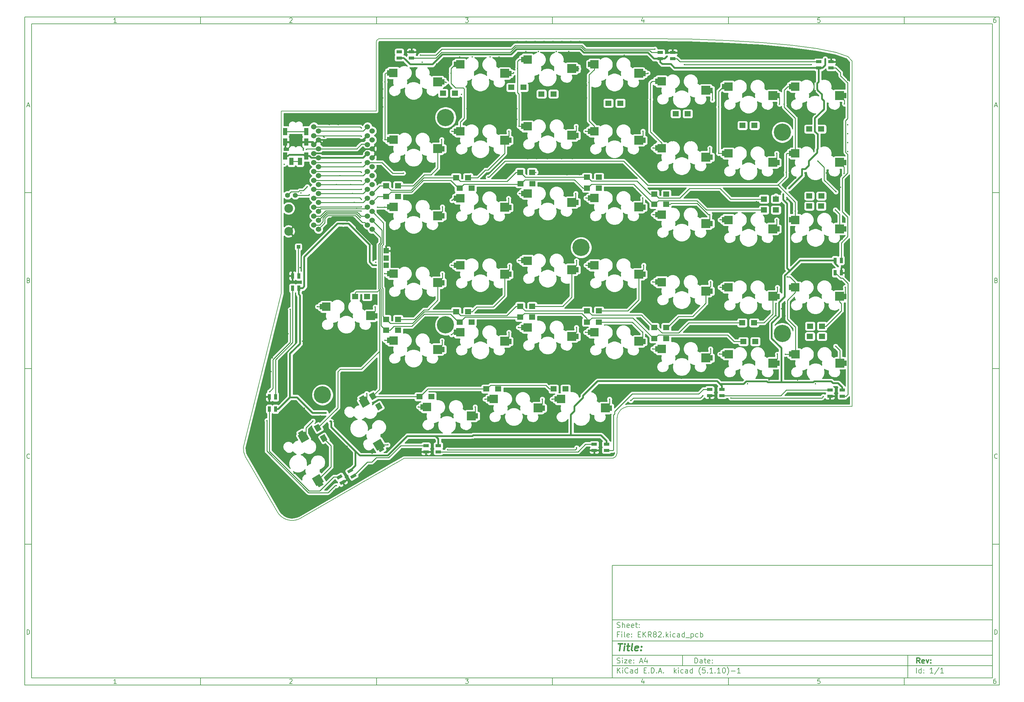
<source format=gtl>
G04 #@! TF.GenerationSoftware,KiCad,Pcbnew,(5.1.10)-1*
G04 #@! TF.CreationDate,2021-06-09T21:59:04+02:00*
G04 #@! TF.ProjectId,EKR82,454b5238-322e-46b6-9963-61645f706362,rev?*
G04 #@! TF.SameCoordinates,Original*
G04 #@! TF.FileFunction,Copper,L1,Top*
G04 #@! TF.FilePolarity,Positive*
%FSLAX46Y46*%
G04 Gerber Fmt 4.6, Leading zero omitted, Abs format (unit mm)*
G04 Created by KiCad (PCBNEW (5.1.10)-1) date 2021-06-09 21:59:04*
%MOMM*%
%LPD*%
G01*
G04 APERTURE LIST*
%ADD10C,0.100000*%
%ADD11C,0.150000*%
%ADD12C,0.300000*%
%ADD13C,0.400000*%
G04 #@! TA.AperFunction,Profile*
%ADD14C,0.150000*%
G04 #@! TD*
G04 #@! TA.AperFunction,Profile*
%ADD15C,0.200000*%
G04 #@! TD*
G04 #@! TA.AperFunction,SMDPad,CuDef*
%ADD16R,2.500000X2.500000*%
G04 #@! TD*
G04 #@! TA.AperFunction,SMDPad,CuDef*
%ADD17R,2.400000X2.400000*%
G04 #@! TD*
G04 #@! TA.AperFunction,SMDPad,CuDef*
%ADD18R,0.700000X1.500000*%
G04 #@! TD*
G04 #@! TA.AperFunction,ComponentPad*
%ADD19R,1.000000X1.000000*%
G04 #@! TD*
G04 #@! TA.AperFunction,SMDPad,CuDef*
%ADD20R,0.850000X1.600000*%
G04 #@! TD*
G04 #@! TA.AperFunction,SMDPad,CuDef*
%ADD21R,1.600000X0.850000*%
G04 #@! TD*
G04 #@! TA.AperFunction,SMDPad,CuDef*
%ADD22C,0.100000*%
G04 #@! TD*
G04 #@! TA.AperFunction,ComponentPad*
%ADD23C,0.100000*%
G04 #@! TD*
G04 #@! TA.AperFunction,ComponentPad*
%ADD24C,4.900000*%
G04 #@! TD*
G04 #@! TA.AperFunction,ComponentPad*
%ADD25R,1.800000X1.500000*%
G04 #@! TD*
G04 #@! TA.AperFunction,ComponentPad*
%ADD26R,1.200000X2.100000*%
G04 #@! TD*
G04 #@! TA.AperFunction,ComponentPad*
%ADD27R,1.524000X1.524000*%
G04 #@! TD*
G04 #@! TA.AperFunction,ComponentPad*
%ADD28C,1.524000*%
G04 #@! TD*
G04 #@! TA.AperFunction,ComponentPad*
%ADD29C,1.397000*%
G04 #@! TD*
G04 #@! TA.AperFunction,ComponentPad*
%ADD30C,2.500000*%
G04 #@! TD*
G04 #@! TA.AperFunction,ViaPad*
%ADD31C,0.400000*%
G04 #@! TD*
G04 #@! TA.AperFunction,Conductor*
%ADD32C,0.250000*%
G04 #@! TD*
G04 #@! TA.AperFunction,Conductor*
%ADD33C,0.500000*%
G04 #@! TD*
G04 #@! TA.AperFunction,Conductor*
%ADD34C,0.254000*%
G04 #@! TD*
G04 #@! TA.AperFunction,Conductor*
%ADD35C,0.100000*%
G04 #@! TD*
G04 APERTURE END LIST*
D10*
D11*
X177002200Y-166007200D02*
X177002200Y-198007200D01*
X285002200Y-198007200D01*
X285002200Y-166007200D01*
X177002200Y-166007200D01*
D10*
D11*
X10000000Y-10000000D02*
X10000000Y-200007200D01*
X287002200Y-200007200D01*
X287002200Y-10000000D01*
X10000000Y-10000000D01*
D10*
D11*
X12000000Y-12000000D02*
X12000000Y-198007200D01*
X285002200Y-198007200D01*
X285002200Y-12000000D01*
X12000000Y-12000000D01*
D10*
D11*
X60000000Y-12000000D02*
X60000000Y-10000000D01*
D10*
D11*
X110000000Y-12000000D02*
X110000000Y-10000000D01*
D10*
D11*
X160000000Y-12000000D02*
X160000000Y-10000000D01*
D10*
D11*
X210000000Y-12000000D02*
X210000000Y-10000000D01*
D10*
D11*
X260000000Y-12000000D02*
X260000000Y-10000000D01*
D10*
D11*
X36065476Y-11588095D02*
X35322619Y-11588095D01*
X35694047Y-11588095D02*
X35694047Y-10288095D01*
X35570238Y-10473809D01*
X35446428Y-10597619D01*
X35322619Y-10659523D01*
D10*
D11*
X85322619Y-10411904D02*
X85384523Y-10350000D01*
X85508333Y-10288095D01*
X85817857Y-10288095D01*
X85941666Y-10350000D01*
X86003571Y-10411904D01*
X86065476Y-10535714D01*
X86065476Y-10659523D01*
X86003571Y-10845238D01*
X85260714Y-11588095D01*
X86065476Y-11588095D01*
D10*
D11*
X135260714Y-10288095D02*
X136065476Y-10288095D01*
X135632142Y-10783333D01*
X135817857Y-10783333D01*
X135941666Y-10845238D01*
X136003571Y-10907142D01*
X136065476Y-11030952D01*
X136065476Y-11340476D01*
X136003571Y-11464285D01*
X135941666Y-11526190D01*
X135817857Y-11588095D01*
X135446428Y-11588095D01*
X135322619Y-11526190D01*
X135260714Y-11464285D01*
D10*
D11*
X185941666Y-10721428D02*
X185941666Y-11588095D01*
X185632142Y-10226190D02*
X185322619Y-11154761D01*
X186127380Y-11154761D01*
D10*
D11*
X236003571Y-10288095D02*
X235384523Y-10288095D01*
X235322619Y-10907142D01*
X235384523Y-10845238D01*
X235508333Y-10783333D01*
X235817857Y-10783333D01*
X235941666Y-10845238D01*
X236003571Y-10907142D01*
X236065476Y-11030952D01*
X236065476Y-11340476D01*
X236003571Y-11464285D01*
X235941666Y-11526190D01*
X235817857Y-11588095D01*
X235508333Y-11588095D01*
X235384523Y-11526190D01*
X235322619Y-11464285D01*
D10*
D11*
X285941666Y-10288095D02*
X285694047Y-10288095D01*
X285570238Y-10350000D01*
X285508333Y-10411904D01*
X285384523Y-10597619D01*
X285322619Y-10845238D01*
X285322619Y-11340476D01*
X285384523Y-11464285D01*
X285446428Y-11526190D01*
X285570238Y-11588095D01*
X285817857Y-11588095D01*
X285941666Y-11526190D01*
X286003571Y-11464285D01*
X286065476Y-11340476D01*
X286065476Y-11030952D01*
X286003571Y-10907142D01*
X285941666Y-10845238D01*
X285817857Y-10783333D01*
X285570238Y-10783333D01*
X285446428Y-10845238D01*
X285384523Y-10907142D01*
X285322619Y-11030952D01*
D10*
D11*
X60000000Y-198007200D02*
X60000000Y-200007200D01*
D10*
D11*
X110000000Y-198007200D02*
X110000000Y-200007200D01*
D10*
D11*
X160000000Y-198007200D02*
X160000000Y-200007200D01*
D10*
D11*
X210000000Y-198007200D02*
X210000000Y-200007200D01*
D10*
D11*
X260000000Y-198007200D02*
X260000000Y-200007200D01*
D10*
D11*
X36065476Y-199595295D02*
X35322619Y-199595295D01*
X35694047Y-199595295D02*
X35694047Y-198295295D01*
X35570238Y-198481009D01*
X35446428Y-198604819D01*
X35322619Y-198666723D01*
D10*
D11*
X85322619Y-198419104D02*
X85384523Y-198357200D01*
X85508333Y-198295295D01*
X85817857Y-198295295D01*
X85941666Y-198357200D01*
X86003571Y-198419104D01*
X86065476Y-198542914D01*
X86065476Y-198666723D01*
X86003571Y-198852438D01*
X85260714Y-199595295D01*
X86065476Y-199595295D01*
D10*
D11*
X135260714Y-198295295D02*
X136065476Y-198295295D01*
X135632142Y-198790533D01*
X135817857Y-198790533D01*
X135941666Y-198852438D01*
X136003571Y-198914342D01*
X136065476Y-199038152D01*
X136065476Y-199347676D01*
X136003571Y-199471485D01*
X135941666Y-199533390D01*
X135817857Y-199595295D01*
X135446428Y-199595295D01*
X135322619Y-199533390D01*
X135260714Y-199471485D01*
D10*
D11*
X185941666Y-198728628D02*
X185941666Y-199595295D01*
X185632142Y-198233390D02*
X185322619Y-199161961D01*
X186127380Y-199161961D01*
D10*
D11*
X236003571Y-198295295D02*
X235384523Y-198295295D01*
X235322619Y-198914342D01*
X235384523Y-198852438D01*
X235508333Y-198790533D01*
X235817857Y-198790533D01*
X235941666Y-198852438D01*
X236003571Y-198914342D01*
X236065476Y-199038152D01*
X236065476Y-199347676D01*
X236003571Y-199471485D01*
X235941666Y-199533390D01*
X235817857Y-199595295D01*
X235508333Y-199595295D01*
X235384523Y-199533390D01*
X235322619Y-199471485D01*
D10*
D11*
X285941666Y-198295295D02*
X285694047Y-198295295D01*
X285570238Y-198357200D01*
X285508333Y-198419104D01*
X285384523Y-198604819D01*
X285322619Y-198852438D01*
X285322619Y-199347676D01*
X285384523Y-199471485D01*
X285446428Y-199533390D01*
X285570238Y-199595295D01*
X285817857Y-199595295D01*
X285941666Y-199533390D01*
X286003571Y-199471485D01*
X286065476Y-199347676D01*
X286065476Y-199038152D01*
X286003571Y-198914342D01*
X285941666Y-198852438D01*
X285817857Y-198790533D01*
X285570238Y-198790533D01*
X285446428Y-198852438D01*
X285384523Y-198914342D01*
X285322619Y-199038152D01*
D10*
D11*
X10000000Y-60000000D02*
X12000000Y-60000000D01*
D10*
D11*
X10000000Y-110000000D02*
X12000000Y-110000000D01*
D10*
D11*
X10000000Y-160000000D02*
X12000000Y-160000000D01*
D10*
D11*
X10690476Y-35216666D02*
X11309523Y-35216666D01*
X10566666Y-35588095D02*
X11000000Y-34288095D01*
X11433333Y-35588095D01*
D10*
D11*
X11092857Y-84907142D02*
X11278571Y-84969047D01*
X11340476Y-85030952D01*
X11402380Y-85154761D01*
X11402380Y-85340476D01*
X11340476Y-85464285D01*
X11278571Y-85526190D01*
X11154761Y-85588095D01*
X10659523Y-85588095D01*
X10659523Y-84288095D01*
X11092857Y-84288095D01*
X11216666Y-84350000D01*
X11278571Y-84411904D01*
X11340476Y-84535714D01*
X11340476Y-84659523D01*
X11278571Y-84783333D01*
X11216666Y-84845238D01*
X11092857Y-84907142D01*
X10659523Y-84907142D01*
D10*
D11*
X11402380Y-135464285D02*
X11340476Y-135526190D01*
X11154761Y-135588095D01*
X11030952Y-135588095D01*
X10845238Y-135526190D01*
X10721428Y-135402380D01*
X10659523Y-135278571D01*
X10597619Y-135030952D01*
X10597619Y-134845238D01*
X10659523Y-134597619D01*
X10721428Y-134473809D01*
X10845238Y-134350000D01*
X11030952Y-134288095D01*
X11154761Y-134288095D01*
X11340476Y-134350000D01*
X11402380Y-134411904D01*
D10*
D11*
X10659523Y-185588095D02*
X10659523Y-184288095D01*
X10969047Y-184288095D01*
X11154761Y-184350000D01*
X11278571Y-184473809D01*
X11340476Y-184597619D01*
X11402380Y-184845238D01*
X11402380Y-185030952D01*
X11340476Y-185278571D01*
X11278571Y-185402380D01*
X11154761Y-185526190D01*
X10969047Y-185588095D01*
X10659523Y-185588095D01*
D10*
D11*
X287002200Y-60000000D02*
X285002200Y-60000000D01*
D10*
D11*
X287002200Y-110000000D02*
X285002200Y-110000000D01*
D10*
D11*
X287002200Y-160000000D02*
X285002200Y-160000000D01*
D10*
D11*
X285692676Y-35216666D02*
X286311723Y-35216666D01*
X285568866Y-35588095D02*
X286002200Y-34288095D01*
X286435533Y-35588095D01*
D10*
D11*
X286095057Y-84907142D02*
X286280771Y-84969047D01*
X286342676Y-85030952D01*
X286404580Y-85154761D01*
X286404580Y-85340476D01*
X286342676Y-85464285D01*
X286280771Y-85526190D01*
X286156961Y-85588095D01*
X285661723Y-85588095D01*
X285661723Y-84288095D01*
X286095057Y-84288095D01*
X286218866Y-84350000D01*
X286280771Y-84411904D01*
X286342676Y-84535714D01*
X286342676Y-84659523D01*
X286280771Y-84783333D01*
X286218866Y-84845238D01*
X286095057Y-84907142D01*
X285661723Y-84907142D01*
D10*
D11*
X286404580Y-135464285D02*
X286342676Y-135526190D01*
X286156961Y-135588095D01*
X286033152Y-135588095D01*
X285847438Y-135526190D01*
X285723628Y-135402380D01*
X285661723Y-135278571D01*
X285599819Y-135030952D01*
X285599819Y-134845238D01*
X285661723Y-134597619D01*
X285723628Y-134473809D01*
X285847438Y-134350000D01*
X286033152Y-134288095D01*
X286156961Y-134288095D01*
X286342676Y-134350000D01*
X286404580Y-134411904D01*
D10*
D11*
X285661723Y-185588095D02*
X285661723Y-184288095D01*
X285971247Y-184288095D01*
X286156961Y-184350000D01*
X286280771Y-184473809D01*
X286342676Y-184597619D01*
X286404580Y-184845238D01*
X286404580Y-185030952D01*
X286342676Y-185278571D01*
X286280771Y-185402380D01*
X286156961Y-185526190D01*
X285971247Y-185588095D01*
X285661723Y-185588095D01*
D10*
D11*
X200434342Y-193785771D02*
X200434342Y-192285771D01*
X200791485Y-192285771D01*
X201005771Y-192357200D01*
X201148628Y-192500057D01*
X201220057Y-192642914D01*
X201291485Y-192928628D01*
X201291485Y-193142914D01*
X201220057Y-193428628D01*
X201148628Y-193571485D01*
X201005771Y-193714342D01*
X200791485Y-193785771D01*
X200434342Y-193785771D01*
X202577200Y-193785771D02*
X202577200Y-193000057D01*
X202505771Y-192857200D01*
X202362914Y-192785771D01*
X202077200Y-192785771D01*
X201934342Y-192857200D01*
X202577200Y-193714342D02*
X202434342Y-193785771D01*
X202077200Y-193785771D01*
X201934342Y-193714342D01*
X201862914Y-193571485D01*
X201862914Y-193428628D01*
X201934342Y-193285771D01*
X202077200Y-193214342D01*
X202434342Y-193214342D01*
X202577200Y-193142914D01*
X203077200Y-192785771D02*
X203648628Y-192785771D01*
X203291485Y-192285771D02*
X203291485Y-193571485D01*
X203362914Y-193714342D01*
X203505771Y-193785771D01*
X203648628Y-193785771D01*
X204720057Y-193714342D02*
X204577200Y-193785771D01*
X204291485Y-193785771D01*
X204148628Y-193714342D01*
X204077200Y-193571485D01*
X204077200Y-193000057D01*
X204148628Y-192857200D01*
X204291485Y-192785771D01*
X204577200Y-192785771D01*
X204720057Y-192857200D01*
X204791485Y-193000057D01*
X204791485Y-193142914D01*
X204077200Y-193285771D01*
X205434342Y-193642914D02*
X205505771Y-193714342D01*
X205434342Y-193785771D01*
X205362914Y-193714342D01*
X205434342Y-193642914D01*
X205434342Y-193785771D01*
X205434342Y-192857200D02*
X205505771Y-192928628D01*
X205434342Y-193000057D01*
X205362914Y-192928628D01*
X205434342Y-192857200D01*
X205434342Y-193000057D01*
D10*
D11*
X177002200Y-194507200D02*
X285002200Y-194507200D01*
D10*
D11*
X178434342Y-196585771D02*
X178434342Y-195085771D01*
X179291485Y-196585771D02*
X178648628Y-195728628D01*
X179291485Y-195085771D02*
X178434342Y-195942914D01*
X179934342Y-196585771D02*
X179934342Y-195585771D01*
X179934342Y-195085771D02*
X179862914Y-195157200D01*
X179934342Y-195228628D01*
X180005771Y-195157200D01*
X179934342Y-195085771D01*
X179934342Y-195228628D01*
X181505771Y-196442914D02*
X181434342Y-196514342D01*
X181220057Y-196585771D01*
X181077200Y-196585771D01*
X180862914Y-196514342D01*
X180720057Y-196371485D01*
X180648628Y-196228628D01*
X180577200Y-195942914D01*
X180577200Y-195728628D01*
X180648628Y-195442914D01*
X180720057Y-195300057D01*
X180862914Y-195157200D01*
X181077200Y-195085771D01*
X181220057Y-195085771D01*
X181434342Y-195157200D01*
X181505771Y-195228628D01*
X182791485Y-196585771D02*
X182791485Y-195800057D01*
X182720057Y-195657200D01*
X182577200Y-195585771D01*
X182291485Y-195585771D01*
X182148628Y-195657200D01*
X182791485Y-196514342D02*
X182648628Y-196585771D01*
X182291485Y-196585771D01*
X182148628Y-196514342D01*
X182077200Y-196371485D01*
X182077200Y-196228628D01*
X182148628Y-196085771D01*
X182291485Y-196014342D01*
X182648628Y-196014342D01*
X182791485Y-195942914D01*
X184148628Y-196585771D02*
X184148628Y-195085771D01*
X184148628Y-196514342D02*
X184005771Y-196585771D01*
X183720057Y-196585771D01*
X183577200Y-196514342D01*
X183505771Y-196442914D01*
X183434342Y-196300057D01*
X183434342Y-195871485D01*
X183505771Y-195728628D01*
X183577200Y-195657200D01*
X183720057Y-195585771D01*
X184005771Y-195585771D01*
X184148628Y-195657200D01*
X186005771Y-195800057D02*
X186505771Y-195800057D01*
X186720057Y-196585771D02*
X186005771Y-196585771D01*
X186005771Y-195085771D01*
X186720057Y-195085771D01*
X187362914Y-196442914D02*
X187434342Y-196514342D01*
X187362914Y-196585771D01*
X187291485Y-196514342D01*
X187362914Y-196442914D01*
X187362914Y-196585771D01*
X188077200Y-196585771D02*
X188077200Y-195085771D01*
X188434342Y-195085771D01*
X188648628Y-195157200D01*
X188791485Y-195300057D01*
X188862914Y-195442914D01*
X188934342Y-195728628D01*
X188934342Y-195942914D01*
X188862914Y-196228628D01*
X188791485Y-196371485D01*
X188648628Y-196514342D01*
X188434342Y-196585771D01*
X188077200Y-196585771D01*
X189577200Y-196442914D02*
X189648628Y-196514342D01*
X189577200Y-196585771D01*
X189505771Y-196514342D01*
X189577200Y-196442914D01*
X189577200Y-196585771D01*
X190220057Y-196157200D02*
X190934342Y-196157200D01*
X190077200Y-196585771D02*
X190577200Y-195085771D01*
X191077200Y-196585771D01*
X191577200Y-196442914D02*
X191648628Y-196514342D01*
X191577200Y-196585771D01*
X191505771Y-196514342D01*
X191577200Y-196442914D01*
X191577200Y-196585771D01*
X194577200Y-196585771D02*
X194577200Y-195085771D01*
X194720057Y-196014342D02*
X195148628Y-196585771D01*
X195148628Y-195585771D02*
X194577200Y-196157200D01*
X195791485Y-196585771D02*
X195791485Y-195585771D01*
X195791485Y-195085771D02*
X195720057Y-195157200D01*
X195791485Y-195228628D01*
X195862914Y-195157200D01*
X195791485Y-195085771D01*
X195791485Y-195228628D01*
X197148628Y-196514342D02*
X197005771Y-196585771D01*
X196720057Y-196585771D01*
X196577200Y-196514342D01*
X196505771Y-196442914D01*
X196434342Y-196300057D01*
X196434342Y-195871485D01*
X196505771Y-195728628D01*
X196577200Y-195657200D01*
X196720057Y-195585771D01*
X197005771Y-195585771D01*
X197148628Y-195657200D01*
X198434342Y-196585771D02*
X198434342Y-195800057D01*
X198362914Y-195657200D01*
X198220057Y-195585771D01*
X197934342Y-195585771D01*
X197791485Y-195657200D01*
X198434342Y-196514342D02*
X198291485Y-196585771D01*
X197934342Y-196585771D01*
X197791485Y-196514342D01*
X197720057Y-196371485D01*
X197720057Y-196228628D01*
X197791485Y-196085771D01*
X197934342Y-196014342D01*
X198291485Y-196014342D01*
X198434342Y-195942914D01*
X199791485Y-196585771D02*
X199791485Y-195085771D01*
X199791485Y-196514342D02*
X199648628Y-196585771D01*
X199362914Y-196585771D01*
X199220057Y-196514342D01*
X199148628Y-196442914D01*
X199077200Y-196300057D01*
X199077200Y-195871485D01*
X199148628Y-195728628D01*
X199220057Y-195657200D01*
X199362914Y-195585771D01*
X199648628Y-195585771D01*
X199791485Y-195657200D01*
X202077200Y-197157200D02*
X202005771Y-197085771D01*
X201862914Y-196871485D01*
X201791485Y-196728628D01*
X201720057Y-196514342D01*
X201648628Y-196157200D01*
X201648628Y-195871485D01*
X201720057Y-195514342D01*
X201791485Y-195300057D01*
X201862914Y-195157200D01*
X202005771Y-194942914D01*
X202077200Y-194871485D01*
X203362914Y-195085771D02*
X202648628Y-195085771D01*
X202577200Y-195800057D01*
X202648628Y-195728628D01*
X202791485Y-195657200D01*
X203148628Y-195657200D01*
X203291485Y-195728628D01*
X203362914Y-195800057D01*
X203434342Y-195942914D01*
X203434342Y-196300057D01*
X203362914Y-196442914D01*
X203291485Y-196514342D01*
X203148628Y-196585771D01*
X202791485Y-196585771D01*
X202648628Y-196514342D01*
X202577200Y-196442914D01*
X204077200Y-196442914D02*
X204148628Y-196514342D01*
X204077200Y-196585771D01*
X204005771Y-196514342D01*
X204077200Y-196442914D01*
X204077200Y-196585771D01*
X205577200Y-196585771D02*
X204720057Y-196585771D01*
X205148628Y-196585771D02*
X205148628Y-195085771D01*
X205005771Y-195300057D01*
X204862914Y-195442914D01*
X204720057Y-195514342D01*
X206220057Y-196442914D02*
X206291485Y-196514342D01*
X206220057Y-196585771D01*
X206148628Y-196514342D01*
X206220057Y-196442914D01*
X206220057Y-196585771D01*
X207720057Y-196585771D02*
X206862914Y-196585771D01*
X207291485Y-196585771D02*
X207291485Y-195085771D01*
X207148628Y-195300057D01*
X207005771Y-195442914D01*
X206862914Y-195514342D01*
X208648628Y-195085771D02*
X208791485Y-195085771D01*
X208934342Y-195157200D01*
X209005771Y-195228628D01*
X209077200Y-195371485D01*
X209148628Y-195657200D01*
X209148628Y-196014342D01*
X209077200Y-196300057D01*
X209005771Y-196442914D01*
X208934342Y-196514342D01*
X208791485Y-196585771D01*
X208648628Y-196585771D01*
X208505771Y-196514342D01*
X208434342Y-196442914D01*
X208362914Y-196300057D01*
X208291485Y-196014342D01*
X208291485Y-195657200D01*
X208362914Y-195371485D01*
X208434342Y-195228628D01*
X208505771Y-195157200D01*
X208648628Y-195085771D01*
X209648628Y-197157200D02*
X209720057Y-197085771D01*
X209862914Y-196871485D01*
X209934342Y-196728628D01*
X210005771Y-196514342D01*
X210077200Y-196157200D01*
X210077200Y-195871485D01*
X210005771Y-195514342D01*
X209934342Y-195300057D01*
X209862914Y-195157200D01*
X209720057Y-194942914D01*
X209648628Y-194871485D01*
X210791485Y-196014342D02*
X211934342Y-196014342D01*
X213434342Y-196585771D02*
X212577200Y-196585771D01*
X213005771Y-196585771D02*
X213005771Y-195085771D01*
X212862914Y-195300057D01*
X212720057Y-195442914D01*
X212577200Y-195514342D01*
D10*
D11*
X177002200Y-191507200D02*
X285002200Y-191507200D01*
D10*
D12*
X264411485Y-193785771D02*
X263911485Y-193071485D01*
X263554342Y-193785771D02*
X263554342Y-192285771D01*
X264125771Y-192285771D01*
X264268628Y-192357200D01*
X264340057Y-192428628D01*
X264411485Y-192571485D01*
X264411485Y-192785771D01*
X264340057Y-192928628D01*
X264268628Y-193000057D01*
X264125771Y-193071485D01*
X263554342Y-193071485D01*
X265625771Y-193714342D02*
X265482914Y-193785771D01*
X265197200Y-193785771D01*
X265054342Y-193714342D01*
X264982914Y-193571485D01*
X264982914Y-193000057D01*
X265054342Y-192857200D01*
X265197200Y-192785771D01*
X265482914Y-192785771D01*
X265625771Y-192857200D01*
X265697200Y-193000057D01*
X265697200Y-193142914D01*
X264982914Y-193285771D01*
X266197200Y-192785771D02*
X266554342Y-193785771D01*
X266911485Y-192785771D01*
X267482914Y-193642914D02*
X267554342Y-193714342D01*
X267482914Y-193785771D01*
X267411485Y-193714342D01*
X267482914Y-193642914D01*
X267482914Y-193785771D01*
X267482914Y-192857200D02*
X267554342Y-192928628D01*
X267482914Y-193000057D01*
X267411485Y-192928628D01*
X267482914Y-192857200D01*
X267482914Y-193000057D01*
D10*
D11*
X178362914Y-193714342D02*
X178577200Y-193785771D01*
X178934342Y-193785771D01*
X179077200Y-193714342D01*
X179148628Y-193642914D01*
X179220057Y-193500057D01*
X179220057Y-193357200D01*
X179148628Y-193214342D01*
X179077200Y-193142914D01*
X178934342Y-193071485D01*
X178648628Y-193000057D01*
X178505771Y-192928628D01*
X178434342Y-192857200D01*
X178362914Y-192714342D01*
X178362914Y-192571485D01*
X178434342Y-192428628D01*
X178505771Y-192357200D01*
X178648628Y-192285771D01*
X179005771Y-192285771D01*
X179220057Y-192357200D01*
X179862914Y-193785771D02*
X179862914Y-192785771D01*
X179862914Y-192285771D02*
X179791485Y-192357200D01*
X179862914Y-192428628D01*
X179934342Y-192357200D01*
X179862914Y-192285771D01*
X179862914Y-192428628D01*
X180434342Y-192785771D02*
X181220057Y-192785771D01*
X180434342Y-193785771D01*
X181220057Y-193785771D01*
X182362914Y-193714342D02*
X182220057Y-193785771D01*
X181934342Y-193785771D01*
X181791485Y-193714342D01*
X181720057Y-193571485D01*
X181720057Y-193000057D01*
X181791485Y-192857200D01*
X181934342Y-192785771D01*
X182220057Y-192785771D01*
X182362914Y-192857200D01*
X182434342Y-193000057D01*
X182434342Y-193142914D01*
X181720057Y-193285771D01*
X183077200Y-193642914D02*
X183148628Y-193714342D01*
X183077200Y-193785771D01*
X183005771Y-193714342D01*
X183077200Y-193642914D01*
X183077200Y-193785771D01*
X183077200Y-192857200D02*
X183148628Y-192928628D01*
X183077200Y-193000057D01*
X183005771Y-192928628D01*
X183077200Y-192857200D01*
X183077200Y-193000057D01*
X184862914Y-193357200D02*
X185577200Y-193357200D01*
X184720057Y-193785771D02*
X185220057Y-192285771D01*
X185720057Y-193785771D01*
X186862914Y-192785771D02*
X186862914Y-193785771D01*
X186505771Y-192214342D02*
X186148628Y-193285771D01*
X187077200Y-193285771D01*
D10*
D11*
X263434342Y-196585771D02*
X263434342Y-195085771D01*
X264791485Y-196585771D02*
X264791485Y-195085771D01*
X264791485Y-196514342D02*
X264648628Y-196585771D01*
X264362914Y-196585771D01*
X264220057Y-196514342D01*
X264148628Y-196442914D01*
X264077200Y-196300057D01*
X264077200Y-195871485D01*
X264148628Y-195728628D01*
X264220057Y-195657200D01*
X264362914Y-195585771D01*
X264648628Y-195585771D01*
X264791485Y-195657200D01*
X265505771Y-196442914D02*
X265577200Y-196514342D01*
X265505771Y-196585771D01*
X265434342Y-196514342D01*
X265505771Y-196442914D01*
X265505771Y-196585771D01*
X265505771Y-195657200D02*
X265577200Y-195728628D01*
X265505771Y-195800057D01*
X265434342Y-195728628D01*
X265505771Y-195657200D01*
X265505771Y-195800057D01*
X268148628Y-196585771D02*
X267291485Y-196585771D01*
X267720057Y-196585771D02*
X267720057Y-195085771D01*
X267577200Y-195300057D01*
X267434342Y-195442914D01*
X267291485Y-195514342D01*
X269862914Y-195014342D02*
X268577200Y-196942914D01*
X271148628Y-196585771D02*
X270291485Y-196585771D01*
X270720057Y-196585771D02*
X270720057Y-195085771D01*
X270577200Y-195300057D01*
X270434342Y-195442914D01*
X270291485Y-195514342D01*
D10*
D11*
X177002200Y-187507200D02*
X285002200Y-187507200D01*
D10*
D13*
X178714580Y-188211961D02*
X179857438Y-188211961D01*
X179036009Y-190211961D02*
X179286009Y-188211961D01*
X180274104Y-190211961D02*
X180440771Y-188878628D01*
X180524104Y-188211961D02*
X180416961Y-188307200D01*
X180500295Y-188402438D01*
X180607438Y-188307200D01*
X180524104Y-188211961D01*
X180500295Y-188402438D01*
X181107438Y-188878628D02*
X181869342Y-188878628D01*
X181476485Y-188211961D02*
X181262200Y-189926247D01*
X181333628Y-190116723D01*
X181512200Y-190211961D01*
X181702676Y-190211961D01*
X182655057Y-190211961D02*
X182476485Y-190116723D01*
X182405057Y-189926247D01*
X182619342Y-188211961D01*
X184190771Y-190116723D02*
X183988390Y-190211961D01*
X183607438Y-190211961D01*
X183428866Y-190116723D01*
X183357438Y-189926247D01*
X183452676Y-189164342D01*
X183571723Y-188973866D01*
X183774104Y-188878628D01*
X184155057Y-188878628D01*
X184333628Y-188973866D01*
X184405057Y-189164342D01*
X184381247Y-189354819D01*
X183405057Y-189545295D01*
X185155057Y-190021485D02*
X185238390Y-190116723D01*
X185131247Y-190211961D01*
X185047914Y-190116723D01*
X185155057Y-190021485D01*
X185131247Y-190211961D01*
X185286009Y-188973866D02*
X185369342Y-189069104D01*
X185262200Y-189164342D01*
X185178866Y-189069104D01*
X185286009Y-188973866D01*
X185262200Y-189164342D01*
D10*
D11*
X178934342Y-185600057D02*
X178434342Y-185600057D01*
X178434342Y-186385771D02*
X178434342Y-184885771D01*
X179148628Y-184885771D01*
X179720057Y-186385771D02*
X179720057Y-185385771D01*
X179720057Y-184885771D02*
X179648628Y-184957200D01*
X179720057Y-185028628D01*
X179791485Y-184957200D01*
X179720057Y-184885771D01*
X179720057Y-185028628D01*
X180648628Y-186385771D02*
X180505771Y-186314342D01*
X180434342Y-186171485D01*
X180434342Y-184885771D01*
X181791485Y-186314342D02*
X181648628Y-186385771D01*
X181362914Y-186385771D01*
X181220057Y-186314342D01*
X181148628Y-186171485D01*
X181148628Y-185600057D01*
X181220057Y-185457200D01*
X181362914Y-185385771D01*
X181648628Y-185385771D01*
X181791485Y-185457200D01*
X181862914Y-185600057D01*
X181862914Y-185742914D01*
X181148628Y-185885771D01*
X182505771Y-186242914D02*
X182577200Y-186314342D01*
X182505771Y-186385771D01*
X182434342Y-186314342D01*
X182505771Y-186242914D01*
X182505771Y-186385771D01*
X182505771Y-185457200D02*
X182577200Y-185528628D01*
X182505771Y-185600057D01*
X182434342Y-185528628D01*
X182505771Y-185457200D01*
X182505771Y-185600057D01*
X184362914Y-185600057D02*
X184862914Y-185600057D01*
X185077200Y-186385771D02*
X184362914Y-186385771D01*
X184362914Y-184885771D01*
X185077200Y-184885771D01*
X185720057Y-186385771D02*
X185720057Y-184885771D01*
X186577200Y-186385771D02*
X185934342Y-185528628D01*
X186577200Y-184885771D02*
X185720057Y-185742914D01*
X188077200Y-186385771D02*
X187577200Y-185671485D01*
X187220057Y-186385771D02*
X187220057Y-184885771D01*
X187791485Y-184885771D01*
X187934342Y-184957200D01*
X188005771Y-185028628D01*
X188077200Y-185171485D01*
X188077200Y-185385771D01*
X188005771Y-185528628D01*
X187934342Y-185600057D01*
X187791485Y-185671485D01*
X187220057Y-185671485D01*
X188934342Y-185528628D02*
X188791485Y-185457200D01*
X188720057Y-185385771D01*
X188648628Y-185242914D01*
X188648628Y-185171485D01*
X188720057Y-185028628D01*
X188791485Y-184957200D01*
X188934342Y-184885771D01*
X189220057Y-184885771D01*
X189362914Y-184957200D01*
X189434342Y-185028628D01*
X189505771Y-185171485D01*
X189505771Y-185242914D01*
X189434342Y-185385771D01*
X189362914Y-185457200D01*
X189220057Y-185528628D01*
X188934342Y-185528628D01*
X188791485Y-185600057D01*
X188720057Y-185671485D01*
X188648628Y-185814342D01*
X188648628Y-186100057D01*
X188720057Y-186242914D01*
X188791485Y-186314342D01*
X188934342Y-186385771D01*
X189220057Y-186385771D01*
X189362914Y-186314342D01*
X189434342Y-186242914D01*
X189505771Y-186100057D01*
X189505771Y-185814342D01*
X189434342Y-185671485D01*
X189362914Y-185600057D01*
X189220057Y-185528628D01*
X190077200Y-185028628D02*
X190148628Y-184957200D01*
X190291485Y-184885771D01*
X190648628Y-184885771D01*
X190791485Y-184957200D01*
X190862914Y-185028628D01*
X190934342Y-185171485D01*
X190934342Y-185314342D01*
X190862914Y-185528628D01*
X190005771Y-186385771D01*
X190934342Y-186385771D01*
X191577200Y-186242914D02*
X191648628Y-186314342D01*
X191577200Y-186385771D01*
X191505771Y-186314342D01*
X191577200Y-186242914D01*
X191577200Y-186385771D01*
X192291485Y-186385771D02*
X192291485Y-184885771D01*
X192434342Y-185814342D02*
X192862914Y-186385771D01*
X192862914Y-185385771D02*
X192291485Y-185957200D01*
X193505771Y-186385771D02*
X193505771Y-185385771D01*
X193505771Y-184885771D02*
X193434342Y-184957200D01*
X193505771Y-185028628D01*
X193577200Y-184957200D01*
X193505771Y-184885771D01*
X193505771Y-185028628D01*
X194862914Y-186314342D02*
X194720057Y-186385771D01*
X194434342Y-186385771D01*
X194291485Y-186314342D01*
X194220057Y-186242914D01*
X194148628Y-186100057D01*
X194148628Y-185671485D01*
X194220057Y-185528628D01*
X194291485Y-185457200D01*
X194434342Y-185385771D01*
X194720057Y-185385771D01*
X194862914Y-185457200D01*
X196148628Y-186385771D02*
X196148628Y-185600057D01*
X196077200Y-185457200D01*
X195934342Y-185385771D01*
X195648628Y-185385771D01*
X195505771Y-185457200D01*
X196148628Y-186314342D02*
X196005771Y-186385771D01*
X195648628Y-186385771D01*
X195505771Y-186314342D01*
X195434342Y-186171485D01*
X195434342Y-186028628D01*
X195505771Y-185885771D01*
X195648628Y-185814342D01*
X196005771Y-185814342D01*
X196148628Y-185742914D01*
X197505771Y-186385771D02*
X197505771Y-184885771D01*
X197505771Y-186314342D02*
X197362914Y-186385771D01*
X197077200Y-186385771D01*
X196934342Y-186314342D01*
X196862914Y-186242914D01*
X196791485Y-186100057D01*
X196791485Y-185671485D01*
X196862914Y-185528628D01*
X196934342Y-185457200D01*
X197077200Y-185385771D01*
X197362914Y-185385771D01*
X197505771Y-185457200D01*
X197862914Y-186528628D02*
X199005771Y-186528628D01*
X199362914Y-185385771D02*
X199362914Y-186885771D01*
X199362914Y-185457200D02*
X199505771Y-185385771D01*
X199791485Y-185385771D01*
X199934342Y-185457200D01*
X200005771Y-185528628D01*
X200077200Y-185671485D01*
X200077200Y-186100057D01*
X200005771Y-186242914D01*
X199934342Y-186314342D01*
X199791485Y-186385771D01*
X199505771Y-186385771D01*
X199362914Y-186314342D01*
X201362914Y-186314342D02*
X201220057Y-186385771D01*
X200934342Y-186385771D01*
X200791485Y-186314342D01*
X200720057Y-186242914D01*
X200648628Y-186100057D01*
X200648628Y-185671485D01*
X200720057Y-185528628D01*
X200791485Y-185457200D01*
X200934342Y-185385771D01*
X201220057Y-185385771D01*
X201362914Y-185457200D01*
X202005771Y-186385771D02*
X202005771Y-184885771D01*
X202005771Y-185457200D02*
X202148628Y-185385771D01*
X202434342Y-185385771D01*
X202577200Y-185457200D01*
X202648628Y-185528628D01*
X202720057Y-185671485D01*
X202720057Y-186100057D01*
X202648628Y-186242914D01*
X202577200Y-186314342D01*
X202434342Y-186385771D01*
X202148628Y-186385771D01*
X202005771Y-186314342D01*
D10*
D11*
X177002200Y-181507200D02*
X285002200Y-181507200D01*
D10*
D11*
X178362914Y-183614342D02*
X178577200Y-183685771D01*
X178934342Y-183685771D01*
X179077200Y-183614342D01*
X179148628Y-183542914D01*
X179220057Y-183400057D01*
X179220057Y-183257200D01*
X179148628Y-183114342D01*
X179077200Y-183042914D01*
X178934342Y-182971485D01*
X178648628Y-182900057D01*
X178505771Y-182828628D01*
X178434342Y-182757200D01*
X178362914Y-182614342D01*
X178362914Y-182471485D01*
X178434342Y-182328628D01*
X178505771Y-182257200D01*
X178648628Y-182185771D01*
X179005771Y-182185771D01*
X179220057Y-182257200D01*
X179862914Y-183685771D02*
X179862914Y-182185771D01*
X180505771Y-183685771D02*
X180505771Y-182900057D01*
X180434342Y-182757200D01*
X180291485Y-182685771D01*
X180077200Y-182685771D01*
X179934342Y-182757200D01*
X179862914Y-182828628D01*
X181791485Y-183614342D02*
X181648628Y-183685771D01*
X181362914Y-183685771D01*
X181220057Y-183614342D01*
X181148628Y-183471485D01*
X181148628Y-182900057D01*
X181220057Y-182757200D01*
X181362914Y-182685771D01*
X181648628Y-182685771D01*
X181791485Y-182757200D01*
X181862914Y-182900057D01*
X181862914Y-183042914D01*
X181148628Y-183185771D01*
X183077200Y-183614342D02*
X182934342Y-183685771D01*
X182648628Y-183685771D01*
X182505771Y-183614342D01*
X182434342Y-183471485D01*
X182434342Y-182900057D01*
X182505771Y-182757200D01*
X182648628Y-182685771D01*
X182934342Y-182685771D01*
X183077200Y-182757200D01*
X183148628Y-182900057D01*
X183148628Y-183042914D01*
X182434342Y-183185771D01*
X183577200Y-182685771D02*
X184148628Y-182685771D01*
X183791485Y-182185771D02*
X183791485Y-183471485D01*
X183862914Y-183614342D01*
X184005771Y-183685771D01*
X184148628Y-183685771D01*
X184648628Y-183542914D02*
X184720057Y-183614342D01*
X184648628Y-183685771D01*
X184577200Y-183614342D01*
X184648628Y-183542914D01*
X184648628Y-183685771D01*
X184648628Y-182757200D02*
X184720057Y-182828628D01*
X184648628Y-182900057D01*
X184577200Y-182828628D01*
X184648628Y-182757200D01*
X184648628Y-182900057D01*
D10*
D11*
X197002200Y-191507200D02*
X197002200Y-194507200D01*
D10*
D11*
X261002200Y-191507200D02*
X261002200Y-198007200D01*
D14*
X72674503Y-134960305D02*
G75*
G02*
X72175000Y-132325000I4376397J2194505D01*
G01*
X88345583Y-152620389D02*
G75*
G02*
X81699101Y-150634699I-2328483J4322489D01*
G01*
X72674503Y-134960305D02*
X81699101Y-150634699D01*
X104456758Y-143271756D02*
X88345583Y-152620389D01*
X245120000Y-120789735D02*
X245120000Y-22546755D01*
X223959999Y-120789735D02*
X245120000Y-120789735D01*
X109898210Y-36780000D02*
X109898210Y-17246762D01*
X82940000Y-36780000D02*
X109898210Y-36780000D01*
X82937528Y-38136762D02*
X82940000Y-36780000D01*
D15*
X240549319Y-20073847D02*
X235185697Y-18995159D01*
X235185697Y-18995159D02*
X228080758Y-18055561D01*
X116186619Y-136480784D02*
X117862313Y-135510645D01*
X114510925Y-137450923D02*
X116186619Y-136480784D01*
X82937528Y-50750629D02*
X82937528Y-44443695D01*
X82937528Y-57057562D02*
X82937528Y-50750629D01*
X142171711Y-16196762D02*
X131763877Y-16196762D01*
X218692418Y-120789735D02*
X223959999Y-120789735D01*
X213424836Y-120789735D02*
X218692418Y-120789735D01*
X208157255Y-120789735D02*
X213424836Y-120789735D01*
X202889673Y-120789735D02*
X208157255Y-120789735D01*
X197622092Y-120789735D02*
X202889673Y-120789735D01*
X192354511Y-120789735D02*
X197622092Y-120789735D01*
X187086929Y-120789735D02*
X192354511Y-120789735D01*
X181819348Y-120789735D02*
X187086929Y-120789735D01*
X181113524Y-120860778D02*
X181819348Y-120789735D01*
X180456326Y-121064561D02*
X181113524Y-120860778D01*
X179861773Y-121387065D02*
X180456326Y-121064561D01*
X179343884Y-121814271D02*
X179861773Y-121387065D01*
X178916678Y-122332160D02*
X179343884Y-121814271D01*
X178594174Y-122926713D02*
X178916678Y-122332160D01*
X178390391Y-123583911D02*
X178594174Y-122926713D01*
X178319348Y-124289735D02*
X178390391Y-123583911D01*
X219467654Y-17280488D02*
X209579538Y-16695374D01*
X228080758Y-18055561D02*
X219467654Y-17280488D01*
X198649563Y-16325654D02*
X186910881Y-16196762D01*
X209579538Y-16695374D02*
X198649563Y-16325654D01*
X177658308Y-135255660D02*
X177403500Y-135393876D01*
X177880261Y-135072571D02*
X177658308Y-135255660D01*
X178063349Y-134850619D02*
X177880261Y-135072571D01*
X178201565Y-134595810D02*
X178063349Y-134850619D01*
X178288901Y-134314154D02*
X178201565Y-134595810D01*
X178319348Y-134034052D02*
X178288901Y-134314154D01*
X82937528Y-69671429D02*
X82937528Y-63364495D01*
X82937528Y-75978362D02*
X82937528Y-69671429D01*
X82937528Y-82285296D02*
X82937528Y-75978362D01*
X82937528Y-88592229D02*
X82937528Y-82285296D01*
X131763877Y-16196762D02*
X121356044Y-16196762D01*
X152579545Y-16196762D02*
X142171711Y-16196762D01*
X162987379Y-16196762D02*
X152579545Y-16196762D01*
X173395213Y-16196762D02*
X162987379Y-16196762D01*
X186910881Y-16196762D02*
X173395213Y-16196762D01*
X110360937Y-16375961D02*
X110539303Y-16279210D01*
X110205570Y-16504123D02*
X110360937Y-16375961D01*
X110077409Y-16659489D02*
X110205570Y-16504123D01*
X109980657Y-16837855D02*
X110077409Y-16659489D01*
X109919523Y-17035015D02*
X109980657Y-16837855D01*
X109898210Y-17246762D02*
X109919523Y-17035015D01*
X110736462Y-16218075D02*
X110948210Y-16196762D01*
X110539303Y-16279210D02*
X110736462Y-16218075D01*
X121356044Y-16196762D02*
X110948210Y-16196762D01*
X82937528Y-63364495D02*
X82937528Y-57057562D01*
X82937528Y-44443695D02*
X82937528Y-38136762D01*
X82937777Y-88592317D02*
X72175000Y-132325000D01*
X112835230Y-138421062D02*
X114510925Y-137450923D01*
X111159536Y-139391201D02*
X112835230Y-138421062D01*
X109483841Y-140361340D02*
X111159536Y-139391201D01*
X107808147Y-141331479D02*
X109483841Y-140361340D01*
X106132452Y-142301617D02*
X107808147Y-141331479D01*
X104456758Y-143271756D02*
X106132452Y-142301617D01*
X169449826Y-135511658D02*
X176819348Y-135511658D01*
X162080304Y-135511658D02*
X169449826Y-135511658D01*
X154710782Y-135511658D02*
X162080304Y-135511658D01*
X147341260Y-135511658D02*
X154710782Y-135511658D01*
X139971738Y-135511658D02*
X147341260Y-135511658D01*
X132602217Y-135511658D02*
X139971738Y-135511658D01*
X125232695Y-135511658D02*
X132602217Y-135511658D01*
X117863173Y-135511658D02*
X125232695Y-135511658D01*
X178319348Y-132816013D02*
X178319348Y-134034052D01*
X178319348Y-131597973D02*
X178319348Y-132816013D01*
X178319348Y-130379933D02*
X178319348Y-131597973D01*
X178319348Y-129161894D02*
X178319348Y-130379933D01*
X178319348Y-127943854D02*
X178319348Y-129161894D01*
X178319348Y-126725814D02*
X178319348Y-127943854D01*
X178319348Y-125507775D02*
X178319348Y-126725814D01*
X178319348Y-124289735D02*
X178319348Y-125507775D01*
X177121844Y-135481211D02*
X176819348Y-135511658D01*
X177403500Y-135393876D02*
X177121844Y-135481211D01*
X243938471Y-21266190D02*
X240549319Y-20073847D01*
X245120000Y-22546755D02*
X243938471Y-21266190D01*
D16*
X241600000Y-89459999D03*
D17*
X229000000Y-86920000D03*
D18*
X243200000Y-89500000D03*
X227500000Y-86900000D03*
D19*
X87800000Y-75400000D03*
D20*
X86125000Y-87150000D03*
X87875000Y-87150000D03*
X86125000Y-83650000D03*
X87875000Y-83650000D03*
D21*
X116450000Y-19925000D03*
X116450000Y-21675000D03*
X119950000Y-19925000D03*
X119950000Y-21675000D03*
X190650000Y-20125000D03*
X190650000Y-21875000D03*
X194150000Y-20125000D03*
X194150000Y-21875000D03*
X235650000Y-22725000D03*
X235650000Y-24475000D03*
X239150000Y-22725000D03*
X239150000Y-24475000D03*
D20*
X242075000Y-79250000D03*
X240325000Y-79250000D03*
X242075000Y-82750000D03*
X240325000Y-82750000D03*
D21*
X242350000Y-117875000D03*
X242350000Y-116125000D03*
X238850000Y-117875000D03*
X238850000Y-116125000D03*
X208150000Y-117675000D03*
X208150000Y-115925000D03*
X204650000Y-117675000D03*
X204650000Y-115925000D03*
X175350000Y-133275000D03*
X175350000Y-131525000D03*
X171850000Y-133275000D03*
X171850000Y-131525000D03*
X127550000Y-133675000D03*
X127550000Y-131925000D03*
X124050000Y-133675000D03*
X124050000Y-131925000D03*
G04 #@! TA.AperFunction,SMDPad,CuDef*
D22*
G36*
X103880320Y-139831939D02*
G01*
X104305320Y-140568061D01*
X102919680Y-141368061D01*
X102494680Y-140631939D01*
X103880320Y-139831939D01*
G37*
G04 #@! TD.AperFunction*
G04 #@! TA.AperFunction,SMDPad,CuDef*
G36*
X103005320Y-138316395D02*
G01*
X103430320Y-139052517D01*
X102044680Y-139852517D01*
X101619680Y-139116395D01*
X103005320Y-138316395D01*
G37*
G04 #@! TD.AperFunction*
G04 #@! TA.AperFunction,SMDPad,CuDef*
G36*
X100849232Y-141581939D02*
G01*
X101274232Y-142318061D01*
X99888592Y-143118061D01*
X99463592Y-142381939D01*
X100849232Y-141581939D01*
G37*
G04 #@! TD.AperFunction*
G04 #@! TA.AperFunction,SMDPad,CuDef*
G36*
X99974232Y-140066395D02*
G01*
X100399232Y-140802517D01*
X99013592Y-141602517D01*
X98588592Y-140866395D01*
X99974232Y-140066395D01*
G37*
G04 #@! TD.AperFunction*
D20*
X79525000Y-121550000D03*
X81275000Y-121550000D03*
X79525000Y-118050000D03*
X81275000Y-118050000D03*
G04 #@! TA.AperFunction,SMDPad,CuDef*
D22*
G36*
X95037237Y-142163107D02*
G01*
X92872173Y-143413107D01*
X91622173Y-141248043D01*
X93787237Y-139998043D01*
X95037237Y-142163107D01*
G37*
G04 #@! TD.AperFunction*
G04 #@! TA.AperFunction,SMDPad,CuDef*
G36*
X90868639Y-129962885D02*
G01*
X88790179Y-131162885D01*
X87590179Y-129084425D01*
X89668639Y-127884425D01*
X90868639Y-129962885D01*
G37*
G04 #@! TD.AperFunction*
G04 #@! TA.AperFunction,SMDPad,CuDef*
G36*
X93270545Y-143183107D02*
G01*
X94569583Y-142433107D01*
X94919583Y-143039325D01*
X93620545Y-143789325D01*
X93270545Y-143183107D01*
G37*
G04 #@! TD.AperFunction*
G04 #@! TA.AperFunction,SMDPad,CuDef*
G36*
X87672211Y-128286508D02*
G01*
X88971249Y-127536508D01*
X89321249Y-128142726D01*
X88022211Y-128892726D01*
X87672211Y-128286508D01*
G37*
G04 #@! TD.AperFunction*
G04 #@! TA.AperFunction,ComponentPad*
D23*
G36*
X93883781Y-129414977D02*
G01*
X95182819Y-128664977D01*
X96082819Y-130223823D01*
X94783781Y-130973823D01*
X93883781Y-129414977D01*
G37*
G04 #@! TD.AperFunction*
G04 #@! TA.AperFunction,ComponentPad*
G36*
X92183781Y-126470491D02*
G01*
X93482819Y-125720491D01*
X94382819Y-127279337D01*
X93083781Y-128029337D01*
X92183781Y-126470491D01*
G37*
G04 #@! TD.AperFunction*
D24*
X168110000Y-75590000D03*
D25*
X236560000Y-100850000D03*
X233160000Y-100850000D03*
X236580000Y-97950000D03*
X233180000Y-97950000D03*
X236360000Y-63800000D03*
X232960000Y-63800000D03*
X236380000Y-60920000D03*
X232980000Y-60920000D03*
D16*
X241600000Y-32359999D03*
D17*
X229000000Y-29820000D03*
D18*
X243200000Y-32400000D03*
X227500000Y-29800000D03*
D16*
X241650000Y-108459999D03*
D17*
X229050000Y-105920000D03*
D18*
X243250000Y-108500000D03*
X227550000Y-105900000D03*
D16*
X241600000Y-70259999D03*
D17*
X229000000Y-67720000D03*
D18*
X243200000Y-70300000D03*
X227500000Y-67700000D03*
D16*
X241600000Y-51359999D03*
D17*
X229000000Y-48820000D03*
D18*
X243200000Y-51400000D03*
X227500000Y-48800000D03*
D25*
X236370000Y-41890000D03*
X232970000Y-41890000D03*
D16*
X222600000Y-51359999D03*
D17*
X210000000Y-48820000D03*
D18*
X224200000Y-51400000D03*
X208500000Y-48800000D03*
D16*
X222600000Y-32359999D03*
D17*
X210000000Y-29820000D03*
D18*
X224200000Y-32400000D03*
X208500000Y-29800000D03*
D16*
X203600000Y-30859999D03*
D17*
X191000000Y-28320000D03*
D18*
X205200000Y-30900000D03*
X189500000Y-28300000D03*
D16*
X184500000Y-26059999D03*
D17*
X171900000Y-23520000D03*
D18*
X186100000Y-26100000D03*
X170400000Y-23500000D03*
D16*
X165500000Y-24669999D03*
D17*
X152900000Y-22130000D03*
D18*
X167100000Y-24710000D03*
X151400000Y-22110000D03*
D16*
X146400000Y-26059999D03*
D17*
X133800000Y-23520000D03*
D18*
X148000000Y-26100000D03*
X132300000Y-23500000D03*
D16*
X127390000Y-28459999D03*
D17*
X114790000Y-25920000D03*
D18*
X128990000Y-28500000D03*
X113290000Y-25900000D03*
D25*
X217400000Y-40860000D03*
X214000000Y-40860000D03*
X198390000Y-37530000D03*
X194990000Y-37530000D03*
X179280000Y-34530000D03*
X175880000Y-34530000D03*
X160270000Y-31920000D03*
X156870000Y-31920000D03*
X151720000Y-30040000D03*
X148320000Y-30040000D03*
X132270000Y-31690000D03*
X128870000Y-31690000D03*
X163700000Y-115800000D03*
X160300000Y-115800000D03*
X144600000Y-115800000D03*
X141200000Y-115800000D03*
X125600000Y-118000000D03*
X122200000Y-118000000D03*
G04 #@! TA.AperFunction,ComponentPad*
D23*
G36*
X109550481Y-120367820D02*
G01*
X110849519Y-119617820D01*
X111749519Y-121176666D01*
X110450481Y-121926666D01*
X109550481Y-120367820D01*
G37*
G04 #@! TD.AperFunction*
G04 #@! TA.AperFunction,ComponentPad*
G36*
X107850481Y-117423334D02*
G01*
X109149519Y-116673334D01*
X110049519Y-118232180D01*
X108750481Y-118982180D01*
X107850481Y-117423334D01*
G37*
G04 #@! TD.AperFunction*
D25*
X107300000Y-89500000D03*
X103900000Y-89500000D03*
X173200000Y-55600000D03*
X169800000Y-55600000D03*
X154200000Y-54200000D03*
X150800000Y-54200000D03*
X136000000Y-55700000D03*
X132600000Y-55700000D03*
X116100000Y-58000000D03*
X112700000Y-58000000D03*
D16*
X203600000Y-68759999D03*
D17*
X191000000Y-66220000D03*
D18*
X205200000Y-68800000D03*
X189500000Y-66200000D03*
D16*
X155900000Y-121209999D03*
D17*
X143300000Y-118670000D03*
D18*
X157500000Y-121250000D03*
X141800000Y-118650000D03*
D16*
X203600000Y-87959999D03*
D17*
X191000000Y-85420000D03*
D18*
X205200000Y-88000000D03*
X189500000Y-85400000D03*
D16*
X203600000Y-49859999D03*
D17*
X191000000Y-47320000D03*
D18*
X205200000Y-49900000D03*
X189500000Y-47300000D03*
D16*
X184500000Y-45059999D03*
D17*
X171900000Y-42520000D03*
D18*
X186100000Y-45100000D03*
X170400000Y-42500000D03*
D16*
X146400000Y-45059999D03*
D17*
X133800000Y-42520000D03*
D18*
X148000000Y-45100000D03*
X132300000Y-42500000D03*
G04 #@! TA.AperFunction,SMDPad,CuDef*
D22*
G36*
X112357237Y-132163107D02*
G01*
X110192173Y-133413107D01*
X108942173Y-131248043D01*
X111107237Y-129998043D01*
X112357237Y-132163107D01*
G37*
G04 #@! TD.AperFunction*
G04 #@! TA.AperFunction,SMDPad,CuDef*
G36*
X108188639Y-119962885D02*
G01*
X106110179Y-121162885D01*
X104910179Y-119084425D01*
X106988639Y-117884425D01*
X108188639Y-119962885D01*
G37*
G04 #@! TD.AperFunction*
G04 #@! TA.AperFunction,SMDPad,CuDef*
G36*
X110590545Y-133183107D02*
G01*
X111889583Y-132433107D01*
X112239583Y-133039325D01*
X110940545Y-133789325D01*
X110590545Y-133183107D01*
G37*
G04 #@! TD.AperFunction*
G04 #@! TA.AperFunction,SMDPad,CuDef*
G36*
X104992211Y-118286508D02*
G01*
X106291249Y-117536508D01*
X106641249Y-118142726D01*
X105342211Y-118892726D01*
X104992211Y-118286508D01*
G37*
G04 #@! TD.AperFunction*
D16*
X175000000Y-121209999D03*
D17*
X162400000Y-118670000D03*
D18*
X176600000Y-121250000D03*
X160900000Y-118650000D03*
D16*
X136900000Y-123459999D03*
D17*
X124300000Y-120920000D03*
D18*
X138500000Y-123500000D03*
X122800000Y-120900000D03*
D16*
X108300000Y-94959999D03*
D17*
X95700000Y-92420000D03*
D18*
X109900000Y-95000000D03*
X94200000Y-92400000D03*
D16*
X222650000Y-108459999D03*
D17*
X210050000Y-105920000D03*
D18*
X224250000Y-108500000D03*
X208550000Y-105900000D03*
D16*
X203600000Y-106959999D03*
D17*
X191000000Y-104420000D03*
D18*
X205200000Y-107000000D03*
X189500000Y-104400000D03*
D16*
X184500000Y-102259999D03*
D17*
X171900000Y-99720000D03*
D18*
X186100000Y-102300000D03*
X170400000Y-99700000D03*
D16*
X165500000Y-100859999D03*
D17*
X152900000Y-98320000D03*
D18*
X167100000Y-100900000D03*
X151400000Y-98300000D03*
D16*
X146400000Y-102259999D03*
D17*
X133800000Y-99720000D03*
D18*
X148000000Y-102300000D03*
X132300000Y-99700000D03*
D16*
X127400000Y-104559999D03*
D17*
X114800000Y-102020000D03*
D18*
X129000000Y-104600000D03*
X113300000Y-102000000D03*
D16*
X222600000Y-89459999D03*
D17*
X210000000Y-86920000D03*
D18*
X224200000Y-89500000D03*
X208500000Y-86900000D03*
D16*
X184500000Y-83159999D03*
D17*
X171900000Y-80620000D03*
D18*
X186100000Y-83200000D03*
X170400000Y-80600000D03*
D16*
X165500000Y-81859999D03*
D17*
X152900000Y-79320000D03*
D18*
X167100000Y-81900000D03*
X151400000Y-79300000D03*
D16*
X146400000Y-83159999D03*
D17*
X133800000Y-80620000D03*
D18*
X148000000Y-83200000D03*
X132300000Y-80600000D03*
D16*
X127400000Y-85559999D03*
D17*
X114800000Y-83020000D03*
D18*
X129000000Y-85600000D03*
X113300000Y-83000000D03*
D16*
X222600000Y-70259999D03*
D17*
X210000000Y-67720000D03*
D18*
X224200000Y-70300000D03*
X208500000Y-67700000D03*
D16*
X184500000Y-64059999D03*
D17*
X171900000Y-61520000D03*
D18*
X186100000Y-64100000D03*
X170400000Y-61500000D03*
D16*
X165500000Y-62759999D03*
D17*
X152900000Y-60220000D03*
D18*
X167100000Y-62800000D03*
X151400000Y-60200000D03*
D16*
X146400000Y-64159999D03*
D17*
X133800000Y-61620000D03*
D18*
X148000000Y-64200000D03*
X132300000Y-61600000D03*
D16*
X127400000Y-66559999D03*
D17*
X114800000Y-64020000D03*
D18*
X129000000Y-66600000D03*
X113300000Y-64000000D03*
D16*
X165500000Y-43669999D03*
D17*
X152900000Y-41130000D03*
D18*
X167100000Y-43710000D03*
X151400000Y-41110000D03*
D16*
X127400000Y-47459999D03*
D17*
X114800000Y-44920000D03*
D18*
X129000000Y-47500000D03*
X113300000Y-44900000D03*
D26*
X84050000Y-49600000D03*
X88250000Y-51100000D03*
X84050000Y-42600000D03*
X84050000Y-45600000D03*
X90000000Y-42600000D03*
X90000000Y-45600000D03*
X90000000Y-49600000D03*
X85800000Y-51100000D03*
D27*
X112700000Y-76500000D03*
X112700000Y-78600000D03*
X112700000Y-80600000D03*
D28*
X107420000Y-41230000D03*
X107420000Y-43770000D03*
X107420000Y-46310000D03*
X107420000Y-48850000D03*
X107420000Y-51390000D03*
X107420000Y-53930000D03*
X107420000Y-56470000D03*
X107420000Y-59010000D03*
X107420000Y-61550000D03*
X107420000Y-64090000D03*
X107420000Y-66630000D03*
X107420000Y-69170000D03*
X92180000Y-69170000D03*
X92180000Y-66630000D03*
X92180000Y-64090000D03*
X92180000Y-61550000D03*
X92180000Y-59010000D03*
X92180000Y-56470000D03*
X92180000Y-53930000D03*
X92180000Y-51390000D03*
X92180000Y-48850000D03*
X92180000Y-46310000D03*
X92180000Y-43770000D03*
X92180000Y-41230000D03*
X108718815Y-52585745D03*
X108718815Y-57665745D03*
X93478815Y-42425745D03*
X108718815Y-44965745D03*
X108718815Y-67825745D03*
X93478815Y-70365745D03*
X108718815Y-60205745D03*
X108718815Y-62745745D03*
X93478815Y-60205745D03*
X93478815Y-65285745D03*
X93478815Y-52585745D03*
X93478815Y-50045745D03*
X93478815Y-44965745D03*
X93478815Y-55125745D03*
X108718815Y-70365745D03*
X93478815Y-62745745D03*
X108718815Y-42425745D03*
X108718815Y-47505745D03*
X93478815Y-67825745D03*
X108718815Y-50045745D03*
X108718815Y-55125745D03*
X93478815Y-57665745D03*
X108718815Y-65285745D03*
X93478815Y-47505745D03*
D24*
X129600000Y-38600000D03*
X225300000Y-42800000D03*
X129600000Y-97600000D03*
X225300000Y-100000000D03*
X94615000Y-117475000D03*
D29*
X84700000Y-60700000D03*
X86900000Y-60700000D03*
D30*
X85000000Y-70950000D03*
X85000000Y-64450000D03*
D25*
X192300000Y-60400000D03*
X188900000Y-60400000D03*
X220100000Y-61800000D03*
X223500000Y-61800000D03*
X116100000Y-61100000D03*
X112700000Y-61100000D03*
X137000000Y-58700000D03*
X133600000Y-58700000D03*
X154300000Y-57400000D03*
X150900000Y-57400000D03*
X169800000Y-58700000D03*
X173200000Y-58700000D03*
X192300000Y-63300000D03*
X188900000Y-63300000D03*
X223500000Y-64900000D03*
X220100000Y-64900000D03*
X112700000Y-96000000D03*
X116100000Y-96000000D03*
X136000000Y-93800000D03*
X132600000Y-93800000D03*
X154200000Y-92300000D03*
X150800000Y-92300000D03*
X169800000Y-93600000D03*
X173200000Y-93600000D03*
X188900000Y-98300000D03*
X192300000Y-98300000D03*
X217310000Y-96990000D03*
X213910000Y-96990000D03*
X116100000Y-99100000D03*
X112700000Y-99100000D03*
X133600000Y-96800000D03*
X137000000Y-96800000D03*
X154200000Y-95400000D03*
X150800000Y-95400000D03*
X169800000Y-96800000D03*
X173200000Y-96800000D03*
X192300000Y-101500000D03*
X188900000Y-101500000D03*
X214240000Y-102320000D03*
X217640000Y-102320000D03*
D31*
X109728000Y-79756000D03*
X134112000Y-32004000D03*
X88500000Y-60090000D03*
X83780000Y-51890000D03*
X128500000Y-44900000D03*
X105327833Y-67072169D03*
X147600000Y-42500000D03*
X166700000Y-41100000D03*
X105700000Y-59000000D03*
X185700000Y-42500000D03*
X105700000Y-61900000D03*
X204700000Y-47300000D03*
X105700000Y-64000000D03*
X223700000Y-48800000D03*
X105600000Y-65200000D03*
X128700000Y-64000000D03*
X147500000Y-61600000D03*
X166600000Y-60200000D03*
X185600000Y-61500000D03*
X204700000Y-66200000D03*
X223700000Y-67700000D03*
X128700000Y-83000002D03*
X147800000Y-80600000D03*
X166800000Y-79300000D03*
X185900000Y-80600000D03*
X204900000Y-85400000D03*
X223900000Y-86900000D03*
X128600000Y-102000000D03*
X147600000Y-99700000D03*
X166800000Y-98300000D03*
X185600000Y-99700000D03*
X204900000Y-104400000D03*
X223900000Y-105900000D03*
X109600000Y-92500010D03*
X113199996Y-131700000D03*
X138000000Y-120900000D03*
X157100000Y-118700000D03*
X100400008Y-68800000D03*
X100400000Y-50045745D03*
X109900000Y-80600000D03*
X95600000Y-122600000D03*
X96766499Y-125033501D03*
X82900000Y-120700000D03*
X225600000Y-60400000D03*
X227200000Y-58800000D03*
X88249999Y-89950001D03*
X104000000Y-133800000D03*
X127400000Y-130000000D03*
X171600000Y-129000000D03*
X205000000Y-113600000D03*
X239600000Y-114000000D03*
X192540000Y-21180000D03*
X237480000Y-21950000D03*
X241170000Y-80930000D03*
X118237500Y-22162500D03*
X84510000Y-136700000D03*
X84420000Y-134440000D03*
X82540000Y-131920000D03*
X86540000Y-139780000D03*
X177800000Y-101092000D03*
X177800000Y-98552000D03*
X114300000Y-55372000D03*
X112268000Y-56388000D03*
X112268000Y-53848000D03*
X133604000Y-49784000D03*
X136144000Y-53340000D03*
X139700000Y-53340000D03*
X144272000Y-49784000D03*
X142748000Y-48260000D03*
X139700000Y-50292000D03*
X136144000Y-48260000D03*
X144272000Y-54864000D03*
X145288000Y-55880000D03*
X146812000Y-55880000D03*
X148844000Y-53848000D03*
X150876000Y-52324000D03*
X146812000Y-52324000D03*
X141732000Y-52324000D03*
X152908000Y-50292000D03*
X165608000Y-50292000D03*
X158496000Y-50292000D03*
X155448000Y-50292000D03*
X162560000Y-50292000D03*
X152908000Y-51816000D03*
X163576000Y-51816000D03*
X162560000Y-53340000D03*
X155956000Y-53340000D03*
X158496000Y-51816000D03*
X177800000Y-62484000D03*
X177800000Y-59944000D03*
X171704000Y-51816000D03*
X171704000Y-53340000D03*
X174244000Y-53848000D03*
X175260000Y-54864000D03*
X181356000Y-54864000D03*
X181864000Y-53848000D03*
X179832000Y-51816000D03*
X175768000Y-51816000D03*
X191516000Y-58928000D03*
X197104000Y-58928000D03*
X217932000Y-62484000D03*
X208788000Y-58928000D03*
X210820000Y-60960000D03*
X215900000Y-66548000D03*
X215900000Y-69088000D03*
X196596000Y-67564000D03*
X196596000Y-65024000D03*
X120396000Y-46736000D03*
X120396000Y-43688000D03*
X113284000Y-40640000D03*
X118364000Y-36068000D03*
X126492000Y-36068000D03*
X127000000Y-41656000D03*
X125984000Y-39116000D03*
X119888000Y-41656000D03*
X133096000Y-36068000D03*
X132588000Y-40132000D03*
X135636000Y-36068000D03*
X149860000Y-39116000D03*
X149860000Y-36068000D03*
X194056000Y-45212000D03*
X199136000Y-45212000D03*
X169672000Y-33020000D03*
X123952000Y-31496000D03*
X127000000Y-32512000D03*
X96700000Y-67800000D03*
X96900000Y-48800000D03*
X96900000Y-44965745D03*
X109800000Y-76200000D03*
X116840000Y-134620000D03*
X119380000Y-134620000D03*
X121920000Y-134620000D03*
X124460000Y-134620000D03*
X129540000Y-134620000D03*
X132080000Y-134620000D03*
X134620000Y-134620000D03*
X137160000Y-134620000D03*
X139700000Y-134620000D03*
X139700000Y-134620000D03*
X142240000Y-134620000D03*
X142240000Y-134620000D03*
X144780000Y-134620000D03*
X147320000Y-134620000D03*
X147320000Y-134620000D03*
X149860000Y-134620000D03*
X152400000Y-134620000D03*
X154940000Y-134620000D03*
X157480000Y-134620000D03*
X160020000Y-134620000D03*
X160020000Y-134620000D03*
X162560000Y-134620000D03*
X165100000Y-134620000D03*
X167640000Y-134620000D03*
X170180000Y-134620000D03*
X175260000Y-134620000D03*
X172720000Y-134620000D03*
X177800000Y-119380000D03*
X185420000Y-119380000D03*
X187960000Y-119380000D03*
X190500000Y-119380000D03*
X193040000Y-119380000D03*
X195580000Y-119380000D03*
X198120000Y-119380000D03*
X200660000Y-119380000D03*
X203200000Y-119380000D03*
X205740000Y-119380000D03*
X208280000Y-119380000D03*
X210820000Y-119380000D03*
X213360000Y-119380000D03*
X215900000Y-119380000D03*
X218440000Y-119380000D03*
X220980000Y-119380000D03*
X223520000Y-119380000D03*
X228600000Y-119380000D03*
X226060000Y-119380000D03*
X231140000Y-119380000D03*
X233680000Y-119380000D03*
X236220000Y-119380000D03*
X236220000Y-119380000D03*
X241300000Y-119380000D03*
X243840000Y-78740000D03*
X243840000Y-76200000D03*
X243840000Y-73660000D03*
X243770000Y-64990000D03*
X243840000Y-63500000D03*
X243840000Y-60960000D03*
X243840000Y-60960000D03*
X243840000Y-58420000D03*
X243840000Y-55880000D03*
X243840000Y-48260000D03*
X243840000Y-45720000D03*
X243840000Y-43180000D03*
X243840000Y-40640000D03*
X243840000Y-27940000D03*
X243840000Y-25400000D03*
X243840000Y-22860000D03*
X106680000Y-139700000D03*
X109220000Y-137160000D03*
X111760000Y-137160000D03*
X101600000Y-137160000D03*
X95800000Y-127000000D03*
X83820000Y-73660000D03*
X83820000Y-76200000D03*
X83820000Y-78740000D03*
X83820000Y-81280000D03*
X83820000Y-83820000D03*
X83820000Y-86360000D03*
X83820000Y-88900000D03*
X83820000Y-91440000D03*
X83820000Y-40640000D03*
X83820000Y-38100000D03*
X86360000Y-38100000D03*
X88900000Y-38100000D03*
X91440000Y-38100000D03*
X96520000Y-38100000D03*
X93980000Y-38100000D03*
X99060000Y-38100000D03*
X101600000Y-38100000D03*
X104140000Y-38100000D03*
X96520000Y-40640000D03*
X99060000Y-40640000D03*
X111760000Y-17780000D03*
X111760000Y-20320000D03*
X111760000Y-22860000D03*
X111760000Y-25400000D03*
X111760000Y-30480000D03*
X111760000Y-33020000D03*
X111760000Y-35560000D03*
X114300000Y-17780000D03*
X116840000Y-17780000D03*
X119380000Y-17780000D03*
X121920000Y-17780000D03*
X124460000Y-17780000D03*
X127000000Y-17780000D03*
X129540000Y-17780000D03*
X132080000Y-17780000D03*
X134620000Y-17780000D03*
X139700000Y-17780000D03*
X137160000Y-17780000D03*
X142240000Y-17780000D03*
X144780000Y-17780000D03*
X147320000Y-17780000D03*
X149970000Y-16960000D03*
X152510000Y-16960000D03*
X155050000Y-16960000D03*
X157590000Y-16960000D03*
X160130000Y-16960000D03*
X162670000Y-16960000D03*
X165210000Y-16960000D03*
X167750000Y-16960000D03*
X170180000Y-17780000D03*
X172720000Y-17780000D03*
X175260000Y-17780000D03*
X177800000Y-17780000D03*
X180340000Y-17780000D03*
X182880000Y-17780000D03*
X187960000Y-17780000D03*
X185420000Y-17780000D03*
X190500000Y-17780000D03*
X195580000Y-17780000D03*
X193040000Y-17780000D03*
X198120000Y-17780000D03*
X200660000Y-17780000D03*
X205740000Y-17780000D03*
X203200000Y-17780000D03*
X208280000Y-17780000D03*
X210820000Y-17780000D03*
X213360000Y-17780000D03*
X216408000Y-18288000D03*
X220472000Y-18288000D03*
X224536000Y-18796000D03*
X229108000Y-19304000D03*
X232664000Y-19812000D03*
X236220000Y-20320000D03*
X239776000Y-20828000D03*
X241808000Y-21844000D03*
X97536000Y-129540000D03*
X93980000Y-123444000D03*
X89408000Y-114300000D03*
X87884000Y-110744000D03*
X86360000Y-106680000D03*
X84836000Y-100076000D03*
X84328000Y-96520000D03*
X84328000Y-93980000D03*
X128016000Y-114300000D03*
X137668000Y-114300000D03*
X132588000Y-108712000D03*
X150368000Y-103632000D03*
X149352000Y-111252000D03*
X148336000Y-112776000D03*
X145288000Y-108712000D03*
X142748000Y-106680000D03*
X136144000Y-106680000D03*
X133096000Y-114300000D03*
X138684000Y-108712000D03*
X141224000Y-112776000D03*
X150876000Y-113284000D03*
X157480000Y-113284000D03*
X154432000Y-113284000D03*
X151384000Y-107696000D03*
X152908000Y-105664000D03*
X155448000Y-104648000D03*
X158496000Y-106680000D03*
X161544000Y-104140000D03*
X164084000Y-105156000D03*
X166116000Y-103124000D03*
X167640000Y-103124000D03*
X169672000Y-104648000D03*
X169672000Y-106680000D03*
X168656000Y-110236000D03*
X167132000Y-111760000D03*
X161036000Y-111760000D03*
X156464000Y-116332000D03*
X161036000Y-113284000D03*
X166116000Y-114808000D03*
X174244000Y-116332000D03*
X176784000Y-116840000D03*
X181356000Y-112268000D03*
X187960000Y-112268000D03*
X188976000Y-109220000D03*
X186944000Y-104648000D03*
X182880000Y-107188000D03*
X177800000Y-108204000D03*
X180848000Y-105664000D03*
X174244000Y-106172000D03*
X171704000Y-107696000D03*
X170180000Y-111252000D03*
X182372000Y-114808000D03*
X180340000Y-116840000D03*
X188976000Y-114808000D03*
X191516000Y-111760000D03*
X193548000Y-110236000D03*
X196596000Y-112776000D03*
X199644000Y-110744000D03*
X202184000Y-111760000D03*
X205232000Y-109728000D03*
X210312000Y-113284000D03*
X207772000Y-111252000D03*
X212344000Y-112268000D03*
X215392000Y-114300000D03*
X218948000Y-112268000D03*
X221488000Y-113284000D03*
X223520000Y-111252000D03*
X226568000Y-111252000D03*
X229616000Y-113284000D03*
X231648000Y-112268000D03*
X234696000Y-114300000D03*
X237744000Y-112268000D03*
X239870000Y-112930000D03*
X173736000Y-128016000D03*
X162560000Y-128016000D03*
X168148000Y-128016000D03*
X159512000Y-124460000D03*
X155956000Y-128016000D03*
X143764000Y-128016000D03*
X145796000Y-125476000D03*
X152400000Y-125476000D03*
X156464000Y-123952000D03*
X140716000Y-123952000D03*
X137160000Y-130048000D03*
X149860000Y-128016000D03*
X123444000Y-130556000D03*
X121920000Y-125984000D03*
X130556000Y-130556000D03*
X119888000Y-123444000D03*
X120904000Y-119888000D03*
X112776000Y-119888000D03*
X114300000Y-122936000D03*
X114300000Y-128016000D03*
X114808000Y-131572000D03*
X108712000Y-134112000D03*
X105156000Y-130556000D03*
X102616000Y-124968000D03*
X100076000Y-122428000D03*
X101092000Y-120396000D03*
X101600000Y-116840000D03*
X103632000Y-111760000D03*
X108712000Y-114300000D03*
X112776000Y-114300000D03*
X112776000Y-107696000D03*
X117348000Y-107696000D03*
X123952000Y-114300000D03*
X131064000Y-105156000D03*
X130048000Y-109220000D03*
X123444000Y-108712000D03*
X128524000Y-107188000D03*
X120904000Y-110236000D03*
X117856000Y-114300000D03*
X112776000Y-110744000D03*
X109220000Y-102616000D03*
X109220000Y-108712000D03*
X95504000Y-102616000D03*
X93472000Y-102108000D03*
X92964000Y-100076000D03*
X92964000Y-97536000D03*
X91440000Y-94996000D03*
X91440000Y-91440000D03*
X95504000Y-89916000D03*
X101092000Y-89916000D03*
X101600000Y-93980000D03*
X102616000Y-87376000D03*
X109220000Y-86868000D03*
X109220000Y-82296000D03*
X98044000Y-68072000D03*
X86360000Y-73152000D03*
X90932000Y-73152000D03*
X89408000Y-71120000D03*
X89408000Y-69596000D03*
X89408000Y-67564000D03*
X89408000Y-64008000D03*
X87376000Y-62992000D03*
X84328000Y-67056000D03*
X84328000Y-68580000D03*
X87376000Y-71120000D03*
X117348000Y-88392000D03*
X114808000Y-90424000D03*
X115316000Y-94488000D03*
X112776000Y-88392000D03*
X112776000Y-93980000D03*
X119888000Y-94996000D03*
X117856000Y-94996000D03*
X123952000Y-92456000D03*
X125984000Y-89916000D03*
X123444000Y-88392000D03*
X120396000Y-90932000D03*
X126492000Y-92964000D03*
X130556000Y-92964000D03*
X133096000Y-91948000D03*
X131572000Y-89408000D03*
X131572000Y-85344000D03*
X128524000Y-87884000D03*
X120396000Y-84836000D03*
X120396000Y-81788000D03*
X103632000Y-68580000D03*
X101600000Y-68072000D03*
X109728000Y-78232000D03*
X100760000Y-70470000D03*
X108432600Y-72161400D03*
X106172000Y-71120000D03*
X116332000Y-80772000D03*
X116332000Y-75184000D03*
X114808000Y-73660000D03*
X114808000Y-71120000D03*
X117348000Y-69596000D03*
X123952000Y-69596000D03*
X128016000Y-69088000D03*
X122936000Y-80772000D03*
X129540000Y-81788000D03*
X126492000Y-80772000D03*
X131572000Y-78740000D03*
X131572000Y-66548000D03*
X131572000Y-72136000D03*
X120396000Y-72136000D03*
X120396000Y-65532000D03*
X120396000Y-62484000D03*
X121412000Y-59944000D03*
X123444000Y-57404000D03*
X131064000Y-57912000D03*
X131064000Y-60960000D03*
X126492000Y-61976000D03*
X136144000Y-85852000D03*
X133604000Y-87884000D03*
X134620000Y-90424000D03*
X139192000Y-90424000D03*
X142748000Y-91440000D03*
X145288000Y-88900000D03*
X145288000Y-87376000D03*
X142748000Y-85852000D03*
X139192000Y-88392000D03*
X143256000Y-93472000D03*
X146812000Y-93472000D03*
X147320000Y-89408000D03*
X147320000Y-85344000D03*
X149352000Y-83820000D03*
X150876000Y-84328000D03*
X150876000Y-89916000D03*
X148844000Y-91948000D03*
X152400000Y-86360000D03*
X152400000Y-89916000D03*
X154432000Y-90424000D03*
X156464000Y-91440000D03*
X162560000Y-91440000D03*
X164592000Y-89408000D03*
X164592000Y-86360000D03*
X161544000Y-84328000D03*
X158496000Y-87376000D03*
X155448000Y-84836000D03*
X159512000Y-91440000D03*
X164592000Y-92456000D03*
X169164000Y-91440000D03*
X169672000Y-85344000D03*
X166624000Y-84328000D03*
X166624000Y-89408000D03*
X167640000Y-92456000D03*
X174244000Y-85852000D03*
X171704000Y-87376000D03*
X171704000Y-91440000D03*
X174244000Y-91948000D03*
X175768000Y-92456000D03*
X180848000Y-92456000D03*
X183388000Y-89916000D03*
X183388000Y-87376000D03*
X180848000Y-85852000D03*
X177800000Y-88392000D03*
X158496000Y-99568000D03*
X158496000Y-96520000D03*
X164084000Y-95504000D03*
X167640000Y-95504000D03*
X168148000Y-98552000D03*
X182880000Y-93472000D03*
X188468000Y-96012000D03*
X188468000Y-90424000D03*
X185420000Y-90424000D03*
X185420000Y-85344000D03*
X187452000Y-85344000D03*
X186436000Y-93980000D03*
X191008000Y-92456000D03*
X191008000Y-96012000D03*
X193548000Y-96012000D03*
X195072000Y-94488000D03*
X199644000Y-93980000D03*
X201168000Y-92456000D03*
X199644000Y-90424000D03*
X197104000Y-93472000D03*
X193548000Y-90932000D03*
X194564000Y-98552000D03*
X196088000Y-96520000D03*
X202184000Y-96012000D03*
X204724000Y-90424000D03*
X207772000Y-91948000D03*
X207772000Y-96012000D03*
X203200000Y-93472000D03*
X199136000Y-98044000D03*
X198120000Y-99568000D03*
X207772000Y-99568000D03*
X207772000Y-98044000D03*
X203200000Y-98044000D03*
X203200000Y-99568000D03*
X202184000Y-101600000D03*
X207772000Y-101600000D03*
X207772000Y-104140000D03*
X206248000Y-105156000D03*
X196596000Y-102616000D03*
X196596000Y-105664000D03*
X209804000Y-93980000D03*
X209804000Y-96012000D03*
X211836000Y-96012000D03*
X212344000Y-91948000D03*
X215392000Y-94996000D03*
X218948000Y-92456000D03*
X221488000Y-93980000D03*
X219964000Y-95504000D03*
X223520000Y-91440000D03*
X226060000Y-91440000D03*
X226060000Y-94996000D03*
X223520000Y-94996000D03*
X225044000Y-92964000D03*
X209804000Y-98044000D03*
X209804000Y-99568000D03*
X211836000Y-98044000D03*
X213868000Y-99568000D03*
X212344000Y-101092000D03*
X220980000Y-99568000D03*
X228092000Y-93472000D03*
X228092000Y-95504000D03*
X231648000Y-96520000D03*
X238252000Y-96012000D03*
X240284000Y-93980000D03*
X237744000Y-92456000D03*
X234696000Y-94996000D03*
X231648000Y-92456000D03*
X238252000Y-99568000D03*
X242316000Y-95504000D03*
X242316000Y-103124000D03*
X240284000Y-101600000D03*
X240284000Y-97536000D03*
X230632000Y-101600000D03*
X230124000Y-103124000D03*
X238252000Y-103124000D03*
X234696000Y-107188000D03*
X234696000Y-104648000D03*
X215900000Y-104648000D03*
X215900000Y-107696000D03*
X139700000Y-101092000D03*
X139700000Y-98044000D03*
X120904000Y-103632000D03*
X120904000Y-100584000D03*
X108204000Y-125476000D03*
X110744000Y-123952000D03*
X125984000Y-128016000D03*
X133604000Y-128016000D03*
X130048000Y-122428000D03*
X130048000Y-119888000D03*
X137668000Y-125984000D03*
X133096000Y-125984000D03*
X127000000Y-126492000D03*
X145796000Y-123952000D03*
X152400000Y-123952000D03*
X148844000Y-117348000D03*
X148844000Y-120396000D03*
X163870000Y-125690000D03*
X171704000Y-125476000D03*
X167390000Y-116810000D03*
X234696000Y-88900000D03*
X234696000Y-85852000D03*
X229616000Y-84836000D03*
X240284000Y-84836000D03*
X232156000Y-84328000D03*
X237236000Y-84328000D03*
X228092000Y-82804000D03*
X228092000Y-74676000D03*
X228092000Y-78740000D03*
X231648000Y-73152000D03*
X234696000Y-75692000D03*
X237744000Y-73152000D03*
X240284000Y-74676000D03*
X242316000Y-73152000D03*
X215900000Y-88900000D03*
X215900000Y-85852000D03*
X218440000Y-84328000D03*
X213360000Y-84328000D03*
X222504000Y-84836000D03*
X225044000Y-87376000D03*
X225552000Y-82804000D03*
X225552000Y-78740000D03*
X225552000Y-74676000D03*
X224028000Y-73152000D03*
X218948000Y-73152000D03*
X215900000Y-75692000D03*
X220980000Y-74676000D03*
X210312000Y-74676000D03*
X212344000Y-73152000D03*
X208788000Y-76708000D03*
X208788000Y-78740000D03*
X208788000Y-82804000D03*
X209804000Y-84328000D03*
X206248000Y-86360000D03*
X196596000Y-86868000D03*
X196596000Y-84328000D03*
X191008000Y-82804000D03*
X194056000Y-82804000D03*
X199136000Y-82804000D03*
X203200000Y-82804000D03*
X206248000Y-82804000D03*
X206248000Y-78740000D03*
X207264000Y-74676000D03*
X205232000Y-71628000D03*
X199644000Y-71628000D03*
X196596000Y-74168000D03*
X202184000Y-73152000D03*
X191516000Y-73152000D03*
X193548000Y-71628000D03*
X191008000Y-77724000D03*
X188468000Y-82804000D03*
X188468000Y-77724000D03*
X188468000Y-73152000D03*
X188468000Y-71120000D03*
X177800000Y-82296000D03*
X177800000Y-79756000D03*
X172212000Y-78232000D03*
X179832000Y-78232000D03*
X174752000Y-78232000D03*
X173228000Y-73152000D03*
X171704000Y-71120000D03*
X172212000Y-68580000D03*
X174752000Y-66548000D03*
X177800000Y-69596000D03*
X180848000Y-66548000D03*
X182880000Y-68580000D03*
X185420000Y-66040000D03*
X187960000Y-65024000D03*
X186944000Y-69088000D03*
X184404000Y-78232000D03*
X186944000Y-79756000D03*
X158496000Y-80772000D03*
X158496000Y-78232000D03*
X155956000Y-76708000D03*
X161036000Y-76708000D03*
X152908000Y-76708000D03*
X152908000Y-71628000D03*
X152908000Y-67564000D03*
X155448000Y-65532000D03*
X158496000Y-68072000D03*
X161544000Y-65532000D03*
X164084000Y-67056000D03*
X166116000Y-65024000D03*
X167640000Y-65024000D03*
X169672000Y-66548000D03*
X169672000Y-68580000D03*
X169672000Y-72136000D03*
X171196000Y-73660000D03*
X164592000Y-76708000D03*
X165608000Y-72644000D03*
X168148000Y-79248000D03*
X150876000Y-65024000D03*
X150876000Y-71628000D03*
X150876000Y-76708000D03*
X148844000Y-79756000D03*
X146812000Y-78232000D03*
X141732000Y-78232000D03*
X137668000Y-78232000D03*
X133604000Y-78232000D03*
X133604000Y-70612000D03*
X133604000Y-74676000D03*
X145796000Y-70612000D03*
X139700000Y-70612000D03*
X148844000Y-68072000D03*
X139700000Y-82296000D03*
X139700000Y-79248000D03*
X115316000Y-56388000D03*
X117856000Y-56896000D03*
X120396000Y-56896000D03*
X121920000Y-55372000D03*
X118364000Y-55372000D03*
X112268000Y-50292000D03*
X114808000Y-51816000D03*
X114808000Y-53340000D03*
X117348000Y-50292000D03*
X117348000Y-53340000D03*
X124968000Y-53340000D03*
X126492000Y-51816000D03*
X123444000Y-50292000D03*
X120396000Y-53340000D03*
X131572000Y-47244000D03*
X130556000Y-47244000D03*
X128524000Y-49784000D03*
X128524000Y-53340000D03*
X130556000Y-54864000D03*
X134112000Y-53848000D03*
X131572000Y-51816000D03*
X145288000Y-58928000D03*
X148844000Y-58928000D03*
X147320000Y-47244000D03*
X147320000Y-49784000D03*
X150876000Y-49784000D03*
X150876000Y-46228000D03*
X149352000Y-45720000D03*
X139700000Y-62992000D03*
X139700000Y-59944000D03*
X158496000Y-61468000D03*
X158496000Y-58420000D03*
X165100000Y-57404000D03*
X168148000Y-60960000D03*
X152908000Y-48260000D03*
X165608000Y-47244000D03*
X161544000Y-46228000D03*
X155448000Y-46228000D03*
X158496000Y-49276000D03*
X163068000Y-47752000D03*
X164084000Y-54864000D03*
X167640000Y-54864000D03*
X169672000Y-53848000D03*
X169672000Y-47244000D03*
X167640000Y-46228000D03*
X167640000Y-49784000D03*
X169672000Y-49784000D03*
X166624000Y-51816000D03*
X169672000Y-51816000D03*
X165100000Y-53340000D03*
X174244000Y-47752000D03*
X171704000Y-49784000D03*
X175260000Y-49784000D03*
X180340000Y-49784000D03*
X180848000Y-47752000D03*
X184912000Y-47752000D03*
X184912000Y-51308000D03*
X183388000Y-52832000D03*
X187452000Y-45212000D03*
X186944000Y-47752000D03*
X184912000Y-54356000D03*
X188976000Y-52324000D03*
X188976000Y-56896000D03*
X187452000Y-56896000D03*
X186436000Y-52324000D03*
X193548000Y-52324000D03*
X190500000Y-54356000D03*
X190500000Y-56896000D03*
X201676000Y-56896000D03*
X203708000Y-54356000D03*
X202184000Y-54356000D03*
X199644000Y-52832000D03*
X196596000Y-55372000D03*
X196596000Y-56896000D03*
X198120000Y-61468000D03*
X207264000Y-59944000D03*
X201676000Y-59944000D03*
X204216000Y-64008000D03*
X207772000Y-64008000D03*
X205740000Y-51816000D03*
X204216000Y-56896000D03*
X206756000Y-56896000D03*
X207772000Y-53848000D03*
X209804000Y-62484000D03*
X209804000Y-64008000D03*
X217932000Y-64008000D03*
X217932000Y-60960000D03*
X222504000Y-59944000D03*
X222504000Y-58928000D03*
X216408000Y-58928000D03*
X212344000Y-53848000D03*
X210312000Y-55880000D03*
X209804000Y-56896000D03*
X215900000Y-56896000D03*
X218948000Y-53848000D03*
X220980000Y-55880000D03*
X222504000Y-56896000D03*
X206248000Y-66548000D03*
X225044000Y-68580000D03*
X225044000Y-66548000D03*
X225552000Y-64516000D03*
X228092000Y-64516000D03*
X226568000Y-61976000D03*
X224536000Y-59944000D03*
X224536000Y-55880000D03*
X225044000Y-52832000D03*
X227584000Y-54864000D03*
X225552000Y-57404000D03*
X228092000Y-60452000D03*
X229108000Y-55880000D03*
X231648000Y-54356000D03*
X234696000Y-56896000D03*
X237744000Y-54356000D03*
X240792000Y-55880000D03*
X237744000Y-59436000D03*
X234696000Y-59436000D03*
X238252000Y-62484000D03*
X241808000Y-58420000D03*
X241070000Y-63630000D03*
X230632000Y-65024000D03*
X234696000Y-69088000D03*
X234696000Y-66548000D03*
X230632000Y-62484000D03*
X111252000Y-43180000D03*
X135636000Y-40132000D03*
X139700000Y-43688000D03*
X139700000Y-41148000D03*
X142748000Y-36068000D03*
X148844000Y-43180000D03*
X148844000Y-40640000D03*
X145288000Y-39116000D03*
X144780000Y-40132000D03*
X142240000Y-40132000D03*
X137160000Y-40132000D03*
X145288000Y-36068000D03*
X146812000Y-38100000D03*
X151384000Y-36068000D03*
X151384000Y-39116000D03*
X155956000Y-38608000D03*
X161036000Y-38608000D03*
X159004000Y-42672000D03*
X159004000Y-40640000D03*
X161544000Y-36068000D03*
X164084000Y-39116000D03*
X156464000Y-36068000D03*
X153416000Y-39116000D03*
X168148000Y-42672000D03*
X164592000Y-35560000D03*
X169164000Y-35560000D03*
X169672000Y-40640000D03*
X166624000Y-38100000D03*
X171196000Y-37592000D03*
X172212000Y-40132000D03*
X175260000Y-40132000D03*
X177800000Y-44196000D03*
X177800000Y-41148000D03*
X182880000Y-40132000D03*
X179832000Y-40132000D03*
X172720000Y-35560000D03*
X174244000Y-35560000D03*
X176784000Y-37592000D03*
X174244000Y-37592000D03*
X177800000Y-36068000D03*
X186944000Y-36576000D03*
X179324000Y-36576000D03*
X181356000Y-35560000D03*
X185420000Y-38608000D03*
X186944000Y-39624000D03*
X186944000Y-30480000D03*
X182880000Y-34544000D03*
X186944000Y-33528000D03*
X188976000Y-34544000D03*
X188976000Y-36576000D03*
X193040000Y-36576000D03*
X193548000Y-33528000D03*
X191008000Y-35560000D03*
X196596000Y-36068000D03*
X200152000Y-34036000D03*
X200152000Y-36576000D03*
X202184000Y-35560000D03*
X204216000Y-33528000D03*
X188976000Y-38608000D03*
X188976000Y-42164000D03*
X193040000Y-38608000D03*
X201168000Y-42164000D03*
X196088000Y-40132000D03*
X206248000Y-40132000D03*
X206248000Y-46228000D03*
X203708000Y-44196000D03*
X201168000Y-40132000D03*
X195580000Y-42164000D03*
X200660000Y-38608000D03*
X206248000Y-38608000D03*
X206248000Y-34544000D03*
X204216000Y-36576000D03*
X190500000Y-43688000D03*
X201168000Y-43688000D03*
X196596000Y-49276000D03*
X196596000Y-45720000D03*
X202184000Y-45212000D03*
X191516000Y-45212000D03*
X208280000Y-40640000D03*
X208280000Y-46228000D03*
X216916000Y-46228000D03*
X212852000Y-42672000D03*
X209804000Y-42164000D03*
X215392000Y-50292000D03*
X215392000Y-47244000D03*
X225044000Y-48768000D03*
X227076000Y-47244000D03*
X224028000Y-47244000D03*
X216916000Y-42672000D03*
X218948000Y-45212000D03*
X221996000Y-45212000D03*
X219456000Y-41656000D03*
X225044000Y-36068000D03*
X221996000Y-38608000D03*
X228092000Y-39116000D03*
X228092000Y-44704000D03*
X220980000Y-37084000D03*
X218948000Y-39116000D03*
X218948000Y-35052000D03*
X215900000Y-37592000D03*
X212344000Y-35052000D03*
X210312000Y-36576000D03*
X208280000Y-36068000D03*
X208280000Y-38608000D03*
X210820000Y-40132000D03*
X213360000Y-39116000D03*
X227076000Y-35560000D03*
X230124000Y-38608000D03*
X230124000Y-44704000D03*
X230124000Y-41656000D03*
X232664000Y-40132000D03*
X237236000Y-40132000D03*
X241808000Y-36576000D03*
X238252000Y-35052000D03*
X234696000Y-37592000D03*
X239776000Y-36576000D03*
X239776000Y-38100000D03*
X242824000Y-38100000D03*
X238760000Y-42164000D03*
X241300000Y-40132000D03*
X237744000Y-43688000D03*
X234050000Y-43730000D03*
X231648000Y-46228000D03*
X234180000Y-46720000D03*
X237236000Y-46228000D03*
X240284000Y-46736000D03*
X242316000Y-46228000D03*
X185420000Y-28448000D03*
X180848000Y-33528000D03*
X182880000Y-30988000D03*
X180848000Y-28956000D03*
X177800000Y-31496000D03*
X177800000Y-33020000D03*
X174752000Y-28956000D03*
X172212000Y-30480000D03*
X171704000Y-33020000D03*
X173228000Y-33528000D03*
X175260000Y-33020000D03*
X168656000Y-27940000D03*
X162560000Y-33020000D03*
X169672000Y-29464000D03*
X165608000Y-32004000D03*
X166116000Y-27432000D03*
X163576000Y-30988000D03*
X161544000Y-27432000D03*
X158496000Y-29972000D03*
X155448000Y-27432000D03*
X153416000Y-30988000D03*
X153416000Y-28956000D03*
X154940000Y-33020000D03*
X151384000Y-33020000D03*
X149352000Y-33020000D03*
X145288000Y-33020000D03*
X147320000Y-31496000D03*
X148844000Y-27940000D03*
X145288000Y-30480000D03*
X142748000Y-28956000D03*
X143256000Y-32512000D03*
X136144000Y-32512000D03*
X136144000Y-28448000D03*
X139700000Y-31496000D03*
X139700000Y-32512000D03*
X117348000Y-30988000D03*
X117348000Y-32512000D03*
X113284000Y-35560000D03*
X113284000Y-30988000D03*
X113284000Y-33020000D03*
X113792000Y-23876000D03*
X116332000Y-23876000D03*
X117856000Y-23368000D03*
X120904000Y-27432000D03*
X120904000Y-24384000D03*
X122936000Y-22860000D03*
X127000000Y-23368000D03*
X129540000Y-24892000D03*
X131064000Y-22860000D03*
X133604000Y-21336000D03*
X139700000Y-24892000D03*
X139700000Y-22352000D03*
X137160000Y-21336000D03*
X142240000Y-21336000D03*
X144780000Y-21336000D03*
X148844000Y-22860000D03*
X149860000Y-21336000D03*
X152400000Y-19812000D03*
X158496000Y-23368000D03*
X158496000Y-20828000D03*
X155956000Y-19812000D03*
X161036000Y-19812000D03*
X164592000Y-19812000D03*
X168656000Y-23876000D03*
X167132000Y-20828000D03*
X171704000Y-21336000D03*
X174752000Y-21336000D03*
X180340000Y-20828000D03*
X177800000Y-24892000D03*
X177800000Y-21336000D03*
X184912000Y-21336000D03*
X187960000Y-23876000D03*
X188468000Y-25908000D03*
X191008000Y-25908000D03*
X196596000Y-29972000D03*
X196596000Y-26416000D03*
X193548000Y-25908000D03*
X199136000Y-25908000D03*
X202692000Y-25908000D03*
X206756000Y-30480000D03*
X209804000Y-27432000D03*
X205232000Y-27432000D03*
X213360000Y-26924000D03*
X217932000Y-26924000D03*
X215900000Y-30988000D03*
X215900000Y-27940000D03*
X221488000Y-27432000D03*
X225552000Y-29464000D03*
X228600000Y-27432000D03*
X223520000Y-27940000D03*
X234696000Y-30988000D03*
X234696000Y-28448000D03*
X232156000Y-27432000D03*
X237236000Y-27432000D03*
X240792000Y-27432000D03*
X142748000Y-67056000D03*
X136144000Y-67056000D03*
X133604000Y-68580000D03*
X137160000Y-69088000D03*
X142240000Y-69088000D03*
X144780000Y-69088000D03*
X147320000Y-66548000D03*
X183388000Y-58928000D03*
X184912000Y-96012000D03*
X186436000Y-98044000D03*
X223012000Y-35052000D03*
X130048000Y-29972000D03*
X109829600Y-89166700D03*
X109905800Y-90779600D03*
X85610700Y-44094400D03*
X88417400Y-44107100D03*
X88392000Y-46139100D03*
X85686900Y-46240700D03*
X88785700Y-53187600D03*
X84683600Y-55168800D03*
X84709000Y-56946800D03*
X86677500Y-55422800D03*
X87718900Y-151485600D03*
X85813900Y-151688800D03*
X83820000Y-151130000D03*
X81915000Y-149225000D03*
X80645000Y-146685000D03*
X79375000Y-144145000D03*
X78105000Y-142240000D03*
X76835000Y-139700000D03*
X74930000Y-136525000D03*
X73660000Y-133985000D03*
X73660000Y-131445000D03*
X89535000Y-121285000D03*
X89535000Y-149860000D03*
X93980000Y-147320000D03*
X91440000Y-148590000D03*
X97790000Y-144780000D03*
X97200000Y-143200000D03*
X89140000Y-139670000D03*
X86360000Y-134620000D03*
X84455000Y-130175000D03*
X101600000Y-128905000D03*
X100330000Y-126365000D03*
X97790000Y-125095000D03*
X101600000Y-132080000D03*
X116840000Y-121285000D03*
X120015000Y-127635000D03*
X93345000Y-107315000D03*
X90805000Y-100965000D03*
X90805000Y-104140000D03*
X88900000Y-102235000D03*
X90805000Y-81915000D03*
X88265000Y-81280000D03*
X99060000Y-133350000D03*
X97790000Y-131445000D03*
X98425000Y-135255000D03*
X99060000Y-137795000D03*
X95885000Y-132715000D03*
X91150000Y-135210000D03*
X92110000Y-134410000D03*
X93980000Y-133350000D03*
X114300000Y-135890000D03*
X100330000Y-111760000D03*
X98425000Y-109855000D03*
X104775000Y-108585000D03*
X91440000Y-120015000D03*
X91440000Y-114300000D03*
X97790000Y-114300000D03*
X97790000Y-120650000D03*
X93345000Y-111125000D03*
X90170000Y-111125000D03*
X82100000Y-98850000D03*
X81675000Y-102000000D03*
X80375000Y-106925000D03*
X80025000Y-110850000D03*
X78350000Y-115900000D03*
X76875000Y-120275000D03*
X75325000Y-128075000D03*
X76225000Y-123050000D03*
X79275000Y-113100000D03*
X83775000Y-117450000D03*
X81475000Y-124875000D03*
X84400000Y-121350000D03*
X164670000Y-130000000D03*
X160430000Y-130130000D03*
X234400000Y-117150000D03*
X227260000Y-117270000D03*
X241230000Y-113120000D03*
X239920000Y-61280000D03*
X243020000Y-67830000D03*
X90820000Y-78730000D03*
X89960000Y-76200000D03*
X92940000Y-73370000D03*
X102675000Y-57665745D03*
X207200000Y-48800000D03*
X207600000Y-67700000D03*
X207600012Y-86900000D03*
X207500000Y-105900000D03*
X207200000Y-35560000D03*
X98556955Y-57665745D03*
X91930999Y-124921931D03*
X103175000Y-60205745D03*
X188600000Y-47300000D03*
X188600000Y-66200000D03*
X188500000Y-85400000D03*
X188500000Y-104400000D03*
X159900000Y-118700000D03*
X187840000Y-33500000D03*
X103700000Y-62745745D03*
X169400000Y-42500000D03*
X169500000Y-61500000D03*
X169500000Y-80600000D03*
X169400000Y-99700000D03*
X140800000Y-118700000D03*
X170400000Y-28640000D03*
X104300000Y-64575000D03*
X150500000Y-41100000D03*
X150600000Y-60200000D03*
X150400000Y-79300000D03*
X121900000Y-120900000D03*
X150300000Y-98300000D03*
X150090000Y-24660000D03*
X105000000Y-66000000D03*
X131400000Y-42500000D03*
X131300000Y-80600000D03*
X131300000Y-100400000D03*
X107200000Y-117100000D03*
X131400000Y-62200000D03*
X131180000Y-26060000D03*
X110300000Y-64100000D03*
X112399986Y-44900000D03*
X112300000Y-64100000D03*
X112300000Y-83000000D03*
X112400000Y-101999990D03*
X93200000Y-92400000D03*
X112399986Y-28490014D03*
X105600000Y-51400000D03*
X105700006Y-41600000D03*
X105700018Y-54200000D03*
X90000000Y-47700000D03*
X176200000Y-118700000D03*
X105699992Y-56700000D03*
X105700000Y-44000000D03*
X95100000Y-44200000D03*
X90900000Y-60540000D03*
X90274990Y-58284864D03*
X242890000Y-54570000D03*
X129700000Y-28630000D03*
X99614255Y-55125745D03*
X148970000Y-25870000D03*
X167400000Y-24720000D03*
X187110000Y-26000000D03*
X205440000Y-33660000D03*
X224500000Y-34820000D03*
X242970000Y-34760000D03*
X240380000Y-64870000D03*
X243200000Y-86900000D03*
X240450000Y-103670000D03*
X117610000Y-54430000D03*
X141680000Y-55570000D03*
X226410000Y-54200000D03*
X225830000Y-34850000D03*
X229000000Y-65250000D03*
X226680000Y-83920000D03*
X226150000Y-105920000D03*
X92870000Y-141240000D03*
X85480000Y-93190000D03*
X79590000Y-116600000D03*
X78830000Y-124790000D03*
X98570000Y-143280000D03*
X130170000Y-133130000D03*
X166850000Y-132540000D03*
X182230000Y-119100000D03*
X202700000Y-117700000D03*
X210650000Y-118360000D03*
X236950000Y-117930000D03*
X240535000Y-59755000D03*
X235440000Y-50991002D03*
X197490000Y-23580000D03*
X233520000Y-23580000D03*
X122480000Y-20890000D03*
X189092979Y-19152979D03*
D32*
X116100000Y-57600000D02*
X116100000Y-58000000D01*
X128500000Y-46360000D02*
X127400000Y-47460000D01*
X128500000Y-44900000D02*
X128500000Y-46360000D01*
X127440000Y-47500000D02*
X127400000Y-47460000D01*
X129000000Y-47500000D02*
X127440000Y-47500000D01*
X127400000Y-47460000D02*
X127400000Y-50908000D01*
X127400000Y-50908000D02*
X127400000Y-51200000D01*
X127400000Y-52940000D02*
X127400000Y-50908000D01*
X125476000Y-54864000D02*
X127400000Y-52940000D01*
X123600592Y-54864000D02*
X125476000Y-54864000D01*
X116100000Y-58000000D02*
X120464592Y-58000000D01*
X120464592Y-58000000D02*
X123600592Y-54864000D01*
X104200000Y-88200000D02*
X110200000Y-88200000D01*
X103900000Y-88500000D02*
X104200000Y-88200000D01*
X103900000Y-89500000D02*
X103900000Y-88500000D01*
X141350000Y-115800000D02*
X141200000Y-115800000D01*
X142425001Y-114724999D02*
X141350000Y-115800000D01*
X159150000Y-115800000D02*
X158074999Y-114724999D01*
X158074999Y-114724999D02*
X142425001Y-114724999D01*
X160300000Y-115800000D02*
X159150000Y-115800000D01*
X122350000Y-118000000D02*
X122200000Y-118000000D01*
X124550000Y-115800000D02*
X122350000Y-118000000D01*
X141200000Y-115800000D02*
X124550000Y-115800000D01*
X109122243Y-118000000D02*
X108950000Y-117827757D01*
X122200000Y-118000000D02*
X109122243Y-118000000D01*
X108950000Y-117827757D02*
X110825001Y-115952756D01*
X110825001Y-87574999D02*
X110825001Y-88900000D01*
X110825001Y-88900000D02*
X110825001Y-88825001D01*
X110200000Y-88200000D02*
X110825001Y-87574999D01*
X105300001Y-67100001D02*
X105300001Y-67100001D01*
X104255686Y-66000022D02*
X105127834Y-66872170D01*
X94800000Y-67140970D02*
X95940948Y-66000022D01*
X105127834Y-66872170D02*
X105327833Y-67072169D01*
X93830000Y-69170000D02*
X94800000Y-68200000D01*
X94800000Y-68200000D02*
X94800000Y-67140970D01*
X92180000Y-69170000D02*
X93830000Y-69170000D01*
X95940948Y-66000022D02*
X104255686Y-66000022D01*
X111100000Y-72746930D02*
X108718815Y-70365745D01*
X110600000Y-74718176D02*
X111100000Y-74218176D01*
X111100000Y-74218176D02*
X111100000Y-72746930D01*
X110600000Y-87349998D02*
X110600000Y-74718176D01*
X110825001Y-87574999D02*
X110600000Y-87349998D01*
X93283300Y-126874914D02*
X98996500Y-121161714D01*
X98996500Y-121161714D02*
X98996500Y-110934500D01*
X105719101Y-110218999D02*
X110825001Y-105113099D01*
X99712001Y-110218999D02*
X105719101Y-110218999D01*
X98996500Y-110934500D02*
X99712001Y-110218999D01*
X110825001Y-115952756D02*
X110825001Y-105113099D01*
X110825001Y-105113099D02*
X110825001Y-88900000D01*
X146400000Y-45060000D02*
X146400000Y-48800000D01*
X146400000Y-48800000D02*
X146200000Y-49000000D01*
X146440000Y-45100000D02*
X146400000Y-45060000D01*
X148000000Y-45100000D02*
X146440000Y-45100000D01*
X147600000Y-43860000D02*
X146400000Y-45060000D01*
X147600000Y-42500000D02*
X147600000Y-43860000D01*
X136700000Y-55000000D02*
X136000000Y-55700000D01*
X141700000Y-53500000D02*
X146400000Y-48800000D01*
X141700000Y-53500000D02*
X140950000Y-53500000D01*
X138750000Y-55700000D02*
X136000000Y-55700000D01*
X140950000Y-53500000D02*
X138750000Y-55700000D01*
X154200000Y-53810000D02*
X154200000Y-54200000D01*
X165540000Y-43710000D02*
X165500000Y-43670000D01*
X167100000Y-43710000D02*
X165540000Y-43710000D01*
X166700000Y-42470000D02*
X165500000Y-43670000D01*
X166700000Y-41100000D02*
X166700000Y-42470000D01*
X154200000Y-54200000D02*
X155350000Y-54200000D01*
X110924560Y-58000000D02*
X108718815Y-60205745D01*
X112700000Y-58000000D02*
X110924560Y-58000000D01*
X171100000Y-56700000D02*
X170000000Y-55600000D01*
X187750000Y-60400000D02*
X184050000Y-56700000D01*
X170000000Y-55600000D02*
X169800000Y-55600000D01*
X184050000Y-56700000D02*
X171100000Y-56700000D01*
X188900000Y-60400000D02*
X187750000Y-60400000D01*
X169800000Y-55600000D02*
X152300000Y-55600000D01*
X150950000Y-54200000D02*
X150800000Y-54200000D01*
X152300000Y-55550000D02*
X150950000Y-54200000D01*
X152300000Y-55600000D02*
X152300000Y-55550000D01*
X92180000Y-59010000D02*
X105690000Y-59010000D01*
X105690000Y-59010000D02*
X105700000Y-59000000D01*
X147074999Y-56775001D02*
X133825001Y-56775001D01*
X132750000Y-55700000D02*
X132600000Y-55700000D01*
X133825001Y-56775001D02*
X132750000Y-55700000D01*
X149650000Y-54200000D02*
X147074999Y-56775001D01*
X150800000Y-54200000D02*
X149650000Y-54200000D01*
X189100000Y-60400000D02*
X188900000Y-60400000D01*
X220100000Y-61800000D02*
X210600000Y-61800000D01*
X196201002Y-61500000D02*
X190200000Y-61500000D01*
X198901002Y-58800000D02*
X196201002Y-61500000D01*
X207600000Y-58800000D02*
X198901002Y-58800000D01*
X190200000Y-61500000D02*
X189100000Y-60400000D01*
X210600000Y-61800000D02*
X207600000Y-58800000D01*
X112850000Y-58000000D02*
X112700000Y-58000000D01*
X114133600Y-59283600D02*
X112850000Y-58000000D01*
X119817402Y-59283600D02*
X114133600Y-59283600D01*
X132600000Y-55700000D02*
X123401002Y-55700000D01*
X123401002Y-55700000D02*
X119817402Y-59283600D01*
X173200000Y-55200000D02*
X173200000Y-55600000D01*
X185700000Y-43860000D02*
X184500000Y-45060000D01*
X185700000Y-42500000D02*
X185700000Y-43860000D01*
X184540000Y-45100000D02*
X184500000Y-45060000D01*
X186100000Y-45100000D02*
X184540000Y-45100000D01*
X110364560Y-61100000D02*
X108718815Y-62745745D01*
X112700000Y-61100000D02*
X110364560Y-61100000D01*
X189050000Y-63300000D02*
X188900000Y-63300000D01*
X190125001Y-62224999D02*
X189050000Y-63300000D01*
X201024999Y-62224999D02*
X190125001Y-62224999D01*
X203700000Y-64900000D02*
X201024999Y-62224999D01*
X220100000Y-64900000D02*
X203700000Y-64900000D01*
X171075001Y-57624999D02*
X170000000Y-58700000D01*
X183074999Y-57624999D02*
X171075001Y-57624999D01*
X188750000Y-63300000D02*
X183074999Y-57624999D01*
X170000000Y-58700000D02*
X169800000Y-58700000D01*
X188900000Y-63300000D02*
X188750000Y-63300000D01*
X166274999Y-56324999D02*
X152075001Y-56324999D01*
X168650000Y-58700000D02*
X166274999Y-56324999D01*
X169800000Y-58700000D02*
X168650000Y-58700000D01*
X151050000Y-57400000D02*
X150900000Y-57400000D01*
X152075001Y-56374999D02*
X151050000Y-57400000D01*
X152075001Y-56324999D02*
X152075001Y-56374999D01*
X134850000Y-57600000D02*
X133750000Y-58700000D01*
X133750000Y-58700000D02*
X133600000Y-58700000D01*
X150700000Y-57600000D02*
X134850000Y-57600000D01*
X150900000Y-57400000D02*
X150700000Y-57600000D01*
X105500001Y-61700001D02*
X105700000Y-61900000D01*
X92230000Y-61450000D02*
X105250000Y-61450000D01*
X105250000Y-61450000D02*
X105500001Y-61700001D01*
X112850000Y-61100000D02*
X112700000Y-61100000D01*
X133300000Y-58700000D02*
X131100000Y-56500000D01*
X133600000Y-58700000D02*
X133300000Y-58700000D01*
X131100000Y-56500000D02*
X123237412Y-56500000D01*
X123237412Y-56500000D02*
X119971212Y-59766200D01*
X119971212Y-59766200D02*
X114183800Y-59766200D01*
X114183800Y-59766200D02*
X112850000Y-61100000D01*
X192300000Y-60000000D02*
X192300000Y-60400000D01*
X204700000Y-48760000D02*
X203600000Y-49860000D01*
X204700000Y-47300000D02*
X204700000Y-48760000D01*
X203640000Y-49900000D02*
X203600000Y-49860000D01*
X205200000Y-49900000D02*
X203640000Y-49900000D01*
X170000000Y-93600000D02*
X169800000Y-93600000D01*
X171200000Y-94800000D02*
X170000000Y-93600000D01*
X185250000Y-94800000D02*
X171200000Y-94800000D01*
X188750000Y-98300000D02*
X185250000Y-94800000D01*
X188900000Y-98300000D02*
X188750000Y-98300000D01*
X150950000Y-92300000D02*
X150800000Y-92300000D01*
X152250000Y-93600000D02*
X150950000Y-92300000D01*
X169800000Y-93600000D02*
X152250000Y-93600000D01*
X112800000Y-96000000D02*
X112700000Y-96000000D01*
X120300000Y-97100000D02*
X113900000Y-97100000D01*
X113900000Y-97100000D02*
X112800000Y-96000000D01*
X93905755Y-64090000D02*
X93995755Y-64000000D01*
X92180000Y-64090000D02*
X93905755Y-64090000D01*
X93995755Y-64000000D02*
X105417158Y-64000000D01*
X105417158Y-64000000D02*
X105700000Y-64000000D01*
X109480814Y-66047744D02*
X108718815Y-65285745D01*
X112000022Y-74590976D02*
X112000022Y-72374130D01*
X111500021Y-75090977D02*
X112000022Y-74590976D01*
X111800000Y-87200000D02*
X111500021Y-86900021D01*
X111800000Y-95100000D02*
X111800000Y-87200000D01*
X112700000Y-96000000D02*
X111800000Y-95100000D01*
X111500021Y-86900021D02*
X111500021Y-75090977D01*
X112000000Y-72374108D02*
X112000000Y-68566930D01*
X112000000Y-68566930D02*
X109480814Y-66047744D01*
X112000022Y-72374130D02*
X112000000Y-72374108D01*
X123600000Y-93800000D02*
X120300000Y-97100000D01*
X132600000Y-93800000D02*
X123600000Y-93800000D01*
X132750000Y-93800000D02*
X132600000Y-93800000D01*
X133850000Y-94900000D02*
X132750000Y-93800000D01*
X149650000Y-92300000D02*
X147050000Y-94900000D01*
X147050000Y-94900000D02*
X133850000Y-94900000D01*
X150800000Y-92300000D02*
X149650000Y-92300000D01*
X189530000Y-98300000D02*
X188900000Y-98300000D01*
X208280000Y-97000000D02*
X198749800Y-97000000D01*
X198749800Y-97000000D02*
X195889800Y-99860000D01*
X195889800Y-99860000D02*
X191090000Y-99860000D01*
X191090000Y-99860000D02*
X189530000Y-98300000D01*
X208290000Y-96990000D02*
X213910000Y-96990000D01*
X208280000Y-97000000D02*
X208290000Y-96990000D01*
X223700000Y-50260000D02*
X222600000Y-51360000D01*
X223700000Y-48800000D02*
X223700000Y-50260000D01*
X222640000Y-51400000D02*
X222600000Y-51360000D01*
X224200000Y-51400000D02*
X222640000Y-51400000D01*
X223500000Y-61800000D02*
X223500000Y-60800000D01*
X182850000Y-95600000D02*
X171200000Y-95600000D01*
X188750000Y-101500000D02*
X182850000Y-95600000D01*
X170000000Y-96800000D02*
X169800000Y-96800000D01*
X171200000Y-95600000D02*
X170000000Y-96800000D01*
X188900000Y-101500000D02*
X188750000Y-101500000D01*
X168324999Y-94324999D02*
X151975001Y-94324999D01*
X169800000Y-95800000D02*
X168324999Y-94324999D01*
X169800000Y-96800000D02*
X169800000Y-95800000D01*
X150950000Y-95400000D02*
X150800000Y-95400000D01*
X151975001Y-94374999D02*
X150950000Y-95400000D01*
X151975001Y-94324999D02*
X151975001Y-94374999D01*
X135150000Y-95400000D02*
X133750000Y-96800000D01*
X150800000Y-95400000D02*
X135150000Y-95400000D01*
X105500000Y-65100000D02*
X105600000Y-65200000D01*
X95500000Y-65100000D02*
X105500000Y-65100000D01*
X93970000Y-66630000D02*
X95500000Y-65100000D01*
X92180000Y-66630000D02*
X93970000Y-66630000D01*
X111549989Y-70656919D02*
X111549989Y-72560508D01*
X111550011Y-74404576D02*
X111050010Y-74904577D01*
X111549989Y-72560508D02*
X111550011Y-72560530D01*
X108718815Y-67825745D02*
X111549989Y-70656919D01*
X111550011Y-72560530D02*
X111550011Y-74404576D01*
X111050010Y-74904577D02*
X111050010Y-87150010D01*
X111050010Y-87150010D02*
X111275012Y-87375012D01*
X112550000Y-99100000D02*
X112700000Y-99100000D01*
X111275012Y-87375012D02*
X111275012Y-97825012D01*
X111275012Y-97825012D02*
X112550000Y-99100000D01*
X133750000Y-96800000D02*
X133600000Y-96800000D01*
X113850000Y-99100000D02*
X112700000Y-99100000D01*
X114925001Y-98024999D02*
X113850000Y-99100000D01*
X123536410Y-94500000D02*
X120011411Y-98024999D01*
X131000000Y-94500000D02*
X123536410Y-94500000D01*
X120011411Y-98024999D02*
X114925001Y-98024999D01*
X133300000Y-96800000D02*
X131000000Y-94500000D01*
X133600000Y-96800000D02*
X133300000Y-96800000D01*
X211640000Y-102320000D02*
X214240000Y-102320000D01*
X209744999Y-100424999D02*
X211640000Y-102320000D01*
X190125001Y-100424999D02*
X209744999Y-100424999D01*
X188900000Y-101500000D02*
X189050000Y-101500000D01*
X189050000Y-101500000D02*
X190125001Y-100424999D01*
X127440000Y-66600000D02*
X127400000Y-66560000D01*
X129000000Y-66600000D02*
X127440000Y-66600000D01*
X127400000Y-66560000D02*
X128700000Y-65260000D01*
X128700000Y-64282842D02*
X128700000Y-64000000D01*
X128700000Y-65260000D02*
X128700000Y-64282842D01*
X147500000Y-63059999D02*
X146400000Y-64159999D01*
X147500000Y-61600000D02*
X147500000Y-63059999D01*
X146440001Y-64200000D02*
X146400000Y-64159999D01*
X148000000Y-64200000D02*
X146440001Y-64200000D01*
X166600000Y-61660000D02*
X165500000Y-62760000D01*
X166600000Y-60200000D02*
X166600000Y-61660000D01*
X165540000Y-62800000D02*
X165500000Y-62760000D01*
X167100000Y-62800000D02*
X165540000Y-62800000D01*
X185600000Y-62960000D02*
X184500000Y-64060000D01*
X185600000Y-61500000D02*
X185600000Y-62960000D01*
X184540000Y-64100000D02*
X184500000Y-64060000D01*
X186100000Y-64100000D02*
X184540000Y-64100000D01*
X204700000Y-67660000D02*
X203600000Y-68760000D01*
X204700000Y-66200000D02*
X204700000Y-67660000D01*
X203640000Y-68800000D02*
X203600000Y-68760000D01*
X205200000Y-68800000D02*
X203640000Y-68800000D01*
X193450000Y-63300000D02*
X193758000Y-62992000D01*
X192300000Y-63300000D02*
X193450000Y-63300000D01*
X204417158Y-66200000D02*
X204700000Y-66200000D01*
X204363590Y-66200000D02*
X204417158Y-66200000D01*
X201155590Y-62992000D02*
X204363590Y-66200000D01*
X193758000Y-62992000D02*
X201155590Y-62992000D01*
X223700000Y-69160000D02*
X222600000Y-70260000D01*
X223700000Y-67700000D02*
X223700000Y-69160000D01*
X222640000Y-70300000D02*
X222600000Y-70260000D01*
X224200000Y-70300000D02*
X222640000Y-70300000D01*
X116100000Y-95700000D02*
X116100000Y-96000000D01*
X127440000Y-85600000D02*
X127400000Y-85560000D01*
X129000000Y-85600000D02*
X127440000Y-85600000D01*
X128700000Y-83282844D02*
X128700000Y-83000002D01*
X128700000Y-84260000D02*
X128700000Y-83282844D01*
X127400000Y-85560000D02*
X128700000Y-84260000D01*
X116100000Y-96000000D02*
X120763590Y-96000000D01*
X120763590Y-96000000D02*
X123453590Y-93310000D01*
X123453590Y-93310000D02*
X124640000Y-93310000D01*
X127400000Y-90550000D02*
X127400000Y-88810000D01*
X124640000Y-93310000D02*
X127400000Y-90550000D01*
X127400000Y-85560000D02*
X127400000Y-88810000D01*
X127400000Y-88810000D02*
X127400000Y-89300000D01*
X147800000Y-81760000D02*
X146400000Y-83160000D01*
X147800000Y-80600000D02*
X147800000Y-81760000D01*
X146440000Y-83200000D02*
X146400000Y-83160000D01*
X148000000Y-83200000D02*
X146440000Y-83200000D01*
X137150000Y-93800000D02*
X138460000Y-92490000D01*
X136000000Y-93800000D02*
X137150000Y-93800000D01*
X138460000Y-92490000D02*
X143200000Y-92490000D01*
X146400000Y-89290000D02*
X146400000Y-86720000D01*
X143200000Y-92490000D02*
X146400000Y-89290000D01*
X146400000Y-83160000D02*
X146400000Y-86720000D01*
X146400000Y-86720000D02*
X146400000Y-86900000D01*
X154200000Y-92000000D02*
X154200000Y-92300000D01*
X166800000Y-80560000D02*
X165500000Y-81860000D01*
X166800000Y-79300000D02*
X166800000Y-80560000D01*
X165540000Y-81900000D02*
X165500000Y-81860000D01*
X167100000Y-81900000D02*
X165540000Y-81900000D01*
X154200000Y-92300000D02*
X162890000Y-92300000D01*
X165500000Y-89690000D02*
X165500000Y-85060000D01*
X162890000Y-92300000D02*
X165500000Y-89690000D01*
X165500000Y-81860000D02*
X165500000Y-85060000D01*
X165500000Y-85060000D02*
X165500000Y-85600000D01*
X173200000Y-93300000D02*
X173200000Y-93600000D01*
X185900000Y-81760000D02*
X184500000Y-83160000D01*
X185900000Y-80600000D02*
X185900000Y-81760000D01*
X184540000Y-83200000D02*
X184500000Y-83160000D01*
X186100000Y-83200000D02*
X184540000Y-83200000D01*
X173200000Y-93600000D02*
X181350000Y-93600000D01*
X184500000Y-90450000D02*
X184500000Y-86340000D01*
X181350000Y-93600000D02*
X184500000Y-90450000D01*
X184500000Y-83160000D02*
X184500000Y-86340000D01*
X184500000Y-86340000D02*
X184500000Y-86900000D01*
X192300000Y-98100000D02*
X192300000Y-98300000D01*
X204900000Y-86660000D02*
X203600000Y-87960000D01*
X204900000Y-85400000D02*
X204900000Y-86660000D01*
X203640000Y-88000000D02*
X203600000Y-87960000D01*
X205200000Y-88000000D02*
X203640000Y-88000000D01*
X192690000Y-98300000D02*
X195810000Y-95180000D01*
X192300000Y-98300000D02*
X192690000Y-98300000D01*
X199840000Y-95180000D02*
X203600000Y-91420000D01*
X195810000Y-95180000D02*
X199840000Y-95180000D01*
X203600000Y-87960000D02*
X203600000Y-91420000D01*
X223900000Y-88160000D02*
X222600000Y-89460000D01*
X223900000Y-86900000D02*
X223900000Y-88160000D01*
X222640000Y-89500000D02*
X222600000Y-89460000D01*
X224200000Y-89500000D02*
X222640000Y-89500000D01*
X222600000Y-89460000D02*
X222600000Y-93080000D01*
X222600000Y-93080000D02*
X222600000Y-93200000D01*
X220110000Y-96990000D02*
X217310000Y-96990000D01*
X222600000Y-93080000D02*
X222600000Y-94500000D01*
X222600000Y-94500000D02*
X220110000Y-96990000D01*
X128600000Y-103360000D02*
X127400000Y-104560000D01*
X128600000Y-102000000D02*
X128600000Y-103360000D01*
X127440000Y-104600000D02*
X127400000Y-104560000D01*
X129000000Y-104600000D02*
X127440000Y-104600000D01*
X147600000Y-101060000D02*
X146400000Y-102260000D01*
X147600000Y-99700000D02*
X147600000Y-101060000D01*
X146440000Y-102300000D02*
X146400000Y-102260000D01*
X148000000Y-102300000D02*
X146440000Y-102300000D01*
X165540001Y-100900000D02*
X165500000Y-100859999D01*
X167100000Y-100900000D02*
X165540001Y-100900000D01*
X166800000Y-99559999D02*
X165500000Y-100859999D01*
X166800000Y-98300000D02*
X166800000Y-99559999D01*
X185600000Y-101160000D02*
X184500000Y-102260000D01*
X185600000Y-99700000D02*
X185600000Y-101160000D01*
X184540000Y-102300000D02*
X184500000Y-102260000D01*
X186100000Y-102300000D02*
X184540000Y-102300000D01*
X182700000Y-96800000D02*
X185600000Y-99700000D01*
X173200000Y-96800000D02*
X182700000Y-96800000D01*
X204900000Y-105660000D02*
X203600000Y-106960000D01*
X204900000Y-104400000D02*
X204900000Y-105660000D01*
X203640000Y-107000000D02*
X203600000Y-106960000D01*
X205200000Y-107000000D02*
X203640000Y-107000000D01*
X223900000Y-107210000D02*
X222650000Y-108460000D01*
X223900000Y-105900000D02*
X223900000Y-107210000D01*
X222690000Y-108500000D02*
X222650000Y-108460000D01*
X224250000Y-108500000D02*
X222690000Y-108500000D01*
X108340001Y-95000000D02*
X108300000Y-94959999D01*
X109900000Y-95000000D02*
X108340001Y-95000000D01*
X109600000Y-93659999D02*
X108300000Y-94959999D01*
X109600000Y-92500010D02*
X109600000Y-93659999D01*
X110649705Y-132345857D02*
X111415064Y-133111216D01*
X110649705Y-131705575D02*
X110649705Y-132345857D01*
X110649705Y-131705575D02*
X113194421Y-131705575D01*
X138000000Y-122360000D02*
X136900000Y-123460000D01*
X138000000Y-120900000D02*
X138000000Y-122360000D01*
X136940000Y-123500000D02*
X136900000Y-123460000D01*
X138500000Y-123500000D02*
X136940000Y-123500000D01*
X157100000Y-120010000D02*
X155900000Y-121210000D01*
X157100000Y-118700000D02*
X157100000Y-120010000D01*
X155940000Y-121250000D02*
X155900000Y-121210000D01*
X157500000Y-121250000D02*
X155940000Y-121250000D01*
D33*
X107420000Y-48850000D02*
X106224255Y-50045745D01*
X93424560Y-50100000D02*
X93478815Y-50045745D01*
X92401185Y-50045745D02*
X93478815Y-50045745D01*
X92384929Y-50062001D02*
X92401185Y-50045745D01*
X91462001Y-50062001D02*
X92384929Y-50062001D01*
X84150000Y-49600000D02*
X84766000Y-49600000D01*
X89732000Y-49600000D02*
X91000000Y-49600000D01*
X89332000Y-49200000D02*
X89732000Y-49600000D01*
X91000000Y-49600000D02*
X91462001Y-50062001D01*
X85166000Y-49200000D02*
X89332000Y-49200000D01*
X84766000Y-49600000D02*
X85166000Y-49200000D01*
X100400388Y-68799620D02*
X100400008Y-68800000D01*
X100400000Y-50045745D02*
X93478815Y-50045745D01*
X106224255Y-50045745D02*
X100400000Y-50045745D01*
X100400008Y-68800000D02*
X100500000Y-68899992D01*
X81275000Y-121550000D02*
X82050000Y-121550000D01*
X82050000Y-121550000D02*
X82900000Y-120700000D01*
X85400000Y-118200000D02*
X85400000Y-105800000D01*
X88249999Y-102950001D02*
X88249999Y-89950001D01*
X85400000Y-105800000D02*
X88249999Y-102950001D01*
X87875000Y-88875000D02*
X87875000Y-87150000D01*
X88249999Y-89249999D02*
X87875000Y-88875000D01*
X87412002Y-118200000D02*
X91812002Y-122600000D01*
X85400000Y-118200000D02*
X87412002Y-118200000D01*
X91812002Y-122600000D02*
X95600000Y-122600000D01*
X95600000Y-122600000D02*
X95600000Y-122600000D01*
X97139999Y-126657997D02*
X104000000Y-133517998D01*
X97139999Y-125124159D02*
X97139999Y-126657997D01*
X97049341Y-125033501D02*
X97139999Y-125124159D01*
X96766499Y-125033501D02*
X97049341Y-125033501D01*
X104000000Y-137609456D02*
X102525000Y-139084456D01*
X104000000Y-133517998D02*
X104000000Y-137609456D01*
X82900000Y-120700000D02*
X85400000Y-118200000D01*
X105244003Y-134762001D02*
X113195997Y-134762001D01*
X113195997Y-134762001D02*
X118757998Y-129200000D01*
X104000000Y-133517998D02*
X105244003Y-134762001D01*
X118757998Y-129200000D02*
X126800000Y-129200000D01*
X127550000Y-129950000D02*
X127550000Y-131925000D01*
X126800000Y-129200000D02*
X127550000Y-129950000D01*
X137274002Y-129200000D02*
X137474002Y-129000000D01*
X126800000Y-129200000D02*
X137274002Y-129200000D01*
X175350000Y-130550000D02*
X175350000Y-131525000D01*
X173800000Y-129000000D02*
X175350000Y-130550000D01*
X168689999Y-117733999D02*
X172823998Y-113600000D01*
X168689999Y-118310001D02*
X168689999Y-117733999D01*
X166240001Y-120759999D02*
X168689999Y-118310001D01*
X166240001Y-122146000D02*
X166240001Y-120759999D01*
X165242001Y-123144000D02*
X166240001Y-122146000D01*
X165242001Y-128957999D02*
X165242001Y-123144000D01*
X165200000Y-129000000D02*
X165242001Y-128957999D01*
X137474002Y-129000000D02*
X165200000Y-129000000D01*
X165200000Y-129000000D02*
X173800000Y-129000000D01*
X172823998Y-113600000D02*
X206800000Y-113600000D01*
X208150000Y-114950000D02*
X208150000Y-115925000D01*
X234099997Y-113934001D02*
X234383999Y-113649999D01*
X239179997Y-113649999D02*
X239729998Y-114200000D01*
X220891997Y-113649999D02*
X221175999Y-113934001D01*
X214329998Y-114400000D02*
X215079999Y-113649999D01*
X207600000Y-114400000D02*
X214329998Y-114400000D01*
X234383999Y-113649999D02*
X239179997Y-113649999D01*
X215079999Y-113649999D02*
X220891997Y-113649999D01*
X206800000Y-113600000D02*
X207600000Y-114400000D01*
X207600000Y-114400000D02*
X208150000Y-114950000D01*
X239729998Y-114200000D02*
X241200000Y-114200000D01*
X242350000Y-115350000D02*
X242350000Y-116125000D01*
X241200000Y-114200000D02*
X242350000Y-115350000D01*
X226029999Y-89580003D02*
X226029999Y-83607999D01*
X224393999Y-91216003D02*
X226029999Y-89580003D01*
X230387998Y-79250000D02*
X240325000Y-79250000D01*
X224393999Y-95084003D02*
X224393999Y-91216003D01*
X222299999Y-101440001D02*
X222299999Y-97178003D01*
X225050001Y-104190003D02*
X222299999Y-101440001D01*
X225050001Y-113749999D02*
X225050001Y-104190003D01*
X222299999Y-97178003D02*
X224393999Y-95084003D01*
X224865999Y-113934001D02*
X225050001Y-113749999D01*
X221175999Y-113934001D02*
X224865999Y-113934001D01*
X224865999Y-113934001D02*
X234099997Y-113934001D01*
X226699999Y-63070001D02*
X225600000Y-61970002D01*
X226699999Y-81499999D02*
X226699999Y-63070001D01*
X227418999Y-82218999D02*
X226699999Y-81499999D01*
X226029999Y-83607999D02*
X227418999Y-82218999D01*
X227418999Y-82218999D02*
X230387998Y-79250000D01*
X225600000Y-61970002D02*
X225600000Y-60400000D01*
X225600000Y-60400000D02*
X225600000Y-60400000D01*
X235200000Y-30529998D02*
X235200000Y-28906002D01*
X235346001Y-30812003D02*
X235346001Y-30675999D01*
X236559999Y-32026001D02*
X235346001Y-30812003D01*
X236559999Y-33296001D02*
X236559999Y-32026001D01*
X235200000Y-28906002D02*
X235650000Y-28456002D01*
X237150001Y-33886003D02*
X236559999Y-33296001D01*
X235346001Y-30675999D02*
X235200000Y-30529998D01*
X230920001Y-55079999D02*
X230920001Y-53310000D01*
X235200000Y-48666002D02*
X235200000Y-47702002D01*
X237150001Y-36249999D02*
X237150001Y-33886003D01*
X230920001Y-53310000D02*
X231826001Y-53310000D01*
X232840001Y-52296000D02*
X232840001Y-51026001D01*
X235650000Y-28456002D02*
X235650000Y-24475000D01*
X234600000Y-38800000D02*
X237150001Y-36249999D01*
X235200000Y-47702002D02*
X235400000Y-47502002D01*
X231826001Y-53310000D02*
X232840001Y-52296000D01*
X227200000Y-58800000D02*
X230920001Y-55079999D01*
X232840001Y-51026001D02*
X235200000Y-48666002D01*
X235400000Y-47502002D02*
X235400000Y-43380002D01*
X235400000Y-43380002D02*
X234600000Y-42580002D01*
X234600000Y-42580002D02*
X234600000Y-38800000D01*
X194714998Y-24475000D02*
X193639998Y-23400000D01*
X235650000Y-24475000D02*
X194714998Y-24475000D01*
X193639998Y-23400000D02*
X191200000Y-23400000D01*
X190650000Y-22850000D02*
X190650000Y-21875000D01*
X191200000Y-23400000D02*
X190650000Y-22850000D01*
X125895997Y-23510001D02*
X128719999Y-20685999D01*
X119585001Y-23510001D02*
X125895997Y-23510001D01*
X117750000Y-21675000D02*
X118237500Y-22162500D01*
X128719999Y-20685999D02*
X148285999Y-20685999D01*
X116450000Y-21675000D02*
X117750000Y-21675000D01*
X149809999Y-19161999D02*
X167961999Y-19161999D01*
X148285999Y-20685999D02*
X149809999Y-19161999D01*
X168977999Y-20177999D02*
X187177999Y-20177999D01*
X167961999Y-19161999D02*
X168977999Y-20177999D01*
X188875000Y-21875000D02*
X190650000Y-21875000D01*
X187177999Y-20177999D02*
X188875000Y-21875000D01*
X88249999Y-89950001D02*
X88249999Y-89249999D01*
X190650000Y-21875000D02*
X191845000Y-21875000D01*
X191845000Y-21875000D02*
X192540000Y-21180000D01*
X192540000Y-21180000D02*
X192540000Y-21180000D01*
X235650000Y-24475000D02*
X236725000Y-24475000D01*
X237480000Y-23720000D02*
X237480000Y-21950000D01*
X236725000Y-24475000D02*
X237480000Y-23720000D01*
X240325000Y-79250000D02*
X240325000Y-80085000D01*
X240325000Y-80085000D02*
X241170000Y-80930000D01*
X241170000Y-80930000D02*
X241170000Y-80930000D01*
X118237500Y-22162500D02*
X119585001Y-23510001D01*
X109900000Y-80600000D02*
X108940000Y-80600000D01*
X108061999Y-79721999D02*
X108065000Y-79725000D01*
X108061999Y-74917963D02*
X108061999Y-79721999D01*
X108110000Y-74869962D02*
X108061999Y-74917963D01*
X102040038Y-68800000D02*
X108110000Y-74869962D01*
X100400008Y-68800000D02*
X102040038Y-68800000D01*
X108940000Y-80600000D02*
X108065000Y-79725000D01*
X87875000Y-87150000D02*
X89010000Y-87150000D01*
X89010000Y-87150000D02*
X89480000Y-86680000D01*
X89480000Y-86680000D02*
X89480000Y-78270000D01*
X98950000Y-68800000D02*
X100400008Y-68800000D01*
X89480000Y-78270000D02*
X98950000Y-68800000D01*
X84150000Y-45600000D02*
X90100000Y-45600000D01*
X92180000Y-46264560D02*
X93478815Y-44965745D01*
X92180000Y-46310000D02*
X92180000Y-46264560D01*
X91670000Y-45800000D02*
X92180000Y-46310000D01*
X90100000Y-45600000D02*
X91970000Y-45600000D01*
X106224255Y-44965745D02*
X107420000Y-43770000D01*
X106876238Y-47600000D02*
X108700000Y-47600000D01*
X105676238Y-48800000D02*
X106876238Y-47600000D01*
X92180000Y-48850000D02*
X92230000Y-48800000D01*
X92230000Y-48800000D02*
X96900000Y-48800000D01*
X93478815Y-44965745D02*
X96900000Y-44965745D01*
X96900000Y-44965745D02*
X106224255Y-44965745D01*
X105676238Y-48800000D02*
X96900000Y-48800000D01*
X97474956Y-67025044D02*
X96700000Y-67800000D01*
X103225042Y-67025044D02*
X97474956Y-67025044D01*
X104300000Y-68100002D02*
X103225042Y-67025044D01*
X109800000Y-76200000D02*
X109800000Y-75570000D01*
X109800000Y-75570000D02*
X104300000Y-70070000D01*
X104300000Y-70070000D02*
X104300000Y-68100002D01*
D32*
X106170000Y-57670000D02*
X107470000Y-56370000D01*
X106165745Y-57665745D02*
X106170000Y-57670000D01*
X102675000Y-57665745D02*
X98556955Y-57665745D01*
X106165745Y-57665745D02*
X102675000Y-57665745D01*
X208520000Y-48820000D02*
X208500000Y-48800000D01*
X210100000Y-48820000D02*
X208520000Y-48820000D01*
X208500000Y-48800000D02*
X207200000Y-48800000D01*
X208520000Y-67720000D02*
X208500000Y-67700000D01*
X210100000Y-67720000D02*
X208520000Y-67720000D01*
X208500000Y-67700000D02*
X207600000Y-67700000D01*
X208520000Y-86920000D02*
X208500000Y-86900000D01*
X210100000Y-86920000D02*
X208520000Y-86920000D01*
X208500000Y-86900000D02*
X207600012Y-86900000D01*
X208570000Y-105920000D02*
X208550000Y-105900000D01*
X210150000Y-105920000D02*
X208570000Y-105920000D01*
X208550000Y-105900000D02*
X207500000Y-105900000D01*
X208550000Y-29820000D02*
X210000000Y-29820000D01*
X207200000Y-31170000D02*
X208550000Y-29820000D01*
X207200000Y-48800000D02*
X207200000Y-35560000D01*
X207200000Y-35560000D02*
X207200000Y-31170000D01*
X98556955Y-57665745D02*
X93478815Y-57665745D01*
X89906639Y-126869661D02*
X91871800Y-124904500D01*
X89906639Y-128846425D02*
X89229409Y-129523655D01*
X89906639Y-126869661D02*
X89906639Y-128846425D01*
X89229409Y-128947296D02*
X88496730Y-128214617D01*
X89229409Y-129523655D02*
X89229409Y-128947296D01*
X106224255Y-60205745D02*
X107420000Y-59010000D01*
X103175000Y-60205745D02*
X106224255Y-60205745D01*
X93478815Y-60205745D02*
X103175000Y-60205745D01*
X189520000Y-47320000D02*
X189500000Y-47300000D01*
X191100000Y-47320000D02*
X189520000Y-47320000D01*
X189500000Y-47300000D02*
X188600000Y-47300000D01*
X189520000Y-66220000D02*
X189500000Y-66200000D01*
X191100000Y-66220000D02*
X189520000Y-66220000D01*
X189500000Y-66200000D02*
X188600000Y-66200000D01*
X189520000Y-85420000D02*
X189500000Y-85400000D01*
X191100000Y-85420000D02*
X189520000Y-85420000D01*
X189500000Y-85400000D02*
X188500000Y-85400000D01*
X189520000Y-104420000D02*
X189500000Y-104400000D01*
X191100000Y-104420000D02*
X189520000Y-104420000D01*
X189500000Y-104400000D02*
X188500000Y-104400000D01*
X160920000Y-118670000D02*
X160900000Y-118650000D01*
X162500000Y-118670000D02*
X160920000Y-118670000D01*
X159950000Y-118650000D02*
X159900000Y-118700000D01*
X160900000Y-118650000D02*
X159950000Y-118650000D01*
X191000000Y-45870000D02*
X187840000Y-42710000D01*
X191000000Y-47320000D02*
X191000000Y-45870000D01*
X187840000Y-42710000D02*
X187840000Y-33500000D01*
X188330000Y-28320000D02*
X191000000Y-28320000D01*
X187840000Y-28810000D02*
X188330000Y-28320000D01*
X187840000Y-33500000D02*
X187840000Y-28810000D01*
X107420000Y-61550000D02*
X106224255Y-62745745D01*
X103700000Y-62745745D02*
X93478815Y-62745745D01*
X106224255Y-62745745D02*
X103700000Y-62745745D01*
X170420000Y-42520000D02*
X170400000Y-42500000D01*
X172000000Y-42520000D02*
X170420000Y-42520000D01*
X170400000Y-42500000D02*
X169400000Y-42500000D01*
X170420000Y-61520000D02*
X170400000Y-61500000D01*
X172000000Y-61520000D02*
X170420000Y-61520000D01*
X170400000Y-61500000D02*
X169500000Y-61500000D01*
X170420000Y-80620000D02*
X170400000Y-80600000D01*
X172000000Y-80620000D02*
X170420000Y-80620000D01*
X170400000Y-80600000D02*
X169500000Y-80600000D01*
X170420000Y-99720000D02*
X170400000Y-99700000D01*
X172000000Y-99720000D02*
X170420000Y-99720000D01*
X170400000Y-99700000D02*
X169400000Y-99700000D01*
X141820000Y-118670000D02*
X141800000Y-118650000D01*
X143400000Y-118670000D02*
X141820000Y-118670000D01*
X140850000Y-118650000D02*
X140800000Y-118700000D01*
X141800000Y-118650000D02*
X140850000Y-118650000D01*
X171900000Y-24970000D02*
X171900000Y-23520000D01*
X170400000Y-26470000D02*
X171900000Y-24970000D01*
X170400000Y-39570000D02*
X170400000Y-28640000D01*
X171900000Y-41070000D02*
X170400000Y-39570000D01*
X171900000Y-42520000D02*
X171900000Y-41070000D01*
X170400000Y-28640000D02*
X170400000Y-26470000D01*
X171880000Y-23500000D02*
X171900000Y-23520000D01*
X170400000Y-23500000D02*
X171880000Y-23500000D01*
X106935000Y-64575000D02*
X107420000Y-64090000D01*
X104300000Y-64575000D02*
X106935000Y-64575000D01*
X94189560Y-64575000D02*
X93478815Y-65285745D01*
X104300000Y-64575000D02*
X94189560Y-64575000D01*
X152980000Y-41110000D02*
X153000000Y-41130000D01*
X151400000Y-41110000D02*
X152980000Y-41110000D01*
X150510000Y-41110000D02*
X150500000Y-41100000D01*
X151400000Y-41110000D02*
X150510000Y-41110000D01*
X151420000Y-60220000D02*
X151400000Y-60200000D01*
X153000000Y-60220000D02*
X151420000Y-60220000D01*
X151400000Y-60200000D02*
X150600000Y-60200000D01*
X151420000Y-79320000D02*
X151400000Y-79300000D01*
X153000000Y-79320000D02*
X151420000Y-79320000D01*
X151400000Y-79300000D02*
X150400000Y-79300000D01*
X122820000Y-120920000D02*
X122800000Y-120900000D01*
X124400000Y-120920000D02*
X122820000Y-120920000D01*
X122800000Y-120900000D02*
X121900000Y-120900000D01*
X151420000Y-98320000D02*
X151400000Y-98300000D01*
X153000000Y-98320000D02*
X151420000Y-98320000D01*
X151400000Y-98300000D02*
X150300000Y-98300000D01*
X150570000Y-22130000D02*
X152900000Y-22130000D01*
X150500000Y-31950000D02*
X150090000Y-31540000D01*
X150500000Y-41100000D02*
X150500000Y-31950000D01*
X150090000Y-31540000D02*
X150090000Y-24660000D01*
X150090000Y-24420000D02*
X150080000Y-24410000D01*
X150080000Y-24410000D02*
X150080000Y-22620000D01*
X150080000Y-22620000D02*
X150570000Y-22130000D01*
X150090000Y-24660000D02*
X150090000Y-24420000D01*
X105199999Y-66199999D02*
X105000000Y-66000000D01*
X105630000Y-66630000D02*
X105199999Y-66199999D01*
X107420000Y-66630000D02*
X105630000Y-66630000D01*
X95754549Y-65550011D02*
X104550011Y-65550011D01*
X93478815Y-67825745D02*
X95754549Y-65550011D01*
X104800001Y-65800001D02*
X105000000Y-66000000D01*
X104550011Y-65550011D02*
X104800001Y-65800001D01*
X132320000Y-42520000D02*
X132300000Y-42500000D01*
X133900000Y-42520000D02*
X132320000Y-42520000D01*
X132300000Y-42500000D02*
X131400000Y-42500000D01*
X133880000Y-80600000D02*
X133900000Y-80620000D01*
X132300000Y-80600000D02*
X133880000Y-80600000D01*
X132300000Y-80600000D02*
X131300000Y-80600000D01*
X132320000Y-99720000D02*
X132300000Y-99700000D01*
X133900000Y-99720000D02*
X132320000Y-99720000D01*
X132000000Y-99700000D02*
X131300000Y-100400000D01*
X132300000Y-99700000D02*
X132000000Y-99700000D01*
X105816730Y-118827579D02*
X106599409Y-119610258D01*
X105816730Y-118214617D02*
X105816730Y-118827579D01*
X107200000Y-119009667D02*
X106599409Y-119610258D01*
X107200000Y-117100000D02*
X107200000Y-119009667D01*
X132320000Y-61620000D02*
X132300000Y-61600000D01*
X133800000Y-61620000D02*
X132320000Y-61620000D01*
X132000000Y-61600000D02*
X131400000Y-62200000D01*
X132300000Y-61600000D02*
X132000000Y-61600000D01*
X132350000Y-23520000D02*
X131180000Y-24690000D01*
X133800000Y-23520000D02*
X132350000Y-23520000D01*
X131180000Y-24690000D02*
X131180000Y-26060000D01*
X131180000Y-28930000D02*
X132460000Y-30210000D01*
X132460000Y-30210000D02*
X134650000Y-30210000D01*
X134650000Y-30210000D02*
X134930000Y-30490000D01*
X134930000Y-30490000D02*
X134930000Y-38810000D01*
X133800000Y-39940000D02*
X133800000Y-42520000D01*
X134930000Y-38810000D02*
X133800000Y-39940000D01*
X131180000Y-26060000D02*
X131180000Y-28930000D01*
X95300000Y-67280659D02*
X96130626Y-66450033D01*
X106658001Y-68408001D02*
X107420000Y-69170000D01*
X93478815Y-70365745D02*
X95300000Y-68544560D01*
X95300000Y-68544560D02*
X95300000Y-67280659D01*
X96130626Y-66450033D02*
X103963219Y-66450033D01*
X103963219Y-66450033D02*
X105921187Y-68408001D01*
X105921187Y-68408001D02*
X106658001Y-68408001D01*
X112419986Y-44920000D02*
X112399986Y-44900000D01*
X113320000Y-44920000D02*
X113300000Y-44900000D01*
X114900000Y-44920000D02*
X113320000Y-44920000D01*
X113300000Y-44900000D02*
X112399986Y-44900000D01*
X113320000Y-64020000D02*
X113300000Y-64000000D01*
X114900000Y-64020000D02*
X113320000Y-64020000D01*
X113300000Y-64100000D02*
X112300000Y-64100000D01*
X112300000Y-64100000D02*
X110300000Y-64100000D01*
X113320000Y-83020000D02*
X113300000Y-83000000D01*
X114900000Y-83020000D02*
X113320000Y-83020000D01*
X113300000Y-83000000D02*
X112300000Y-83000000D01*
X113320000Y-102020000D02*
X113300000Y-102000000D01*
X114900000Y-102020000D02*
X113320000Y-102020000D01*
X113300000Y-102000000D02*
X112400010Y-102000000D01*
X112400010Y-102000000D02*
X112400000Y-101999990D01*
X94220000Y-92420000D02*
X94200000Y-92400000D01*
X95700000Y-92420000D02*
X94220000Y-92420000D01*
X94200000Y-92400000D02*
X93200000Y-92400000D01*
X113310000Y-25920000D02*
X113290000Y-25900000D01*
X114790000Y-25920000D02*
X113310000Y-25920000D01*
X112399986Y-44617158D02*
X112399986Y-44900000D01*
X112399986Y-26190014D02*
X112399986Y-28490014D01*
X112690000Y-25900000D02*
X112399986Y-26190014D01*
X113290000Y-25900000D02*
X112690000Y-25900000D01*
X112399986Y-28490014D02*
X112399986Y-44617158D01*
X91877307Y-51390000D02*
X92180000Y-51390000D01*
X92180000Y-51390000D02*
X96100000Y-51390000D01*
X105590000Y-51390000D02*
X105600000Y-51400000D01*
X96100000Y-51390000D02*
X105590000Y-51390000D01*
X105330006Y-41230000D02*
X105500007Y-41400001D01*
X105500007Y-41400001D02*
X105700006Y-41600000D01*
X92180000Y-41230000D02*
X105330006Y-41230000D01*
X91587307Y-53930000D02*
X92180000Y-53930000D01*
X92180000Y-53930000D02*
X101700000Y-53930000D01*
X105430018Y-53930000D02*
X101700000Y-53930000D01*
X105700018Y-54200000D02*
X105430018Y-53930000D01*
X107460000Y-46200000D02*
X107470000Y-46210000D01*
X105700000Y-46200000D02*
X107460000Y-46200000D01*
X104394255Y-47505745D02*
X105700000Y-46200000D01*
X93478815Y-47505745D02*
X104394255Y-47505745D01*
X90194255Y-47505745D02*
X90000000Y-47700000D01*
X93478815Y-47505745D02*
X90194255Y-47505745D01*
X176200000Y-120010000D02*
X175000000Y-121210000D01*
X176200000Y-118700000D02*
X176200000Y-120010000D01*
X175040000Y-121250000D02*
X175000000Y-121210000D01*
X176600000Y-121250000D02*
X175040000Y-121250000D01*
X106224255Y-42425745D02*
X107420000Y-41230000D01*
X93478815Y-42425745D02*
X106224255Y-42425745D01*
X92180000Y-56470000D02*
X105469992Y-56470000D01*
X105469992Y-56470000D02*
X105499993Y-56500001D01*
X105499993Y-56500001D02*
X105699992Y-56700000D01*
X92180000Y-43770000D02*
X94700000Y-43770000D01*
X94700000Y-43770000D02*
X94970000Y-43770000D01*
X105500001Y-43800001D02*
X105700000Y-44000000D01*
X94700000Y-43770000D02*
X105470000Y-43770000D01*
X105470000Y-43770000D02*
X105500001Y-43800001D01*
X94700000Y-43800000D02*
X95100000Y-44200000D01*
X94700000Y-43770000D02*
X94700000Y-43800000D01*
X84050000Y-42600000D02*
X90000000Y-42600000D01*
X90740000Y-60700000D02*
X90900000Y-60540000D01*
X86900000Y-60700000D02*
X90740000Y-60700000D01*
X85900000Y-51100000D02*
X88350000Y-51100000D01*
X85751557Y-59676499D02*
X84700000Y-60728056D01*
X87823501Y-59676499D02*
X85751557Y-59676499D01*
X89159854Y-59400000D02*
X88100000Y-59400000D01*
X88100000Y-59400000D02*
X87823501Y-59676499D01*
X90274990Y-58284864D02*
X89159854Y-59400000D01*
X242890000Y-52649999D02*
X241600000Y-51359999D01*
X242890000Y-54570000D02*
X242890000Y-52649999D01*
X241640001Y-51400000D02*
X241600000Y-51359999D01*
X243200000Y-51400000D02*
X241640001Y-51400000D01*
X129529999Y-28459999D02*
X129700000Y-28630000D01*
X127390000Y-28459999D02*
X129529999Y-28459999D01*
X106224255Y-55125745D02*
X107420000Y-53930000D01*
X93478815Y-55125745D02*
X99614255Y-55125745D01*
X99614255Y-55125745D02*
X106224255Y-55125745D01*
X148970000Y-25870000D02*
X148710000Y-26130000D01*
X148639999Y-26059999D02*
X146400000Y-26059999D01*
X148710000Y-26130000D02*
X148639999Y-26059999D01*
X167349999Y-24669999D02*
X167400000Y-24720000D01*
X165500000Y-24669999D02*
X167349999Y-24669999D01*
X186059999Y-26059999D02*
X186100000Y-26100000D01*
X184500000Y-26059999D02*
X186059999Y-26059999D01*
X187010000Y-26100000D02*
X187110000Y-26000000D01*
X186100000Y-26100000D02*
X187010000Y-26100000D01*
X205100000Y-30859999D02*
X203600000Y-30859999D01*
X205440000Y-31199999D02*
X205100000Y-30859999D01*
X205440000Y-33660000D02*
X205440000Y-31199999D01*
X224100000Y-32359999D02*
X222600000Y-32359999D01*
X224500000Y-32759999D02*
X224100000Y-32359999D01*
X224500000Y-34820000D02*
X224500000Y-32759999D01*
X242970000Y-33729999D02*
X241600000Y-32359999D01*
X242970000Y-34760000D02*
X242970000Y-33729999D01*
X241640001Y-32400000D02*
X241600000Y-32359999D01*
X243200000Y-32400000D02*
X241640001Y-32400000D01*
X243159999Y-70259999D02*
X243200000Y-70300000D01*
X241600000Y-70259999D02*
X243159999Y-70259999D01*
X241600000Y-66090000D02*
X240380000Y-64870000D01*
X241600000Y-70259999D02*
X241600000Y-66090000D01*
X243159999Y-89459999D02*
X243200000Y-89500000D01*
X241600000Y-89459999D02*
X243159999Y-89459999D01*
X237730000Y-97950000D02*
X242120000Y-93560000D01*
X236580000Y-97950000D02*
X237730000Y-97950000D01*
X242120000Y-93560000D02*
X242120000Y-91530000D01*
X241600000Y-91010000D02*
X241600000Y-89459999D01*
X242120000Y-91530000D02*
X241600000Y-91010000D01*
X243200000Y-89500000D02*
X243200000Y-89100000D01*
X243200000Y-89100000D02*
X243200000Y-86900000D01*
X243200000Y-86900000D02*
X243200000Y-86900000D01*
X243209999Y-108459999D02*
X243250000Y-108500000D01*
X241650000Y-108459999D02*
X243209999Y-108459999D01*
X241650000Y-104870000D02*
X240450000Y-103670000D01*
X241650000Y-108459999D02*
X241650000Y-104870000D01*
X106224255Y-52585745D02*
X107420000Y-51390000D01*
X93478815Y-52585745D02*
X106224255Y-52585745D01*
X107420000Y-51390000D02*
X111540000Y-51390000D01*
X111540000Y-51390000D02*
X114580000Y-54430000D01*
X114580000Y-54430000D02*
X117610000Y-54430000D01*
X117610000Y-54430000D02*
X117610000Y-54430000D01*
X162120000Y-51010000D02*
X162120000Y-51010000D01*
X226670000Y-48820000D02*
X229000000Y-48820000D01*
X226410000Y-49080000D02*
X226670000Y-48820000D01*
X226410000Y-55450000D02*
X226410000Y-54200000D01*
X141962842Y-55570000D02*
X146522842Y-51010000D01*
X141680000Y-55570000D02*
X141962842Y-55570000D01*
X146522842Y-51010000D02*
X180220000Y-51010000D01*
X187090000Y-57880000D02*
X223980000Y-57880000D01*
X180220000Y-51010000D02*
X187090000Y-57880000D01*
X223980000Y-57880000D02*
X226410000Y-55450000D01*
X226410000Y-54200000D02*
X226410000Y-49080000D01*
X229000000Y-48820000D02*
X229000000Y-38830000D01*
X229000000Y-38830000D02*
X225830000Y-35660000D01*
X225830000Y-35660000D02*
X225830000Y-34850000D01*
X226850000Y-29820000D02*
X229000000Y-29820000D01*
X225830000Y-30840000D02*
X226850000Y-29820000D01*
X225830000Y-34850000D02*
X225830000Y-30840000D01*
X223980000Y-57880000D02*
X224200000Y-57880000D01*
X229000000Y-62680000D02*
X229000000Y-65250000D01*
X224200000Y-57880000D02*
X229000000Y-62680000D01*
X229000000Y-65250000D02*
X229000000Y-67720000D01*
X228980000Y-67700000D02*
X229000000Y-67720000D01*
X227500000Y-67700000D02*
X228980000Y-67700000D01*
X227520000Y-86920000D02*
X227500000Y-86900000D01*
X229000000Y-86920000D02*
X227520000Y-86920000D01*
X226962842Y-83920000D02*
X226680000Y-83920000D01*
X227450000Y-83920000D02*
X226962842Y-83920000D01*
X229000000Y-85470000D02*
X227450000Y-83920000D01*
X229000000Y-86920000D02*
X229000000Y-85470000D01*
X227570000Y-105920000D02*
X227550000Y-105900000D01*
X229050000Y-105920000D02*
X227570000Y-105920000D01*
X229050000Y-98240000D02*
X229050000Y-105920000D01*
X226760000Y-95950000D02*
X229050000Y-98240000D01*
X226760000Y-90610000D02*
X226760000Y-95950000D01*
X229000000Y-86920000D02*
X229000000Y-88370000D01*
X229000000Y-88370000D02*
X226760000Y-90610000D01*
X229050000Y-105920000D02*
X226150000Y-105920000D01*
X226150000Y-105920000D02*
X226150000Y-105920000D01*
X97095800Y-137939480D02*
X93329705Y-141705575D01*
X97095800Y-131931900D02*
X94983300Y-129819400D01*
X97095800Y-137939480D02*
X97095800Y-131931900D01*
X93329705Y-142345857D02*
X94095064Y-143111216D01*
X93329705Y-141705575D02*
X93329705Y-142345857D01*
X97815544Y-140834456D02*
X99493912Y-140834456D01*
X93820000Y-144830000D02*
X97815544Y-140834456D01*
X90812998Y-144830000D02*
X93820000Y-144830000D01*
X79525000Y-133542002D02*
X90812998Y-144830000D01*
X79525000Y-121550000D02*
X79525000Y-133542002D01*
X81275000Y-107431998D02*
X81275000Y-118050000D01*
X86125000Y-102581998D02*
X81275000Y-107431998D01*
X86125000Y-87150000D02*
X86125000Y-102581998D01*
X103400000Y-140600000D02*
X107400000Y-136600000D01*
X116846184Y-131925000D02*
X124050000Y-131925000D01*
X113434173Y-135337011D02*
X116846184Y-131925000D01*
X108674022Y-136600000D02*
X109937011Y-135337011D01*
X107400000Y-136600000D02*
X108674022Y-136600000D01*
X109937011Y-135337011D02*
X113434173Y-135337011D01*
X127550000Y-133675000D02*
X167225000Y-133675000D01*
X169375000Y-131525000D02*
X171850000Y-131525000D01*
X167225000Y-133675000D02*
X169375000Y-131525000D01*
X202855000Y-115925000D02*
X204650000Y-115925000D01*
X201560000Y-117220000D02*
X202855000Y-115925000D01*
X177660000Y-122210000D02*
X182650000Y-117220000D01*
X177360000Y-123176070D02*
X177660000Y-122876070D01*
X177360000Y-133100000D02*
X177360000Y-123176070D01*
X177660000Y-122876070D02*
X177660000Y-122210000D01*
X177185000Y-133275000D02*
X177360000Y-133100000D01*
X182650000Y-117220000D02*
X201560000Y-117220000D01*
X175350000Y-133275000D02*
X177185000Y-133275000D01*
X208150000Y-117675000D02*
X224875000Y-117675000D01*
X226425000Y-116125000D02*
X238850000Y-116125000D01*
X224875000Y-117675000D02*
X226425000Y-116125000D01*
X241885999Y-84310999D02*
X240325000Y-82750000D01*
X242450999Y-84310999D02*
X241885999Y-84310999D01*
X243925001Y-85785001D02*
X242450999Y-84310999D01*
X243925001Y-117349999D02*
X243925001Y-85785001D01*
X243400000Y-117875000D02*
X243925001Y-117349999D01*
X242350000Y-117875000D02*
X243400000Y-117875000D01*
X242075000Y-79250000D02*
X242075000Y-74245000D01*
X243875001Y-72444999D02*
X243875001Y-66915001D01*
X242075000Y-74245000D02*
X243875001Y-72444999D01*
X242364999Y-55872003D02*
X243890000Y-54347002D01*
X242364999Y-65404999D02*
X242364999Y-55872003D01*
X243875001Y-66915001D02*
X242364999Y-65404999D01*
X243314999Y-48512001D02*
X243314999Y-39485001D01*
X243890000Y-49087002D02*
X243314999Y-48512001D01*
X243890000Y-54347002D02*
X243890000Y-49087002D01*
X243875001Y-28752003D02*
X241880000Y-26757002D01*
X243875001Y-38924999D02*
X243875001Y-28752003D01*
X243314999Y-39485001D02*
X243875001Y-38924999D01*
X241880000Y-26757002D02*
X241880000Y-25880000D01*
X240475000Y-24475000D02*
X239150000Y-24475000D01*
X241880000Y-25880000D02*
X240475000Y-24475000D01*
X235650000Y-22725000D02*
X196245000Y-22725000D01*
X195395000Y-21875000D02*
X194150000Y-21875000D01*
X196245000Y-22725000D02*
X195395000Y-21875000D01*
X119950000Y-21675000D02*
X126845000Y-21675000D01*
X148020000Y-20090000D02*
X148040989Y-20110989D01*
X128430000Y-20090000D02*
X148020000Y-20090000D01*
X126845000Y-21675000D02*
X128430000Y-20090000D01*
X149571823Y-18586989D02*
X168200175Y-18586989D01*
X148047823Y-20110989D02*
X149571823Y-18586989D01*
X148040989Y-20110989D02*
X148047823Y-20110989D01*
X169216175Y-19602989D02*
X187662989Y-19602989D01*
X168200175Y-18586989D02*
X169216175Y-19602989D01*
X188185000Y-20125000D02*
X190650000Y-20125000D01*
X187662989Y-19602989D02*
X188185000Y-20125000D01*
X87739999Y-83514999D02*
X87875000Y-83650000D01*
X87739999Y-75460001D02*
X87739999Y-83514999D01*
X87800000Y-75400000D02*
X87739999Y-75460001D01*
X80589999Y-107480589D02*
X80589999Y-115600001D01*
X85480000Y-102590588D02*
X80589999Y-107480589D01*
X85480000Y-93190000D02*
X85480000Y-102590588D01*
X80589999Y-115600001D02*
X79590000Y-116600000D01*
X79590000Y-116600000D02*
X79590000Y-116600000D01*
X90626598Y-145280010D02*
X96209990Y-145280010D01*
X78830000Y-133483412D02*
X90626598Y-145280010D01*
X78830000Y-124790000D02*
X78830000Y-133483412D01*
X96209990Y-145280010D02*
X98210000Y-143280000D01*
X98210000Y-143280000D02*
X98570000Y-143280000D01*
X98570000Y-143280000D02*
X98570000Y-143280000D01*
X130170000Y-133130000D02*
X166515010Y-133130000D01*
X166515010Y-133130000D02*
X166850000Y-132795010D01*
X166850000Y-132795010D02*
X166850000Y-132540000D01*
X166850000Y-132540000D02*
X166850000Y-132540000D01*
X182969999Y-118360001D02*
X202039999Y-118360001D01*
X182230000Y-119100000D02*
X182969999Y-118360001D01*
X202039999Y-118360001D02*
X202700000Y-117700000D01*
X202700000Y-117700000D02*
X202700000Y-117700000D01*
X236554998Y-118360000D02*
X236950000Y-117964998D01*
X210650000Y-118360000D02*
X236554998Y-118360000D01*
X236950000Y-117964998D02*
X236950000Y-117930000D01*
X236950000Y-117930000D02*
X236950000Y-117930000D01*
X237218999Y-52770001D02*
X235440000Y-50991002D01*
X237218999Y-56438999D02*
X237218999Y-52770001D01*
X240535000Y-59755000D02*
X237218999Y-56438999D01*
X235440000Y-50991002D02*
X235440000Y-50991002D01*
X197490000Y-23580000D02*
X233520000Y-23580000D01*
X233520000Y-23580000D02*
X233520000Y-23580000D01*
X122480000Y-20890000D02*
X126870000Y-20890000D01*
X149385423Y-18136979D02*
X168386576Y-18136980D01*
X148342402Y-19180000D02*
X149385423Y-18136979D01*
X128580000Y-19180000D02*
X148342402Y-19180000D01*
X126870000Y-20890000D02*
X128580000Y-19180000D01*
X169402575Y-19152979D02*
X189092979Y-19152979D01*
X168386576Y-18136980D02*
X169402575Y-19152979D01*
X189092979Y-19152979D02*
X189092979Y-19152979D01*
D34*
X85864203Y-61550057D02*
X86049943Y-61735797D01*
X86268351Y-61881732D01*
X86511032Y-61982254D01*
X86768662Y-62033500D01*
X87031338Y-62033500D01*
X87288968Y-61982254D01*
X87531649Y-61881732D01*
X87750057Y-61735797D01*
X87935797Y-61550057D01*
X87995971Y-61460000D01*
X90702678Y-61460000D01*
X90740000Y-61463676D01*
X90777322Y-61460000D01*
X90777333Y-61460000D01*
X90783000Y-61459442D01*
X90783000Y-61687592D01*
X90836686Y-61957490D01*
X90941995Y-62211727D01*
X91094880Y-62440535D01*
X91289465Y-62635120D01*
X91518273Y-62788005D01*
X91595515Y-62820000D01*
X91518273Y-62851995D01*
X91289465Y-63004880D01*
X91094880Y-63199465D01*
X90941995Y-63428273D01*
X90836686Y-63682510D01*
X90783000Y-63952408D01*
X90783000Y-64227592D01*
X90836686Y-64497490D01*
X90941995Y-64751727D01*
X91094880Y-64980535D01*
X91289465Y-65175120D01*
X91518273Y-65328005D01*
X91595515Y-65360000D01*
X91518273Y-65391995D01*
X91289465Y-65544880D01*
X91094880Y-65739465D01*
X90941995Y-65968273D01*
X90836686Y-66222510D01*
X90783000Y-66492408D01*
X90783000Y-66767592D01*
X90836686Y-67037490D01*
X90941995Y-67291727D01*
X91094880Y-67520535D01*
X91289465Y-67715120D01*
X91518273Y-67868005D01*
X91595515Y-67900000D01*
X91518273Y-67931995D01*
X91289465Y-68084880D01*
X91094880Y-68279465D01*
X90941995Y-68508273D01*
X90836686Y-68762510D01*
X90783000Y-69032408D01*
X90783000Y-69307592D01*
X90836686Y-69577490D01*
X90941995Y-69831727D01*
X91094880Y-70060535D01*
X91289465Y-70255120D01*
X91518273Y-70408005D01*
X91772510Y-70513314D01*
X92042408Y-70567000D01*
X92094478Y-70567000D01*
X92135501Y-70773235D01*
X92240810Y-71027472D01*
X92393695Y-71256280D01*
X92588280Y-71450865D01*
X92817088Y-71603750D01*
X93071325Y-71709059D01*
X93341223Y-71762745D01*
X93616407Y-71762745D01*
X93886305Y-71709059D01*
X94140542Y-71603750D01*
X94369350Y-71450865D01*
X94563935Y-71256280D01*
X94716820Y-71027472D01*
X94822129Y-70773235D01*
X94875815Y-70503337D01*
X94875815Y-70228153D01*
X94845187Y-70074175D01*
X95811004Y-69108358D01*
X95840001Y-69084561D01*
X95934974Y-68968836D01*
X96005546Y-68836807D01*
X96049003Y-68693546D01*
X96060000Y-68581893D01*
X96060000Y-68581892D01*
X96063677Y-68544560D01*
X96060000Y-68507227D01*
X96060000Y-67595460D01*
X96445428Y-67210033D01*
X103648418Y-67210033D01*
X105357387Y-68919003D01*
X105381186Y-68948002D01*
X105410184Y-68971800D01*
X105496910Y-69042975D01*
X105628940Y-69113547D01*
X105772201Y-69157004D01*
X105883854Y-69168001D01*
X105883864Y-69168001D01*
X105921187Y-69171677D01*
X105958510Y-69168001D01*
X106023000Y-69168001D01*
X106023000Y-69307592D01*
X106076686Y-69577490D01*
X106181995Y-69831727D01*
X106334880Y-70060535D01*
X106529465Y-70255120D01*
X106758273Y-70408005D01*
X107012510Y-70513314D01*
X107282408Y-70567000D01*
X107334478Y-70567000D01*
X107375501Y-70773235D01*
X107480810Y-71027472D01*
X107633695Y-71256280D01*
X107828280Y-71450865D01*
X108057088Y-71603750D01*
X108311325Y-71709059D01*
X108581223Y-71762745D01*
X108856407Y-71762745D01*
X109010385Y-71732117D01*
X110340001Y-73061733D01*
X110340000Y-73903375D01*
X110088998Y-74154377D01*
X110060000Y-74178175D01*
X110036202Y-74207173D01*
X110036201Y-74207174D01*
X109965026Y-74293900D01*
X109894454Y-74425930D01*
X109877961Y-74480302D01*
X109855739Y-74553563D01*
X109850998Y-74569191D01*
X109836324Y-74718176D01*
X109840001Y-74755508D01*
X109840001Y-78926920D01*
X109810240Y-78921000D01*
X109645760Y-78921000D01*
X109484440Y-78953089D01*
X109332479Y-79016033D01*
X109195719Y-79107413D01*
X109079413Y-79223719D01*
X108988033Y-79360479D01*
X108977496Y-79385918D01*
X108946999Y-79355421D01*
X108946999Y-75159476D01*
X108982195Y-75043452D01*
X108999281Y-74869962D01*
X108982195Y-74696472D01*
X108931589Y-74529648D01*
X108849411Y-74375903D01*
X108766532Y-74274915D01*
X108766530Y-74274913D01*
X108738817Y-74241145D01*
X108705049Y-74213432D01*
X102696570Y-68204954D01*
X102668855Y-68171183D01*
X102534097Y-68060589D01*
X102380351Y-67978411D01*
X102213528Y-67927805D01*
X102083515Y-67915000D01*
X102083507Y-67915000D01*
X102040038Y-67910719D01*
X101996569Y-67915000D01*
X100447712Y-67915000D01*
X100400387Y-67910339D01*
X100353063Y-67915000D01*
X98993465Y-67915000D01*
X98949999Y-67910719D01*
X98906533Y-67915000D01*
X98906523Y-67915000D01*
X98776510Y-67927805D01*
X98609687Y-67978411D01*
X98455941Y-68060589D01*
X98455939Y-68060590D01*
X98455940Y-68060590D01*
X98354953Y-68143468D01*
X98354951Y-68143470D01*
X98321183Y-68171183D01*
X98293470Y-68204951D01*
X88884952Y-77613470D01*
X88851184Y-77641183D01*
X88823471Y-77674951D01*
X88823468Y-77674954D01*
X88740590Y-77775941D01*
X88658412Y-77929687D01*
X88607805Y-78096510D01*
X88590719Y-78270000D01*
X88595001Y-78313479D01*
X88595001Y-82287663D01*
X88544180Y-82260498D01*
X88499999Y-82247096D01*
X88499999Y-76502904D01*
X88544180Y-76489502D01*
X88654494Y-76430537D01*
X88751185Y-76351185D01*
X88830537Y-76254494D01*
X88889502Y-76144180D01*
X88925812Y-76024482D01*
X88938072Y-75900000D01*
X88938072Y-74900000D01*
X88925812Y-74775518D01*
X88889502Y-74655820D01*
X88830537Y-74545506D01*
X88751185Y-74448815D01*
X88654494Y-74369463D01*
X88544180Y-74310498D01*
X88424482Y-74274188D01*
X88300000Y-74261928D01*
X87300000Y-74261928D01*
X87175518Y-74274188D01*
X87055820Y-74310498D01*
X86945506Y-74369463D01*
X86848815Y-74448815D01*
X86769463Y-74545506D01*
X86710498Y-74655820D01*
X86674188Y-74775518D01*
X86661928Y-74900000D01*
X86661928Y-75900000D01*
X86674188Y-76024482D01*
X86710498Y-76144180D01*
X86769463Y-76254494D01*
X86848815Y-76351185D01*
X86945506Y-76430537D01*
X86979999Y-76448974D01*
X86980000Y-82381429D01*
X86904494Y-82319463D01*
X86794180Y-82260498D01*
X86674482Y-82224188D01*
X86550000Y-82211928D01*
X86410750Y-82215000D01*
X86252000Y-82373750D01*
X86252000Y-83523000D01*
X86272000Y-83523000D01*
X86272000Y-83777000D01*
X86252000Y-83777000D01*
X86252000Y-84926250D01*
X86410750Y-85085000D01*
X86550000Y-85088072D01*
X86674482Y-85075812D01*
X86794180Y-85039502D01*
X86904494Y-84980537D01*
X87000000Y-84902158D01*
X87095506Y-84980537D01*
X87205820Y-85039502D01*
X87325518Y-85075812D01*
X87450000Y-85088072D01*
X88300000Y-85088072D01*
X88424482Y-85075812D01*
X88544180Y-85039502D01*
X88595000Y-85012338D01*
X88595000Y-85787662D01*
X88544180Y-85760498D01*
X88424482Y-85724188D01*
X88300000Y-85711928D01*
X87450000Y-85711928D01*
X87325518Y-85724188D01*
X87205820Y-85760498D01*
X87095506Y-85819463D01*
X87000000Y-85897842D01*
X86904494Y-85819463D01*
X86794180Y-85760498D01*
X86674482Y-85724188D01*
X86550000Y-85711928D01*
X85700000Y-85711928D01*
X85575518Y-85724188D01*
X85455820Y-85760498D01*
X85345506Y-85819463D01*
X85248815Y-85898815D01*
X85169463Y-85995506D01*
X85110498Y-86105820D01*
X85074188Y-86225518D01*
X85061928Y-86350000D01*
X85061928Y-87950000D01*
X85074188Y-88074482D01*
X85110498Y-88194180D01*
X85169463Y-88304494D01*
X85248815Y-88401185D01*
X85345506Y-88480537D01*
X85365000Y-88490957D01*
X85365000Y-92361516D01*
X85236440Y-92387089D01*
X85084479Y-92450033D01*
X84947719Y-92541413D01*
X84831413Y-92657719D01*
X84740033Y-92794479D01*
X84677089Y-92946440D01*
X84645000Y-93107760D01*
X84645000Y-93272240D01*
X84677089Y-93433560D01*
X84720000Y-93537157D01*
X84720001Y-102275785D01*
X80079002Y-106916785D01*
X80049998Y-106940588D01*
X80011526Y-106987467D01*
X79955025Y-107056313D01*
X79888625Y-107180537D01*
X79884453Y-107188343D01*
X79840996Y-107331604D01*
X79829999Y-107443257D01*
X79829999Y-107443267D01*
X79826323Y-107480589D01*
X79829999Y-107517911D01*
X79830000Y-115285198D01*
X79298077Y-115817121D01*
X79194479Y-115860033D01*
X79057719Y-115951413D01*
X78941413Y-116067719D01*
X78850033Y-116204479D01*
X78787089Y-116356440D01*
X78755000Y-116517760D01*
X78755000Y-116682240D01*
X78760780Y-116711299D01*
X78745506Y-116719463D01*
X78648815Y-116798815D01*
X78569463Y-116895506D01*
X78510498Y-117005820D01*
X78474188Y-117125518D01*
X78461928Y-117250000D01*
X78465000Y-117764250D01*
X78623750Y-117923000D01*
X79398000Y-117923000D01*
X79398000Y-117903000D01*
X79652000Y-117903000D01*
X79652000Y-117923000D01*
X79672000Y-117923000D01*
X79672000Y-118177000D01*
X79652000Y-118177000D01*
X79652000Y-119326250D01*
X79810750Y-119485000D01*
X79950000Y-119488072D01*
X80074482Y-119475812D01*
X80194180Y-119439502D01*
X80304494Y-119380537D01*
X80400000Y-119302158D01*
X80495506Y-119380537D01*
X80605820Y-119439502D01*
X80725518Y-119475812D01*
X80850000Y-119488072D01*
X81700000Y-119488072D01*
X81824482Y-119475812D01*
X81944180Y-119439502D01*
X82054494Y-119380537D01*
X82151185Y-119301185D01*
X82230537Y-119204494D01*
X82289502Y-119094180D01*
X82325812Y-118974482D01*
X82338072Y-118850000D01*
X82338072Y-117250000D01*
X82325812Y-117125518D01*
X82289502Y-117005820D01*
X82230537Y-116895506D01*
X82151185Y-116798815D01*
X82054494Y-116719463D01*
X82035000Y-116709043D01*
X82035000Y-107746799D01*
X86636003Y-103145797D01*
X86665001Y-103121999D01*
X86759974Y-103006274D01*
X86830546Y-102874245D01*
X86874003Y-102730984D01*
X86885000Y-102619331D01*
X86885000Y-102619323D01*
X86888676Y-102581998D01*
X86885000Y-102544673D01*
X86885000Y-88490957D01*
X86904494Y-88480537D01*
X86990000Y-88410364D01*
X86990000Y-88831531D01*
X86985719Y-88875000D01*
X86990000Y-88918469D01*
X86990000Y-88918476D01*
X86998519Y-89004974D01*
X87002805Y-89048490D01*
X87004780Y-89055000D01*
X87053411Y-89215312D01*
X87135589Y-89369058D01*
X87246183Y-89503817D01*
X87279956Y-89531534D01*
X87364999Y-89616577D01*
X87364999Y-89993477D01*
X87365000Y-89993487D01*
X87364999Y-102583422D01*
X84804951Y-105143471D01*
X84771184Y-105171183D01*
X84743471Y-105204951D01*
X84743468Y-105204954D01*
X84660590Y-105305941D01*
X84578412Y-105459687D01*
X84527805Y-105626510D01*
X84510719Y-105800000D01*
X84515001Y-105843479D01*
X84515000Y-117833421D01*
X82304958Y-120043464D01*
X82304953Y-120043468D01*
X82095393Y-120253028D01*
X82054494Y-120219463D01*
X81944180Y-120160498D01*
X81824482Y-120124188D01*
X81700000Y-120111928D01*
X80850000Y-120111928D01*
X80725518Y-120124188D01*
X80605820Y-120160498D01*
X80495506Y-120219463D01*
X80400000Y-120297842D01*
X80304494Y-120219463D01*
X80194180Y-120160498D01*
X80074482Y-120124188D01*
X79950000Y-120111928D01*
X79100000Y-120111928D01*
X78975518Y-120124188D01*
X78855820Y-120160498D01*
X78745506Y-120219463D01*
X78648815Y-120298815D01*
X78569463Y-120395506D01*
X78510498Y-120505820D01*
X78474188Y-120625518D01*
X78461928Y-120750000D01*
X78461928Y-122350000D01*
X78474188Y-122474482D01*
X78510498Y-122594180D01*
X78569463Y-122704494D01*
X78648815Y-122801185D01*
X78745506Y-122880537D01*
X78765000Y-122890957D01*
X78765000Y-123955000D01*
X78747760Y-123955000D01*
X78586440Y-123987089D01*
X78434479Y-124050033D01*
X78297719Y-124141413D01*
X78181413Y-124257719D01*
X78090033Y-124394479D01*
X78027089Y-124546440D01*
X77995000Y-124707760D01*
X77995000Y-124872240D01*
X78027089Y-125033560D01*
X78070000Y-125137157D01*
X78070001Y-133446080D01*
X78066324Y-133483412D01*
X78070001Y-133520745D01*
X78080998Y-133632398D01*
X78083750Y-133641469D01*
X78124454Y-133775658D01*
X78195026Y-133907688D01*
X78254820Y-133980546D01*
X78290000Y-134023413D01*
X78318998Y-134047211D01*
X90062799Y-145791013D01*
X90086597Y-145820011D01*
X90115595Y-145843809D01*
X90202321Y-145914984D01*
X90334351Y-145985556D01*
X90477612Y-146029013D01*
X90589265Y-146040010D01*
X90589275Y-146040010D01*
X90626598Y-146043686D01*
X90663921Y-146040010D01*
X96172668Y-146040010D01*
X96209990Y-146043686D01*
X96247312Y-146040010D01*
X96247323Y-146040010D01*
X96358976Y-146029013D01*
X96502237Y-145985556D01*
X96634266Y-145914984D01*
X96749991Y-145820011D01*
X96773794Y-145791007D01*
X98456100Y-144108702D01*
X98487760Y-144115000D01*
X98652240Y-144115000D01*
X98813560Y-144082911D01*
X98965521Y-144019967D01*
X99102281Y-143928587D01*
X99218587Y-143812281D01*
X99309967Y-143675521D01*
X99372911Y-143523560D01*
X99378354Y-143496195D01*
X99408864Y-143538771D01*
X99500158Y-143624278D01*
X99606380Y-143690330D01*
X99723447Y-143734391D01*
X99846859Y-143754766D01*
X99971877Y-143750675D01*
X100093693Y-143722271D01*
X100207628Y-143670647D01*
X100651445Y-143410862D01*
X100709552Y-143194005D01*
X100322427Y-142523485D01*
X100305106Y-142533485D01*
X100226009Y-142396485D01*
X100542397Y-142396485D01*
X100929522Y-143067005D01*
X101146379Y-143125112D01*
X101593268Y-142870647D01*
X101694943Y-142797789D01*
X101780449Y-142706495D01*
X101846502Y-142600272D01*
X101890562Y-142483206D01*
X101910938Y-142359793D01*
X101906846Y-142234776D01*
X101878442Y-142112959D01*
X101826819Y-141999025D01*
X101754533Y-141879967D01*
X101537677Y-141821860D01*
X100542397Y-142396485D01*
X100226009Y-142396485D01*
X100178106Y-142313515D01*
X100195427Y-142303515D01*
X100185427Y-142286194D01*
X100405397Y-142159194D01*
X100415397Y-142176515D01*
X101410677Y-141601890D01*
X101468783Y-141385033D01*
X101401819Y-141262903D01*
X101328960Y-141161229D01*
X101237666Y-141075722D01*
X101131444Y-141009670D01*
X101015812Y-140966149D01*
X101035938Y-140844249D01*
X101031845Y-140719232D01*
X101003442Y-140597416D01*
X100951819Y-140483481D01*
X100526819Y-139747359D01*
X100453960Y-139645685D01*
X100362666Y-139560178D01*
X100256444Y-139494126D01*
X100139377Y-139450065D01*
X100015964Y-139429689D01*
X99890947Y-139433782D01*
X99769130Y-139462185D01*
X99655196Y-139513809D01*
X98684127Y-140074456D01*
X97852877Y-140074456D01*
X97815544Y-140070779D01*
X97778211Y-140074456D01*
X97666558Y-140085453D01*
X97523297Y-140128910D01*
X97391268Y-140199482D01*
X97275543Y-140294455D01*
X97251745Y-140323453D01*
X95633884Y-141941314D01*
X95589824Y-141844071D01*
X95105275Y-141004807D01*
X97606804Y-138503278D01*
X97635801Y-138479481D01*
X97730774Y-138363756D01*
X97801346Y-138231727D01*
X97844803Y-138088466D01*
X97855800Y-137976813D01*
X97855800Y-137976812D01*
X97859477Y-137939480D01*
X97855800Y-137902147D01*
X97855800Y-131969222D01*
X97859476Y-131931899D01*
X97855800Y-131894576D01*
X97855800Y-131894567D01*
X97844803Y-131782914D01*
X97801346Y-131639653D01*
X97778470Y-131596855D01*
X97730774Y-131507623D01*
X97659599Y-131420897D01*
X97635801Y-131391899D01*
X97606803Y-131368101D01*
X96679603Y-130440901D01*
X96699149Y-130388968D01*
X96719525Y-130265555D01*
X96715432Y-130140538D01*
X96687029Y-130018722D01*
X96635406Y-129904787D01*
X95735406Y-128345941D01*
X95662547Y-128244267D01*
X95571253Y-128158760D01*
X95465031Y-128092708D01*
X95347964Y-128048647D01*
X95224551Y-128028271D01*
X95099534Y-128032364D01*
X94977717Y-128060767D01*
X94863783Y-128112390D01*
X93564745Y-128862390D01*
X93463071Y-128935249D01*
X93377564Y-129026543D01*
X93311512Y-129132765D01*
X93267451Y-129249832D01*
X93247075Y-129373245D01*
X93251168Y-129498262D01*
X93279571Y-129620078D01*
X93331194Y-129734013D01*
X94231194Y-131292859D01*
X94304053Y-131394533D01*
X94395347Y-131480040D01*
X94501569Y-131546092D01*
X94618636Y-131590153D01*
X94742049Y-131610529D01*
X94867066Y-131606436D01*
X94988883Y-131578033D01*
X95102817Y-131526410D01*
X95427850Y-131338752D01*
X96335801Y-132246703D01*
X96335800Y-137624678D01*
X94315465Y-139645014D01*
X94266965Y-139577333D01*
X94175671Y-139491826D01*
X94069449Y-139425774D01*
X93952382Y-139381713D01*
X93893420Y-139371978D01*
X93919705Y-139239836D01*
X93919705Y-138819278D01*
X93901301Y-138726754D01*
X93972165Y-138712658D01*
X94360711Y-138551717D01*
X94710392Y-138318068D01*
X95007772Y-138020688D01*
X95241421Y-137671007D01*
X95402362Y-137282461D01*
X95484409Y-136869984D01*
X95484409Y-136449426D01*
X95402362Y-136036949D01*
X95241421Y-135648403D01*
X95007772Y-135298722D01*
X94710392Y-135001342D01*
X94360711Y-134767693D01*
X93972165Y-134606752D01*
X93559688Y-134524705D01*
X93139130Y-134524705D01*
X92726653Y-134606752D01*
X92338107Y-134767693D01*
X91988426Y-135001342D01*
X91691046Y-135298722D01*
X91457397Y-135648403D01*
X91296456Y-136036949D01*
X91214409Y-136449426D01*
X91214409Y-136869984D01*
X91232813Y-136962508D01*
X91161949Y-136976604D01*
X90773403Y-137137545D01*
X90423722Y-137371194D01*
X90260277Y-137534639D01*
X90315000Y-137259525D01*
X90315000Y-136740475D01*
X90213739Y-136231399D01*
X90015107Y-135751859D01*
X89726738Y-135320285D01*
X89359715Y-134953262D01*
X88928141Y-134664893D01*
X88524842Y-134497841D01*
X88597461Y-134483396D01*
X88986007Y-134322455D01*
X89335688Y-134088806D01*
X89482841Y-133941653D01*
X89798107Y-134152307D01*
X90186653Y-134313248D01*
X90599130Y-134395295D01*
X91019688Y-134395295D01*
X91432165Y-134313248D01*
X91820711Y-134152307D01*
X92170392Y-133918658D01*
X92467772Y-133621278D01*
X92701421Y-133271597D01*
X92862362Y-132883051D01*
X92944409Y-132470574D01*
X92944409Y-132050016D01*
X92862362Y-131637539D01*
X92701421Y-131248993D01*
X92467772Y-130899312D01*
X92170392Y-130601932D01*
X91820711Y-130368283D01*
X91452022Y-130215567D01*
X91484969Y-130128030D01*
X91505345Y-130004617D01*
X91501252Y-129879600D01*
X91472849Y-129757783D01*
X91421225Y-129643849D01*
X90666639Y-128336868D01*
X90666639Y-127184462D01*
X91580545Y-126270557D01*
X91567451Y-126305346D01*
X91547075Y-126428759D01*
X91551168Y-126553776D01*
X91579571Y-126675592D01*
X91631194Y-126789527D01*
X92531194Y-128348373D01*
X92604053Y-128450047D01*
X92695347Y-128535554D01*
X92801569Y-128601606D01*
X92918636Y-128645667D01*
X93042049Y-128666043D01*
X93167066Y-128661950D01*
X93288883Y-128633547D01*
X93402817Y-128581924D01*
X94701855Y-127831924D01*
X94803529Y-127759065D01*
X94889036Y-127667771D01*
X94955088Y-127561549D01*
X94999149Y-127444482D01*
X95019525Y-127321069D01*
X95015432Y-127196052D01*
X94987029Y-127074236D01*
X94935406Y-126960301D01*
X94692844Y-126540171D01*
X95924962Y-125308054D01*
X95944910Y-125373814D01*
X96027088Y-125527560D01*
X96137682Y-125662318D01*
X96254999Y-125758599D01*
X96255000Y-126614518D01*
X96250718Y-126657997D01*
X96267804Y-126831487D01*
X96318411Y-126998310D01*
X96400589Y-127152056D01*
X96483467Y-127253043D01*
X96483470Y-127253046D01*
X96511183Y-127286814D01*
X96544951Y-127314527D01*
X103115000Y-133884577D01*
X103115001Y-137242876D01*
X102468100Y-137889778D01*
X101300644Y-138563809D01*
X101198970Y-138636667D01*
X101113464Y-138727961D01*
X101047411Y-138834183D01*
X101003350Y-138951250D01*
X100982974Y-139074663D01*
X100987067Y-139199680D01*
X101015470Y-139321496D01*
X101067093Y-139435431D01*
X101492093Y-140171553D01*
X101564952Y-140273227D01*
X101656246Y-140358734D01*
X101762468Y-140424786D01*
X101878100Y-140468307D01*
X101857974Y-140590207D01*
X101862067Y-140715224D01*
X101890470Y-140837040D01*
X101942093Y-140950975D01*
X102367093Y-141687097D01*
X102439952Y-141788771D01*
X102531246Y-141874278D01*
X102637468Y-141940330D01*
X102754535Y-141984391D01*
X102877948Y-142004767D01*
X103002965Y-142000674D01*
X103124782Y-141972271D01*
X103238716Y-141920647D01*
X104624356Y-141120647D01*
X104726030Y-141047789D01*
X104811536Y-140956495D01*
X104877589Y-140850273D01*
X104921650Y-140733206D01*
X104942026Y-140609793D01*
X104937933Y-140484776D01*
X104909530Y-140362960D01*
X104857907Y-140249025D01*
X104846146Y-140228655D01*
X107714802Y-137360000D01*
X108636700Y-137360000D01*
X108674022Y-137363676D01*
X108711344Y-137360000D01*
X108711355Y-137360000D01*
X108823008Y-137349003D01*
X108966269Y-137305546D01*
X109098298Y-137234974D01*
X109214023Y-137140001D01*
X109237826Y-137110997D01*
X110251813Y-136097011D01*
X113396851Y-136097011D01*
X113434173Y-136100687D01*
X113471495Y-136097011D01*
X113471506Y-136097011D01*
X113583159Y-136086014D01*
X113726420Y-136042557D01*
X113858449Y-135971985D01*
X113974174Y-135877012D01*
X113997977Y-135848008D01*
X115745985Y-134100000D01*
X122611928Y-134100000D01*
X122624188Y-134224482D01*
X122660498Y-134344180D01*
X122719463Y-134454494D01*
X122798815Y-134551185D01*
X122895506Y-134630537D01*
X123005820Y-134689502D01*
X123125518Y-134725812D01*
X123250000Y-134738072D01*
X123764250Y-134735000D01*
X123923000Y-134576250D01*
X123923000Y-133802000D01*
X124177000Y-133802000D01*
X124177000Y-134576250D01*
X124335750Y-134735000D01*
X124850000Y-134738072D01*
X124974482Y-134725812D01*
X125094180Y-134689502D01*
X125204494Y-134630537D01*
X125301185Y-134551185D01*
X125380537Y-134454494D01*
X125439502Y-134344180D01*
X125475812Y-134224482D01*
X125488072Y-134100000D01*
X125485000Y-133960750D01*
X125326250Y-133802000D01*
X124177000Y-133802000D01*
X123923000Y-133802000D01*
X122773750Y-133802000D01*
X122615000Y-133960750D01*
X122611928Y-134100000D01*
X115745985Y-134100000D01*
X117160986Y-132685000D01*
X122709043Y-132685000D01*
X122719463Y-132704494D01*
X122797842Y-132800000D01*
X122719463Y-132895506D01*
X122660498Y-133005820D01*
X122624188Y-133125518D01*
X122611928Y-133250000D01*
X122615000Y-133389250D01*
X122773750Y-133548000D01*
X123923000Y-133548000D01*
X123923000Y-133528000D01*
X124177000Y-133528000D01*
X124177000Y-133548000D01*
X125326250Y-133548000D01*
X125485000Y-133389250D01*
X125488072Y-133250000D01*
X125475812Y-133125518D01*
X125439502Y-133005820D01*
X125380537Y-132895506D01*
X125302158Y-132800000D01*
X125380537Y-132704494D01*
X125439502Y-132594180D01*
X125475812Y-132474482D01*
X125488072Y-132350000D01*
X125488072Y-131500000D01*
X125475812Y-131375518D01*
X125439502Y-131255820D01*
X125380537Y-131145506D01*
X125301185Y-131048815D01*
X125204494Y-130969463D01*
X125094180Y-130910498D01*
X124974482Y-130874188D01*
X124850000Y-130861928D01*
X123250000Y-130861928D01*
X123125518Y-130874188D01*
X123005820Y-130910498D01*
X122895506Y-130969463D01*
X122798815Y-131048815D01*
X122719463Y-131145506D01*
X122709043Y-131165000D01*
X118044577Y-131165000D01*
X119124577Y-130085000D01*
X126433422Y-130085000D01*
X126600701Y-130252279D01*
X126660033Y-130395521D01*
X126665000Y-130402955D01*
X126665000Y-130870299D01*
X126625518Y-130874188D01*
X126505820Y-130910498D01*
X126395506Y-130969463D01*
X126298815Y-131048815D01*
X126219463Y-131145506D01*
X126160498Y-131255820D01*
X126124188Y-131375518D01*
X126111928Y-131500000D01*
X126111928Y-132350000D01*
X126124188Y-132474482D01*
X126160498Y-132594180D01*
X126219463Y-132704494D01*
X126297842Y-132800000D01*
X126219463Y-132895506D01*
X126160498Y-133005820D01*
X126124188Y-133125518D01*
X126111928Y-133250000D01*
X126111928Y-134100000D01*
X126124188Y-134224482D01*
X126160498Y-134344180D01*
X126219463Y-134454494D01*
X126298815Y-134551185D01*
X126395506Y-134630537D01*
X126505820Y-134689502D01*
X126625518Y-134725812D01*
X126750000Y-134738072D01*
X128350000Y-134738072D01*
X128474482Y-134725812D01*
X128594180Y-134689502D01*
X128704494Y-134630537D01*
X128801185Y-134551185D01*
X128880537Y-134454494D01*
X128890957Y-134435000D01*
X167187678Y-134435000D01*
X167225000Y-134438676D01*
X167262322Y-134435000D01*
X167262333Y-134435000D01*
X167373986Y-134424003D01*
X167517247Y-134380546D01*
X167649276Y-134309974D01*
X167765001Y-134215001D01*
X167788804Y-134185997D01*
X168274801Y-133700000D01*
X170411928Y-133700000D01*
X170424188Y-133824482D01*
X170460498Y-133944180D01*
X170519463Y-134054494D01*
X170598815Y-134151185D01*
X170695506Y-134230537D01*
X170805820Y-134289502D01*
X170925518Y-134325812D01*
X171050000Y-134338072D01*
X171564250Y-134335000D01*
X171723000Y-134176250D01*
X171723000Y-133402000D01*
X171977000Y-133402000D01*
X171977000Y-134176250D01*
X172135750Y-134335000D01*
X172650000Y-134338072D01*
X172774482Y-134325812D01*
X172894180Y-134289502D01*
X173004494Y-134230537D01*
X173101185Y-134151185D01*
X173180537Y-134054494D01*
X173239502Y-133944180D01*
X173275812Y-133824482D01*
X173288072Y-133700000D01*
X173285000Y-133560750D01*
X173126250Y-133402000D01*
X171977000Y-133402000D01*
X171723000Y-133402000D01*
X170573750Y-133402000D01*
X170415000Y-133560750D01*
X170411928Y-133700000D01*
X168274801Y-133700000D01*
X169689802Y-132285000D01*
X170509043Y-132285000D01*
X170519463Y-132304494D01*
X170597842Y-132400000D01*
X170519463Y-132495506D01*
X170460498Y-132605820D01*
X170424188Y-132725518D01*
X170411928Y-132850000D01*
X170415000Y-132989250D01*
X170573750Y-133148000D01*
X171723000Y-133148000D01*
X171723000Y-133128000D01*
X171977000Y-133128000D01*
X171977000Y-133148000D01*
X173126250Y-133148000D01*
X173285000Y-132989250D01*
X173288072Y-132850000D01*
X173275812Y-132725518D01*
X173239502Y-132605820D01*
X173180537Y-132495506D01*
X173102158Y-132400000D01*
X173180537Y-132304494D01*
X173239502Y-132194180D01*
X173275812Y-132074482D01*
X173288072Y-131950000D01*
X173288072Y-131100000D01*
X173275812Y-130975518D01*
X173239502Y-130855820D01*
X173180537Y-130745506D01*
X173101185Y-130648815D01*
X173004494Y-130569463D01*
X172894180Y-130510498D01*
X172774482Y-130474188D01*
X172650000Y-130461928D01*
X171050000Y-130461928D01*
X170925518Y-130474188D01*
X170805820Y-130510498D01*
X170695506Y-130569463D01*
X170598815Y-130648815D01*
X170519463Y-130745506D01*
X170509043Y-130765000D01*
X169412322Y-130765000D01*
X169374999Y-130761324D01*
X169337676Y-130765000D01*
X169337667Y-130765000D01*
X169226014Y-130775997D01*
X169082753Y-130819454D01*
X168950724Y-130890026D01*
X168834999Y-130984999D01*
X168811201Y-131013997D01*
X167616548Y-132208651D01*
X167589967Y-132144479D01*
X167498587Y-132007719D01*
X167382281Y-131891413D01*
X167245521Y-131800033D01*
X167093560Y-131737089D01*
X166932240Y-131705000D01*
X166767760Y-131705000D01*
X166606440Y-131737089D01*
X166454479Y-131800033D01*
X166317719Y-131891413D01*
X166201413Y-132007719D01*
X166110033Y-132144479D01*
X166047089Y-132296440D01*
X166032457Y-132370000D01*
X130517157Y-132370000D01*
X130413560Y-132327089D01*
X130252240Y-132295000D01*
X130087760Y-132295000D01*
X129926440Y-132327089D01*
X129774479Y-132390033D01*
X129637719Y-132481413D01*
X129521413Y-132597719D01*
X129430033Y-132734479D01*
X129367089Y-132886440D01*
X129361408Y-132915000D01*
X128890957Y-132915000D01*
X128880537Y-132895506D01*
X128802158Y-132800000D01*
X128880537Y-132704494D01*
X128939502Y-132594180D01*
X128975812Y-132474482D01*
X128988072Y-132350000D01*
X128988072Y-131500000D01*
X128975812Y-131375518D01*
X128939502Y-131255820D01*
X128880537Y-131145506D01*
X128801185Y-131048815D01*
X128704494Y-130969463D01*
X128594180Y-130910498D01*
X128474482Y-130874188D01*
X128435000Y-130870299D01*
X128435000Y-130085000D01*
X137230533Y-130085000D01*
X137274002Y-130089281D01*
X137317471Y-130085000D01*
X137317479Y-130085000D01*
X137447492Y-130072195D01*
X137614315Y-130021589D01*
X137768061Y-129939411D01*
X137834360Y-129885000D01*
X165156531Y-129885000D01*
X165200000Y-129889281D01*
X165243469Y-129885000D01*
X173433422Y-129885000D01*
X174152873Y-130604451D01*
X174098815Y-130648815D01*
X174019463Y-130745506D01*
X173960498Y-130855820D01*
X173924188Y-130975518D01*
X173911928Y-131100000D01*
X173911928Y-131950000D01*
X173924188Y-132074482D01*
X173960498Y-132194180D01*
X174019463Y-132304494D01*
X174097842Y-132400000D01*
X174019463Y-132495506D01*
X173960498Y-132605820D01*
X173924188Y-132725518D01*
X173911928Y-132850000D01*
X173911928Y-133700000D01*
X173924188Y-133824482D01*
X173960498Y-133944180D01*
X174019463Y-134054494D01*
X174098815Y-134151185D01*
X174195506Y-134230537D01*
X174305820Y-134289502D01*
X174425518Y-134325812D01*
X174550000Y-134338072D01*
X176150000Y-134338072D01*
X176274482Y-134325812D01*
X176394180Y-134289502D01*
X176504494Y-134230537D01*
X176601185Y-134151185D01*
X176680537Y-134054494D01*
X176690957Y-134035000D01*
X177147678Y-134035000D01*
X177185000Y-134038676D01*
X177222322Y-134035000D01*
X177222333Y-134035000D01*
X177333986Y-134024003D01*
X177477247Y-133980546D01*
X177584349Y-133923298D01*
X177584349Y-133994216D01*
X177565870Y-134164217D01*
X177520979Y-134308989D01*
X177451153Y-134437717D01*
X177358151Y-134550462D01*
X177245407Y-134643464D01*
X177116681Y-134713289D01*
X176974727Y-134757305D01*
X176782454Y-134776658D01*
X117928315Y-134776658D01*
X117909734Y-134773613D01*
X117765034Y-134778524D01*
X117733816Y-134785842D01*
X117719088Y-134787293D01*
X117690038Y-134796105D01*
X117624074Y-134811569D01*
X117594008Y-134825236D01*
X117580540Y-134829321D01*
X117555073Y-134842933D01*
X117525297Y-134856468D01*
X117471717Y-134887488D01*
X117452853Y-134897571D01*
X117449385Y-134900417D01*
X115849603Y-135826607D01*
X114173917Y-136796741D01*
X114173909Y-136796745D01*
X112498214Y-137766885D01*
X110822528Y-138737019D01*
X110822520Y-138737023D01*
X109146825Y-139707163D01*
X107471135Y-140677300D01*
X107471132Y-140677301D01*
X105795436Y-141647440D01*
X104057251Y-142653758D01*
X103969130Y-142717064D01*
X103934904Y-142753695D01*
X88026347Y-151984758D01*
X87321748Y-152286908D01*
X86594741Y-152454896D01*
X85849466Y-152491489D01*
X85109496Y-152395527D01*
X84398213Y-152170044D01*
X83738104Y-151822168D01*
X83150027Y-151362893D01*
X82648602Y-150802294D01*
X82306248Y-150266271D01*
X73315823Y-134651231D01*
X73038767Y-133949001D01*
X72892650Y-133219813D01*
X72879193Y-132538205D01*
X72880076Y-132535704D01*
X76248179Y-118850000D01*
X78461928Y-118850000D01*
X78474188Y-118974482D01*
X78510498Y-119094180D01*
X78569463Y-119204494D01*
X78648815Y-119301185D01*
X78745506Y-119380537D01*
X78855820Y-119439502D01*
X78975518Y-119475812D01*
X79100000Y-119488072D01*
X79239250Y-119485000D01*
X79398000Y-119326250D01*
X79398000Y-118177000D01*
X78623750Y-118177000D01*
X78465000Y-118335750D01*
X78461928Y-118850000D01*
X76248179Y-118850000D01*
X83647992Y-88782140D01*
X83661893Y-88736314D01*
X83666805Y-88686442D01*
X83675586Y-88625511D01*
X83672528Y-88568100D01*
X83672528Y-84450000D01*
X85061928Y-84450000D01*
X85074188Y-84574482D01*
X85110498Y-84694180D01*
X85169463Y-84804494D01*
X85248815Y-84901185D01*
X85345506Y-84980537D01*
X85455820Y-85039502D01*
X85575518Y-85075812D01*
X85700000Y-85088072D01*
X85839250Y-85085000D01*
X85998000Y-84926250D01*
X85998000Y-83777000D01*
X85223750Y-83777000D01*
X85065000Y-83935750D01*
X85061928Y-84450000D01*
X83672528Y-84450000D01*
X83672528Y-82850000D01*
X85061928Y-82850000D01*
X85065000Y-83364250D01*
X85223750Y-83523000D01*
X85998000Y-83523000D01*
X85998000Y-82373750D01*
X85839250Y-82215000D01*
X85700000Y-82211928D01*
X85575518Y-82224188D01*
X85455820Y-82260498D01*
X85345506Y-82319463D01*
X85248815Y-82398815D01*
X85169463Y-82495506D01*
X85110498Y-82605820D01*
X85074188Y-82725518D01*
X85061928Y-82850000D01*
X83672528Y-82850000D01*
X83672528Y-72300350D01*
X83750893Y-72378715D01*
X83866001Y-72263607D01*
X83991914Y-72553577D01*
X84324126Y-72719433D01*
X84682312Y-72817290D01*
X85052706Y-72843389D01*
X85421075Y-72796725D01*
X85773262Y-72679094D01*
X86008086Y-72553577D01*
X86134000Y-72263605D01*
X85000000Y-71129605D01*
X84985858Y-71143748D01*
X84806253Y-70964143D01*
X84820395Y-70950000D01*
X85179605Y-70950000D01*
X86313605Y-72084000D01*
X86603577Y-71958086D01*
X86769433Y-71625874D01*
X86867290Y-71267688D01*
X86893389Y-70897294D01*
X86846725Y-70528925D01*
X86729094Y-70176738D01*
X86603577Y-69941914D01*
X86313605Y-69816000D01*
X85179605Y-70950000D01*
X84820395Y-70950000D01*
X84806253Y-70935858D01*
X84985858Y-70756253D01*
X85000000Y-70770395D01*
X86134000Y-69636395D01*
X86008086Y-69346423D01*
X85675874Y-69180567D01*
X85317688Y-69082710D01*
X84947294Y-69056611D01*
X84578925Y-69103275D01*
X84226738Y-69220906D01*
X83991914Y-69346423D01*
X83866001Y-69636393D01*
X83750893Y-69521285D01*
X83672528Y-69599650D01*
X83672528Y-65788321D01*
X83798382Y-65914175D01*
X84107118Y-66120466D01*
X84450166Y-66262561D01*
X84814344Y-66335000D01*
X85185656Y-66335000D01*
X85549834Y-66262561D01*
X85892882Y-66120466D01*
X86201618Y-65914175D01*
X86464175Y-65651618D01*
X86670466Y-65342882D01*
X86812561Y-64999834D01*
X86885000Y-64635656D01*
X86885000Y-64264344D01*
X86812561Y-63900166D01*
X86670466Y-63557118D01*
X86464175Y-63248382D01*
X86201618Y-62985825D01*
X85892882Y-62779534D01*
X85549834Y-62637439D01*
X85185656Y-62565000D01*
X84814344Y-62565000D01*
X84450166Y-62637439D01*
X84107118Y-62779534D01*
X83798382Y-62985825D01*
X83672528Y-63111679D01*
X83672528Y-61558382D01*
X83849943Y-61735797D01*
X84068351Y-61881732D01*
X84311032Y-61982254D01*
X84568662Y-62033500D01*
X84831338Y-62033500D01*
X85088968Y-61982254D01*
X85331649Y-61881732D01*
X85550057Y-61735797D01*
X85735797Y-61550057D01*
X85800000Y-61453970D01*
X85864203Y-61550057D01*
G04 #@! TA.AperFunction,Conductor*
D35*
G36*
X85864203Y-61550057D02*
G01*
X86049943Y-61735797D01*
X86268351Y-61881732D01*
X86511032Y-61982254D01*
X86768662Y-62033500D01*
X87031338Y-62033500D01*
X87288968Y-61982254D01*
X87531649Y-61881732D01*
X87750057Y-61735797D01*
X87935797Y-61550057D01*
X87995971Y-61460000D01*
X90702678Y-61460000D01*
X90740000Y-61463676D01*
X90777322Y-61460000D01*
X90777333Y-61460000D01*
X90783000Y-61459442D01*
X90783000Y-61687592D01*
X90836686Y-61957490D01*
X90941995Y-62211727D01*
X91094880Y-62440535D01*
X91289465Y-62635120D01*
X91518273Y-62788005D01*
X91595515Y-62820000D01*
X91518273Y-62851995D01*
X91289465Y-63004880D01*
X91094880Y-63199465D01*
X90941995Y-63428273D01*
X90836686Y-63682510D01*
X90783000Y-63952408D01*
X90783000Y-64227592D01*
X90836686Y-64497490D01*
X90941995Y-64751727D01*
X91094880Y-64980535D01*
X91289465Y-65175120D01*
X91518273Y-65328005D01*
X91595515Y-65360000D01*
X91518273Y-65391995D01*
X91289465Y-65544880D01*
X91094880Y-65739465D01*
X90941995Y-65968273D01*
X90836686Y-66222510D01*
X90783000Y-66492408D01*
X90783000Y-66767592D01*
X90836686Y-67037490D01*
X90941995Y-67291727D01*
X91094880Y-67520535D01*
X91289465Y-67715120D01*
X91518273Y-67868005D01*
X91595515Y-67900000D01*
X91518273Y-67931995D01*
X91289465Y-68084880D01*
X91094880Y-68279465D01*
X90941995Y-68508273D01*
X90836686Y-68762510D01*
X90783000Y-69032408D01*
X90783000Y-69307592D01*
X90836686Y-69577490D01*
X90941995Y-69831727D01*
X91094880Y-70060535D01*
X91289465Y-70255120D01*
X91518273Y-70408005D01*
X91772510Y-70513314D01*
X92042408Y-70567000D01*
X92094478Y-70567000D01*
X92135501Y-70773235D01*
X92240810Y-71027472D01*
X92393695Y-71256280D01*
X92588280Y-71450865D01*
X92817088Y-71603750D01*
X93071325Y-71709059D01*
X93341223Y-71762745D01*
X93616407Y-71762745D01*
X93886305Y-71709059D01*
X94140542Y-71603750D01*
X94369350Y-71450865D01*
X94563935Y-71256280D01*
X94716820Y-71027472D01*
X94822129Y-70773235D01*
X94875815Y-70503337D01*
X94875815Y-70228153D01*
X94845187Y-70074175D01*
X95811004Y-69108358D01*
X95840001Y-69084561D01*
X95934974Y-68968836D01*
X96005546Y-68836807D01*
X96049003Y-68693546D01*
X96060000Y-68581893D01*
X96060000Y-68581892D01*
X96063677Y-68544560D01*
X96060000Y-68507227D01*
X96060000Y-67595460D01*
X96445428Y-67210033D01*
X103648418Y-67210033D01*
X105357387Y-68919003D01*
X105381186Y-68948002D01*
X105410184Y-68971800D01*
X105496910Y-69042975D01*
X105628940Y-69113547D01*
X105772201Y-69157004D01*
X105883854Y-69168001D01*
X105883864Y-69168001D01*
X105921187Y-69171677D01*
X105958510Y-69168001D01*
X106023000Y-69168001D01*
X106023000Y-69307592D01*
X106076686Y-69577490D01*
X106181995Y-69831727D01*
X106334880Y-70060535D01*
X106529465Y-70255120D01*
X106758273Y-70408005D01*
X107012510Y-70513314D01*
X107282408Y-70567000D01*
X107334478Y-70567000D01*
X107375501Y-70773235D01*
X107480810Y-71027472D01*
X107633695Y-71256280D01*
X107828280Y-71450865D01*
X108057088Y-71603750D01*
X108311325Y-71709059D01*
X108581223Y-71762745D01*
X108856407Y-71762745D01*
X109010385Y-71732117D01*
X110340001Y-73061733D01*
X110340000Y-73903375D01*
X110088998Y-74154377D01*
X110060000Y-74178175D01*
X110036202Y-74207173D01*
X110036201Y-74207174D01*
X109965026Y-74293900D01*
X109894454Y-74425930D01*
X109877961Y-74480302D01*
X109855739Y-74553563D01*
X109850998Y-74569191D01*
X109836324Y-74718176D01*
X109840001Y-74755508D01*
X109840001Y-78926920D01*
X109810240Y-78921000D01*
X109645760Y-78921000D01*
X109484440Y-78953089D01*
X109332479Y-79016033D01*
X109195719Y-79107413D01*
X109079413Y-79223719D01*
X108988033Y-79360479D01*
X108977496Y-79385918D01*
X108946999Y-79355421D01*
X108946999Y-75159476D01*
X108982195Y-75043452D01*
X108999281Y-74869962D01*
X108982195Y-74696472D01*
X108931589Y-74529648D01*
X108849411Y-74375903D01*
X108766532Y-74274915D01*
X108766530Y-74274913D01*
X108738817Y-74241145D01*
X108705049Y-74213432D01*
X102696570Y-68204954D01*
X102668855Y-68171183D01*
X102534097Y-68060589D01*
X102380351Y-67978411D01*
X102213528Y-67927805D01*
X102083515Y-67915000D01*
X102083507Y-67915000D01*
X102040038Y-67910719D01*
X101996569Y-67915000D01*
X100447712Y-67915000D01*
X100400387Y-67910339D01*
X100353063Y-67915000D01*
X98993465Y-67915000D01*
X98949999Y-67910719D01*
X98906533Y-67915000D01*
X98906523Y-67915000D01*
X98776510Y-67927805D01*
X98609687Y-67978411D01*
X98455941Y-68060589D01*
X98455939Y-68060590D01*
X98455940Y-68060590D01*
X98354953Y-68143468D01*
X98354951Y-68143470D01*
X98321183Y-68171183D01*
X98293470Y-68204951D01*
X88884952Y-77613470D01*
X88851184Y-77641183D01*
X88823471Y-77674951D01*
X88823468Y-77674954D01*
X88740590Y-77775941D01*
X88658412Y-77929687D01*
X88607805Y-78096510D01*
X88590719Y-78270000D01*
X88595001Y-78313479D01*
X88595001Y-82287663D01*
X88544180Y-82260498D01*
X88499999Y-82247096D01*
X88499999Y-76502904D01*
X88544180Y-76489502D01*
X88654494Y-76430537D01*
X88751185Y-76351185D01*
X88830537Y-76254494D01*
X88889502Y-76144180D01*
X88925812Y-76024482D01*
X88938072Y-75900000D01*
X88938072Y-74900000D01*
X88925812Y-74775518D01*
X88889502Y-74655820D01*
X88830537Y-74545506D01*
X88751185Y-74448815D01*
X88654494Y-74369463D01*
X88544180Y-74310498D01*
X88424482Y-74274188D01*
X88300000Y-74261928D01*
X87300000Y-74261928D01*
X87175518Y-74274188D01*
X87055820Y-74310498D01*
X86945506Y-74369463D01*
X86848815Y-74448815D01*
X86769463Y-74545506D01*
X86710498Y-74655820D01*
X86674188Y-74775518D01*
X86661928Y-74900000D01*
X86661928Y-75900000D01*
X86674188Y-76024482D01*
X86710498Y-76144180D01*
X86769463Y-76254494D01*
X86848815Y-76351185D01*
X86945506Y-76430537D01*
X86979999Y-76448974D01*
X86980000Y-82381429D01*
X86904494Y-82319463D01*
X86794180Y-82260498D01*
X86674482Y-82224188D01*
X86550000Y-82211928D01*
X86410750Y-82215000D01*
X86252000Y-82373750D01*
X86252000Y-83523000D01*
X86272000Y-83523000D01*
X86272000Y-83777000D01*
X86252000Y-83777000D01*
X86252000Y-84926250D01*
X86410750Y-85085000D01*
X86550000Y-85088072D01*
X86674482Y-85075812D01*
X86794180Y-85039502D01*
X86904494Y-84980537D01*
X87000000Y-84902158D01*
X87095506Y-84980537D01*
X87205820Y-85039502D01*
X87325518Y-85075812D01*
X87450000Y-85088072D01*
X88300000Y-85088072D01*
X88424482Y-85075812D01*
X88544180Y-85039502D01*
X88595000Y-85012338D01*
X88595000Y-85787662D01*
X88544180Y-85760498D01*
X88424482Y-85724188D01*
X88300000Y-85711928D01*
X87450000Y-85711928D01*
X87325518Y-85724188D01*
X87205820Y-85760498D01*
X87095506Y-85819463D01*
X87000000Y-85897842D01*
X86904494Y-85819463D01*
X86794180Y-85760498D01*
X86674482Y-85724188D01*
X86550000Y-85711928D01*
X85700000Y-85711928D01*
X85575518Y-85724188D01*
X85455820Y-85760498D01*
X85345506Y-85819463D01*
X85248815Y-85898815D01*
X85169463Y-85995506D01*
X85110498Y-86105820D01*
X85074188Y-86225518D01*
X85061928Y-86350000D01*
X85061928Y-87950000D01*
X85074188Y-88074482D01*
X85110498Y-88194180D01*
X85169463Y-88304494D01*
X85248815Y-88401185D01*
X85345506Y-88480537D01*
X85365000Y-88490957D01*
X85365000Y-92361516D01*
X85236440Y-92387089D01*
X85084479Y-92450033D01*
X84947719Y-92541413D01*
X84831413Y-92657719D01*
X84740033Y-92794479D01*
X84677089Y-92946440D01*
X84645000Y-93107760D01*
X84645000Y-93272240D01*
X84677089Y-93433560D01*
X84720000Y-93537157D01*
X84720001Y-102275785D01*
X80079002Y-106916785D01*
X80049998Y-106940588D01*
X80011526Y-106987467D01*
X79955025Y-107056313D01*
X79888625Y-107180537D01*
X79884453Y-107188343D01*
X79840996Y-107331604D01*
X79829999Y-107443257D01*
X79829999Y-107443267D01*
X79826323Y-107480589D01*
X79829999Y-107517911D01*
X79830000Y-115285198D01*
X79298077Y-115817121D01*
X79194479Y-115860033D01*
X79057719Y-115951413D01*
X78941413Y-116067719D01*
X78850033Y-116204479D01*
X78787089Y-116356440D01*
X78755000Y-116517760D01*
X78755000Y-116682240D01*
X78760780Y-116711299D01*
X78745506Y-116719463D01*
X78648815Y-116798815D01*
X78569463Y-116895506D01*
X78510498Y-117005820D01*
X78474188Y-117125518D01*
X78461928Y-117250000D01*
X78465000Y-117764250D01*
X78623750Y-117923000D01*
X79398000Y-117923000D01*
X79398000Y-117903000D01*
X79652000Y-117903000D01*
X79652000Y-117923000D01*
X79672000Y-117923000D01*
X79672000Y-118177000D01*
X79652000Y-118177000D01*
X79652000Y-119326250D01*
X79810750Y-119485000D01*
X79950000Y-119488072D01*
X80074482Y-119475812D01*
X80194180Y-119439502D01*
X80304494Y-119380537D01*
X80400000Y-119302158D01*
X80495506Y-119380537D01*
X80605820Y-119439502D01*
X80725518Y-119475812D01*
X80850000Y-119488072D01*
X81700000Y-119488072D01*
X81824482Y-119475812D01*
X81944180Y-119439502D01*
X82054494Y-119380537D01*
X82151185Y-119301185D01*
X82230537Y-119204494D01*
X82289502Y-119094180D01*
X82325812Y-118974482D01*
X82338072Y-118850000D01*
X82338072Y-117250000D01*
X82325812Y-117125518D01*
X82289502Y-117005820D01*
X82230537Y-116895506D01*
X82151185Y-116798815D01*
X82054494Y-116719463D01*
X82035000Y-116709043D01*
X82035000Y-107746799D01*
X86636003Y-103145797D01*
X86665001Y-103121999D01*
X86759974Y-103006274D01*
X86830546Y-102874245D01*
X86874003Y-102730984D01*
X86885000Y-102619331D01*
X86885000Y-102619323D01*
X86888676Y-102581998D01*
X86885000Y-102544673D01*
X86885000Y-88490957D01*
X86904494Y-88480537D01*
X86990000Y-88410364D01*
X86990000Y-88831531D01*
X86985719Y-88875000D01*
X86990000Y-88918469D01*
X86990000Y-88918476D01*
X86998519Y-89004974D01*
X87002805Y-89048490D01*
X87004780Y-89055000D01*
X87053411Y-89215312D01*
X87135589Y-89369058D01*
X87246183Y-89503817D01*
X87279956Y-89531534D01*
X87364999Y-89616577D01*
X87364999Y-89993477D01*
X87365000Y-89993487D01*
X87364999Y-102583422D01*
X84804951Y-105143471D01*
X84771184Y-105171183D01*
X84743471Y-105204951D01*
X84743468Y-105204954D01*
X84660590Y-105305941D01*
X84578412Y-105459687D01*
X84527805Y-105626510D01*
X84510719Y-105800000D01*
X84515001Y-105843479D01*
X84515000Y-117833421D01*
X82304958Y-120043464D01*
X82304953Y-120043468D01*
X82095393Y-120253028D01*
X82054494Y-120219463D01*
X81944180Y-120160498D01*
X81824482Y-120124188D01*
X81700000Y-120111928D01*
X80850000Y-120111928D01*
X80725518Y-120124188D01*
X80605820Y-120160498D01*
X80495506Y-120219463D01*
X80400000Y-120297842D01*
X80304494Y-120219463D01*
X80194180Y-120160498D01*
X80074482Y-120124188D01*
X79950000Y-120111928D01*
X79100000Y-120111928D01*
X78975518Y-120124188D01*
X78855820Y-120160498D01*
X78745506Y-120219463D01*
X78648815Y-120298815D01*
X78569463Y-120395506D01*
X78510498Y-120505820D01*
X78474188Y-120625518D01*
X78461928Y-120750000D01*
X78461928Y-122350000D01*
X78474188Y-122474482D01*
X78510498Y-122594180D01*
X78569463Y-122704494D01*
X78648815Y-122801185D01*
X78745506Y-122880537D01*
X78765000Y-122890957D01*
X78765000Y-123955000D01*
X78747760Y-123955000D01*
X78586440Y-123987089D01*
X78434479Y-124050033D01*
X78297719Y-124141413D01*
X78181413Y-124257719D01*
X78090033Y-124394479D01*
X78027089Y-124546440D01*
X77995000Y-124707760D01*
X77995000Y-124872240D01*
X78027089Y-125033560D01*
X78070000Y-125137157D01*
X78070001Y-133446080D01*
X78066324Y-133483412D01*
X78070001Y-133520745D01*
X78080998Y-133632398D01*
X78083750Y-133641469D01*
X78124454Y-133775658D01*
X78195026Y-133907688D01*
X78254820Y-133980546D01*
X78290000Y-134023413D01*
X78318998Y-134047211D01*
X90062799Y-145791013D01*
X90086597Y-145820011D01*
X90115595Y-145843809D01*
X90202321Y-145914984D01*
X90334351Y-145985556D01*
X90477612Y-146029013D01*
X90589265Y-146040010D01*
X90589275Y-146040010D01*
X90626598Y-146043686D01*
X90663921Y-146040010D01*
X96172668Y-146040010D01*
X96209990Y-146043686D01*
X96247312Y-146040010D01*
X96247323Y-146040010D01*
X96358976Y-146029013D01*
X96502237Y-145985556D01*
X96634266Y-145914984D01*
X96749991Y-145820011D01*
X96773794Y-145791007D01*
X98456100Y-144108702D01*
X98487760Y-144115000D01*
X98652240Y-144115000D01*
X98813560Y-144082911D01*
X98965521Y-144019967D01*
X99102281Y-143928587D01*
X99218587Y-143812281D01*
X99309967Y-143675521D01*
X99372911Y-143523560D01*
X99378354Y-143496195D01*
X99408864Y-143538771D01*
X99500158Y-143624278D01*
X99606380Y-143690330D01*
X99723447Y-143734391D01*
X99846859Y-143754766D01*
X99971877Y-143750675D01*
X100093693Y-143722271D01*
X100207628Y-143670647D01*
X100651445Y-143410862D01*
X100709552Y-143194005D01*
X100322427Y-142523485D01*
X100305106Y-142533485D01*
X100226009Y-142396485D01*
X100542397Y-142396485D01*
X100929522Y-143067005D01*
X101146379Y-143125112D01*
X101593268Y-142870647D01*
X101694943Y-142797789D01*
X101780449Y-142706495D01*
X101846502Y-142600272D01*
X101890562Y-142483206D01*
X101910938Y-142359793D01*
X101906846Y-142234776D01*
X101878442Y-142112959D01*
X101826819Y-141999025D01*
X101754533Y-141879967D01*
X101537677Y-141821860D01*
X100542397Y-142396485D01*
X100226009Y-142396485D01*
X100178106Y-142313515D01*
X100195427Y-142303515D01*
X100185427Y-142286194D01*
X100405397Y-142159194D01*
X100415397Y-142176515D01*
X101410677Y-141601890D01*
X101468783Y-141385033D01*
X101401819Y-141262903D01*
X101328960Y-141161229D01*
X101237666Y-141075722D01*
X101131444Y-141009670D01*
X101015812Y-140966149D01*
X101035938Y-140844249D01*
X101031845Y-140719232D01*
X101003442Y-140597416D01*
X100951819Y-140483481D01*
X100526819Y-139747359D01*
X100453960Y-139645685D01*
X100362666Y-139560178D01*
X100256444Y-139494126D01*
X100139377Y-139450065D01*
X100015964Y-139429689D01*
X99890947Y-139433782D01*
X99769130Y-139462185D01*
X99655196Y-139513809D01*
X98684127Y-140074456D01*
X97852877Y-140074456D01*
X97815544Y-140070779D01*
X97778211Y-140074456D01*
X97666558Y-140085453D01*
X97523297Y-140128910D01*
X97391268Y-140199482D01*
X97275543Y-140294455D01*
X97251745Y-140323453D01*
X95633884Y-141941314D01*
X95589824Y-141844071D01*
X95105275Y-141004807D01*
X97606804Y-138503278D01*
X97635801Y-138479481D01*
X97730774Y-138363756D01*
X97801346Y-138231727D01*
X97844803Y-138088466D01*
X97855800Y-137976813D01*
X97855800Y-137976812D01*
X97859477Y-137939480D01*
X97855800Y-137902147D01*
X97855800Y-131969222D01*
X97859476Y-131931899D01*
X97855800Y-131894576D01*
X97855800Y-131894567D01*
X97844803Y-131782914D01*
X97801346Y-131639653D01*
X97778470Y-131596855D01*
X97730774Y-131507623D01*
X97659599Y-131420897D01*
X97635801Y-131391899D01*
X97606803Y-131368101D01*
X96679603Y-130440901D01*
X96699149Y-130388968D01*
X96719525Y-130265555D01*
X96715432Y-130140538D01*
X96687029Y-130018722D01*
X96635406Y-129904787D01*
X95735406Y-128345941D01*
X95662547Y-128244267D01*
X95571253Y-128158760D01*
X95465031Y-128092708D01*
X95347964Y-128048647D01*
X95224551Y-128028271D01*
X95099534Y-128032364D01*
X94977717Y-128060767D01*
X94863783Y-128112390D01*
X93564745Y-128862390D01*
X93463071Y-128935249D01*
X93377564Y-129026543D01*
X93311512Y-129132765D01*
X93267451Y-129249832D01*
X93247075Y-129373245D01*
X93251168Y-129498262D01*
X93279571Y-129620078D01*
X93331194Y-129734013D01*
X94231194Y-131292859D01*
X94304053Y-131394533D01*
X94395347Y-131480040D01*
X94501569Y-131546092D01*
X94618636Y-131590153D01*
X94742049Y-131610529D01*
X94867066Y-131606436D01*
X94988883Y-131578033D01*
X95102817Y-131526410D01*
X95427850Y-131338752D01*
X96335801Y-132246703D01*
X96335800Y-137624678D01*
X94315465Y-139645014D01*
X94266965Y-139577333D01*
X94175671Y-139491826D01*
X94069449Y-139425774D01*
X93952382Y-139381713D01*
X93893420Y-139371978D01*
X93919705Y-139239836D01*
X93919705Y-138819278D01*
X93901301Y-138726754D01*
X93972165Y-138712658D01*
X94360711Y-138551717D01*
X94710392Y-138318068D01*
X95007772Y-138020688D01*
X95241421Y-137671007D01*
X95402362Y-137282461D01*
X95484409Y-136869984D01*
X95484409Y-136449426D01*
X95402362Y-136036949D01*
X95241421Y-135648403D01*
X95007772Y-135298722D01*
X94710392Y-135001342D01*
X94360711Y-134767693D01*
X93972165Y-134606752D01*
X93559688Y-134524705D01*
X93139130Y-134524705D01*
X92726653Y-134606752D01*
X92338107Y-134767693D01*
X91988426Y-135001342D01*
X91691046Y-135298722D01*
X91457397Y-135648403D01*
X91296456Y-136036949D01*
X91214409Y-136449426D01*
X91214409Y-136869984D01*
X91232813Y-136962508D01*
X91161949Y-136976604D01*
X90773403Y-137137545D01*
X90423722Y-137371194D01*
X90260277Y-137534639D01*
X90315000Y-137259525D01*
X90315000Y-136740475D01*
X90213739Y-136231399D01*
X90015107Y-135751859D01*
X89726738Y-135320285D01*
X89359715Y-134953262D01*
X88928141Y-134664893D01*
X88524842Y-134497841D01*
X88597461Y-134483396D01*
X88986007Y-134322455D01*
X89335688Y-134088806D01*
X89482841Y-133941653D01*
X89798107Y-134152307D01*
X90186653Y-134313248D01*
X90599130Y-134395295D01*
X91019688Y-134395295D01*
X91432165Y-134313248D01*
X91820711Y-134152307D01*
X92170392Y-133918658D01*
X92467772Y-133621278D01*
X92701421Y-133271597D01*
X92862362Y-132883051D01*
X92944409Y-132470574D01*
X92944409Y-132050016D01*
X92862362Y-131637539D01*
X92701421Y-131248993D01*
X92467772Y-130899312D01*
X92170392Y-130601932D01*
X91820711Y-130368283D01*
X91452022Y-130215567D01*
X91484969Y-130128030D01*
X91505345Y-130004617D01*
X91501252Y-129879600D01*
X91472849Y-129757783D01*
X91421225Y-129643849D01*
X90666639Y-128336868D01*
X90666639Y-127184462D01*
X91580545Y-126270557D01*
X91567451Y-126305346D01*
X91547075Y-126428759D01*
X91551168Y-126553776D01*
X91579571Y-126675592D01*
X91631194Y-126789527D01*
X92531194Y-128348373D01*
X92604053Y-128450047D01*
X92695347Y-128535554D01*
X92801569Y-128601606D01*
X92918636Y-128645667D01*
X93042049Y-128666043D01*
X93167066Y-128661950D01*
X93288883Y-128633547D01*
X93402817Y-128581924D01*
X94701855Y-127831924D01*
X94803529Y-127759065D01*
X94889036Y-127667771D01*
X94955088Y-127561549D01*
X94999149Y-127444482D01*
X95019525Y-127321069D01*
X95015432Y-127196052D01*
X94987029Y-127074236D01*
X94935406Y-126960301D01*
X94692844Y-126540171D01*
X95924962Y-125308054D01*
X95944910Y-125373814D01*
X96027088Y-125527560D01*
X96137682Y-125662318D01*
X96254999Y-125758599D01*
X96255000Y-126614518D01*
X96250718Y-126657997D01*
X96267804Y-126831487D01*
X96318411Y-126998310D01*
X96400589Y-127152056D01*
X96483467Y-127253043D01*
X96483470Y-127253046D01*
X96511183Y-127286814D01*
X96544951Y-127314527D01*
X103115000Y-133884577D01*
X103115001Y-137242876D01*
X102468100Y-137889778D01*
X101300644Y-138563809D01*
X101198970Y-138636667D01*
X101113464Y-138727961D01*
X101047411Y-138834183D01*
X101003350Y-138951250D01*
X100982974Y-139074663D01*
X100987067Y-139199680D01*
X101015470Y-139321496D01*
X101067093Y-139435431D01*
X101492093Y-140171553D01*
X101564952Y-140273227D01*
X101656246Y-140358734D01*
X101762468Y-140424786D01*
X101878100Y-140468307D01*
X101857974Y-140590207D01*
X101862067Y-140715224D01*
X101890470Y-140837040D01*
X101942093Y-140950975D01*
X102367093Y-141687097D01*
X102439952Y-141788771D01*
X102531246Y-141874278D01*
X102637468Y-141940330D01*
X102754535Y-141984391D01*
X102877948Y-142004767D01*
X103002965Y-142000674D01*
X103124782Y-141972271D01*
X103238716Y-141920647D01*
X104624356Y-141120647D01*
X104726030Y-141047789D01*
X104811536Y-140956495D01*
X104877589Y-140850273D01*
X104921650Y-140733206D01*
X104942026Y-140609793D01*
X104937933Y-140484776D01*
X104909530Y-140362960D01*
X104857907Y-140249025D01*
X104846146Y-140228655D01*
X107714802Y-137360000D01*
X108636700Y-137360000D01*
X108674022Y-137363676D01*
X108711344Y-137360000D01*
X108711355Y-137360000D01*
X108823008Y-137349003D01*
X108966269Y-137305546D01*
X109098298Y-137234974D01*
X109214023Y-137140001D01*
X109237826Y-137110997D01*
X110251813Y-136097011D01*
X113396851Y-136097011D01*
X113434173Y-136100687D01*
X113471495Y-136097011D01*
X113471506Y-136097011D01*
X113583159Y-136086014D01*
X113726420Y-136042557D01*
X113858449Y-135971985D01*
X113974174Y-135877012D01*
X113997977Y-135848008D01*
X115745985Y-134100000D01*
X122611928Y-134100000D01*
X122624188Y-134224482D01*
X122660498Y-134344180D01*
X122719463Y-134454494D01*
X122798815Y-134551185D01*
X122895506Y-134630537D01*
X123005820Y-134689502D01*
X123125518Y-134725812D01*
X123250000Y-134738072D01*
X123764250Y-134735000D01*
X123923000Y-134576250D01*
X123923000Y-133802000D01*
X124177000Y-133802000D01*
X124177000Y-134576250D01*
X124335750Y-134735000D01*
X124850000Y-134738072D01*
X124974482Y-134725812D01*
X125094180Y-134689502D01*
X125204494Y-134630537D01*
X125301185Y-134551185D01*
X125380537Y-134454494D01*
X125439502Y-134344180D01*
X125475812Y-134224482D01*
X125488072Y-134100000D01*
X125485000Y-133960750D01*
X125326250Y-133802000D01*
X124177000Y-133802000D01*
X123923000Y-133802000D01*
X122773750Y-133802000D01*
X122615000Y-133960750D01*
X122611928Y-134100000D01*
X115745985Y-134100000D01*
X117160986Y-132685000D01*
X122709043Y-132685000D01*
X122719463Y-132704494D01*
X122797842Y-132800000D01*
X122719463Y-132895506D01*
X122660498Y-133005820D01*
X122624188Y-133125518D01*
X122611928Y-133250000D01*
X122615000Y-133389250D01*
X122773750Y-133548000D01*
X123923000Y-133548000D01*
X123923000Y-133528000D01*
X124177000Y-133528000D01*
X124177000Y-133548000D01*
X125326250Y-133548000D01*
X125485000Y-133389250D01*
X125488072Y-133250000D01*
X125475812Y-133125518D01*
X125439502Y-133005820D01*
X125380537Y-132895506D01*
X125302158Y-132800000D01*
X125380537Y-132704494D01*
X125439502Y-132594180D01*
X125475812Y-132474482D01*
X125488072Y-132350000D01*
X125488072Y-131500000D01*
X125475812Y-131375518D01*
X125439502Y-131255820D01*
X125380537Y-131145506D01*
X125301185Y-131048815D01*
X125204494Y-130969463D01*
X125094180Y-130910498D01*
X124974482Y-130874188D01*
X124850000Y-130861928D01*
X123250000Y-130861928D01*
X123125518Y-130874188D01*
X123005820Y-130910498D01*
X122895506Y-130969463D01*
X122798815Y-131048815D01*
X122719463Y-131145506D01*
X122709043Y-131165000D01*
X118044577Y-131165000D01*
X119124577Y-130085000D01*
X126433422Y-130085000D01*
X126600701Y-130252279D01*
X126660033Y-130395521D01*
X126665000Y-130402955D01*
X126665000Y-130870299D01*
X126625518Y-130874188D01*
X126505820Y-130910498D01*
X126395506Y-130969463D01*
X126298815Y-131048815D01*
X126219463Y-131145506D01*
X126160498Y-131255820D01*
X126124188Y-131375518D01*
X126111928Y-131500000D01*
X126111928Y-132350000D01*
X126124188Y-132474482D01*
X126160498Y-132594180D01*
X126219463Y-132704494D01*
X126297842Y-132800000D01*
X126219463Y-132895506D01*
X126160498Y-133005820D01*
X126124188Y-133125518D01*
X126111928Y-133250000D01*
X126111928Y-134100000D01*
X126124188Y-134224482D01*
X126160498Y-134344180D01*
X126219463Y-134454494D01*
X126298815Y-134551185D01*
X126395506Y-134630537D01*
X126505820Y-134689502D01*
X126625518Y-134725812D01*
X126750000Y-134738072D01*
X128350000Y-134738072D01*
X128474482Y-134725812D01*
X128594180Y-134689502D01*
X128704494Y-134630537D01*
X128801185Y-134551185D01*
X128880537Y-134454494D01*
X128890957Y-134435000D01*
X167187678Y-134435000D01*
X167225000Y-134438676D01*
X167262322Y-134435000D01*
X167262333Y-134435000D01*
X167373986Y-134424003D01*
X167517247Y-134380546D01*
X167649276Y-134309974D01*
X167765001Y-134215001D01*
X167788804Y-134185997D01*
X168274801Y-133700000D01*
X170411928Y-133700000D01*
X170424188Y-133824482D01*
X170460498Y-133944180D01*
X170519463Y-134054494D01*
X170598815Y-134151185D01*
X170695506Y-134230537D01*
X170805820Y-134289502D01*
X170925518Y-134325812D01*
X171050000Y-134338072D01*
X171564250Y-134335000D01*
X171723000Y-134176250D01*
X171723000Y-133402000D01*
X171977000Y-133402000D01*
X171977000Y-134176250D01*
X172135750Y-134335000D01*
X172650000Y-134338072D01*
X172774482Y-134325812D01*
X172894180Y-134289502D01*
X173004494Y-134230537D01*
X173101185Y-134151185D01*
X173180537Y-134054494D01*
X173239502Y-133944180D01*
X173275812Y-133824482D01*
X173288072Y-133700000D01*
X173285000Y-133560750D01*
X173126250Y-133402000D01*
X171977000Y-133402000D01*
X171723000Y-133402000D01*
X170573750Y-133402000D01*
X170415000Y-133560750D01*
X170411928Y-133700000D01*
X168274801Y-133700000D01*
X169689802Y-132285000D01*
X170509043Y-132285000D01*
X170519463Y-132304494D01*
X170597842Y-132400000D01*
X170519463Y-132495506D01*
X170460498Y-132605820D01*
X170424188Y-132725518D01*
X170411928Y-132850000D01*
X170415000Y-132989250D01*
X170573750Y-133148000D01*
X171723000Y-133148000D01*
X171723000Y-133128000D01*
X171977000Y-133128000D01*
X171977000Y-133148000D01*
X173126250Y-133148000D01*
X173285000Y-132989250D01*
X173288072Y-132850000D01*
X173275812Y-132725518D01*
X173239502Y-132605820D01*
X173180537Y-132495506D01*
X173102158Y-132400000D01*
X173180537Y-132304494D01*
X173239502Y-132194180D01*
X173275812Y-132074482D01*
X173288072Y-131950000D01*
X173288072Y-131100000D01*
X173275812Y-130975518D01*
X173239502Y-130855820D01*
X173180537Y-130745506D01*
X173101185Y-130648815D01*
X173004494Y-130569463D01*
X172894180Y-130510498D01*
X172774482Y-130474188D01*
X172650000Y-130461928D01*
X171050000Y-130461928D01*
X170925518Y-130474188D01*
X170805820Y-130510498D01*
X170695506Y-130569463D01*
X170598815Y-130648815D01*
X170519463Y-130745506D01*
X170509043Y-130765000D01*
X169412322Y-130765000D01*
X169374999Y-130761324D01*
X169337676Y-130765000D01*
X169337667Y-130765000D01*
X169226014Y-130775997D01*
X169082753Y-130819454D01*
X168950724Y-130890026D01*
X168834999Y-130984999D01*
X168811201Y-131013997D01*
X167616548Y-132208651D01*
X167589967Y-132144479D01*
X167498587Y-132007719D01*
X167382281Y-131891413D01*
X167245521Y-131800033D01*
X167093560Y-131737089D01*
X166932240Y-131705000D01*
X166767760Y-131705000D01*
X166606440Y-131737089D01*
X166454479Y-131800033D01*
X166317719Y-131891413D01*
X166201413Y-132007719D01*
X166110033Y-132144479D01*
X166047089Y-132296440D01*
X166032457Y-132370000D01*
X130517157Y-132370000D01*
X130413560Y-132327089D01*
X130252240Y-132295000D01*
X130087760Y-132295000D01*
X129926440Y-132327089D01*
X129774479Y-132390033D01*
X129637719Y-132481413D01*
X129521413Y-132597719D01*
X129430033Y-132734479D01*
X129367089Y-132886440D01*
X129361408Y-132915000D01*
X128890957Y-132915000D01*
X128880537Y-132895506D01*
X128802158Y-132800000D01*
X128880537Y-132704494D01*
X128939502Y-132594180D01*
X128975812Y-132474482D01*
X128988072Y-132350000D01*
X128988072Y-131500000D01*
X128975812Y-131375518D01*
X128939502Y-131255820D01*
X128880537Y-131145506D01*
X128801185Y-131048815D01*
X128704494Y-130969463D01*
X128594180Y-130910498D01*
X128474482Y-130874188D01*
X128435000Y-130870299D01*
X128435000Y-130085000D01*
X137230533Y-130085000D01*
X137274002Y-130089281D01*
X137317471Y-130085000D01*
X137317479Y-130085000D01*
X137447492Y-130072195D01*
X137614315Y-130021589D01*
X137768061Y-129939411D01*
X137834360Y-129885000D01*
X165156531Y-129885000D01*
X165200000Y-129889281D01*
X165243469Y-129885000D01*
X173433422Y-129885000D01*
X174152873Y-130604451D01*
X174098815Y-130648815D01*
X174019463Y-130745506D01*
X173960498Y-130855820D01*
X173924188Y-130975518D01*
X173911928Y-131100000D01*
X173911928Y-131950000D01*
X173924188Y-132074482D01*
X173960498Y-132194180D01*
X174019463Y-132304494D01*
X174097842Y-132400000D01*
X174019463Y-132495506D01*
X173960498Y-132605820D01*
X173924188Y-132725518D01*
X173911928Y-132850000D01*
X173911928Y-133700000D01*
X173924188Y-133824482D01*
X173960498Y-133944180D01*
X174019463Y-134054494D01*
X174098815Y-134151185D01*
X174195506Y-134230537D01*
X174305820Y-134289502D01*
X174425518Y-134325812D01*
X174550000Y-134338072D01*
X176150000Y-134338072D01*
X176274482Y-134325812D01*
X176394180Y-134289502D01*
X176504494Y-134230537D01*
X176601185Y-134151185D01*
X176680537Y-134054494D01*
X176690957Y-134035000D01*
X177147678Y-134035000D01*
X177185000Y-134038676D01*
X177222322Y-134035000D01*
X177222333Y-134035000D01*
X177333986Y-134024003D01*
X177477247Y-133980546D01*
X177584349Y-133923298D01*
X177584349Y-133994216D01*
X177565870Y-134164217D01*
X177520979Y-134308989D01*
X177451153Y-134437717D01*
X177358151Y-134550462D01*
X177245407Y-134643464D01*
X177116681Y-134713289D01*
X176974727Y-134757305D01*
X176782454Y-134776658D01*
X117928315Y-134776658D01*
X117909734Y-134773613D01*
X117765034Y-134778524D01*
X117733816Y-134785842D01*
X117719088Y-134787293D01*
X117690038Y-134796105D01*
X117624074Y-134811569D01*
X117594008Y-134825236D01*
X117580540Y-134829321D01*
X117555073Y-134842933D01*
X117525297Y-134856468D01*
X117471717Y-134887488D01*
X117452853Y-134897571D01*
X117449385Y-134900417D01*
X115849603Y-135826607D01*
X114173917Y-136796741D01*
X114173909Y-136796745D01*
X112498214Y-137766885D01*
X110822528Y-138737019D01*
X110822520Y-138737023D01*
X109146825Y-139707163D01*
X107471135Y-140677300D01*
X107471132Y-140677301D01*
X105795436Y-141647440D01*
X104057251Y-142653758D01*
X103969130Y-142717064D01*
X103934904Y-142753695D01*
X88026347Y-151984758D01*
X87321748Y-152286908D01*
X86594741Y-152454896D01*
X85849466Y-152491489D01*
X85109496Y-152395527D01*
X84398213Y-152170044D01*
X83738104Y-151822168D01*
X83150027Y-151362893D01*
X82648602Y-150802294D01*
X82306248Y-150266271D01*
X73315823Y-134651231D01*
X73038767Y-133949001D01*
X72892650Y-133219813D01*
X72879193Y-132538205D01*
X72880076Y-132535704D01*
X76248179Y-118850000D01*
X78461928Y-118850000D01*
X78474188Y-118974482D01*
X78510498Y-119094180D01*
X78569463Y-119204494D01*
X78648815Y-119301185D01*
X78745506Y-119380537D01*
X78855820Y-119439502D01*
X78975518Y-119475812D01*
X79100000Y-119488072D01*
X79239250Y-119485000D01*
X79398000Y-119326250D01*
X79398000Y-118177000D01*
X78623750Y-118177000D01*
X78465000Y-118335750D01*
X78461928Y-118850000D01*
X76248179Y-118850000D01*
X83647992Y-88782140D01*
X83661893Y-88736314D01*
X83666805Y-88686442D01*
X83675586Y-88625511D01*
X83672528Y-88568100D01*
X83672528Y-84450000D01*
X85061928Y-84450000D01*
X85074188Y-84574482D01*
X85110498Y-84694180D01*
X85169463Y-84804494D01*
X85248815Y-84901185D01*
X85345506Y-84980537D01*
X85455820Y-85039502D01*
X85575518Y-85075812D01*
X85700000Y-85088072D01*
X85839250Y-85085000D01*
X85998000Y-84926250D01*
X85998000Y-83777000D01*
X85223750Y-83777000D01*
X85065000Y-83935750D01*
X85061928Y-84450000D01*
X83672528Y-84450000D01*
X83672528Y-82850000D01*
X85061928Y-82850000D01*
X85065000Y-83364250D01*
X85223750Y-83523000D01*
X85998000Y-83523000D01*
X85998000Y-82373750D01*
X85839250Y-82215000D01*
X85700000Y-82211928D01*
X85575518Y-82224188D01*
X85455820Y-82260498D01*
X85345506Y-82319463D01*
X85248815Y-82398815D01*
X85169463Y-82495506D01*
X85110498Y-82605820D01*
X85074188Y-82725518D01*
X85061928Y-82850000D01*
X83672528Y-82850000D01*
X83672528Y-72300350D01*
X83750893Y-72378715D01*
X83866001Y-72263607D01*
X83991914Y-72553577D01*
X84324126Y-72719433D01*
X84682312Y-72817290D01*
X85052706Y-72843389D01*
X85421075Y-72796725D01*
X85773262Y-72679094D01*
X86008086Y-72553577D01*
X86134000Y-72263605D01*
X85000000Y-71129605D01*
X84985858Y-71143748D01*
X84806253Y-70964143D01*
X84820395Y-70950000D01*
X85179605Y-70950000D01*
X86313605Y-72084000D01*
X86603577Y-71958086D01*
X86769433Y-71625874D01*
X86867290Y-71267688D01*
X86893389Y-70897294D01*
X86846725Y-70528925D01*
X86729094Y-70176738D01*
X86603577Y-69941914D01*
X86313605Y-69816000D01*
X85179605Y-70950000D01*
X84820395Y-70950000D01*
X84806253Y-70935858D01*
X84985858Y-70756253D01*
X85000000Y-70770395D01*
X86134000Y-69636395D01*
X86008086Y-69346423D01*
X85675874Y-69180567D01*
X85317688Y-69082710D01*
X84947294Y-69056611D01*
X84578925Y-69103275D01*
X84226738Y-69220906D01*
X83991914Y-69346423D01*
X83866001Y-69636393D01*
X83750893Y-69521285D01*
X83672528Y-69599650D01*
X83672528Y-65788321D01*
X83798382Y-65914175D01*
X84107118Y-66120466D01*
X84450166Y-66262561D01*
X84814344Y-66335000D01*
X85185656Y-66335000D01*
X85549834Y-66262561D01*
X85892882Y-66120466D01*
X86201618Y-65914175D01*
X86464175Y-65651618D01*
X86670466Y-65342882D01*
X86812561Y-64999834D01*
X86885000Y-64635656D01*
X86885000Y-64264344D01*
X86812561Y-63900166D01*
X86670466Y-63557118D01*
X86464175Y-63248382D01*
X86201618Y-62985825D01*
X85892882Y-62779534D01*
X85549834Y-62637439D01*
X85185656Y-62565000D01*
X84814344Y-62565000D01*
X84450166Y-62637439D01*
X84107118Y-62779534D01*
X83798382Y-62985825D01*
X83672528Y-63111679D01*
X83672528Y-61558382D01*
X83849943Y-61735797D01*
X84068351Y-61881732D01*
X84311032Y-61982254D01*
X84568662Y-62033500D01*
X84831338Y-62033500D01*
X85088968Y-61982254D01*
X85331649Y-61881732D01*
X85550057Y-61735797D01*
X85735797Y-61550057D01*
X85800000Y-61453970D01*
X85864203Y-61550057D01*
G37*
G04 #@! TD.AperFunction*
D34*
X98461005Y-141921553D02*
X98533864Y-142023227D01*
X98625158Y-142108734D01*
X98731380Y-142174786D01*
X98847012Y-142218307D01*
X98826886Y-142340207D01*
X98830978Y-142465224D01*
X98835902Y-142486343D01*
X98813560Y-142477089D01*
X98652240Y-142445000D01*
X98487760Y-142445000D01*
X98326440Y-142477089D01*
X98227546Y-142518052D01*
X98209999Y-142516324D01*
X98172676Y-142520000D01*
X98172667Y-142520000D01*
X98061014Y-142530997D01*
X97917753Y-142574454D01*
X97785724Y-142645026D01*
X97669999Y-142739999D01*
X97646201Y-142768997D01*
X95895189Y-144520010D01*
X95204791Y-144520010D01*
X98130346Y-141594456D01*
X98272156Y-141594456D01*
X98461005Y-141921553D01*
G04 #@! TA.AperFunction,Conductor*
D35*
G36*
X98461005Y-141921553D02*
G01*
X98533864Y-142023227D01*
X98625158Y-142108734D01*
X98731380Y-142174786D01*
X98847012Y-142218307D01*
X98826886Y-142340207D01*
X98830978Y-142465224D01*
X98835902Y-142486343D01*
X98813560Y-142477089D01*
X98652240Y-142445000D01*
X98487760Y-142445000D01*
X98326440Y-142477089D01*
X98227546Y-142518052D01*
X98209999Y-142516324D01*
X98172676Y-142520000D01*
X98172667Y-142520000D01*
X98061014Y-142530997D01*
X97917753Y-142574454D01*
X97785724Y-142645026D01*
X97669999Y-142739999D01*
X97646201Y-142768997D01*
X95895189Y-144520010D01*
X95204791Y-144520010D01*
X98130346Y-141594456D01*
X98272156Y-141594456D01*
X98461005Y-141921553D01*
G37*
G04 #@! TD.AperFunction*
D34*
X89649705Y-138819278D02*
X89649705Y-139239836D01*
X89731752Y-139652313D01*
X89858084Y-139957306D01*
X89786842Y-139971477D01*
X89516589Y-140083419D01*
X89273368Y-140245934D01*
X89066525Y-140452777D01*
X88904010Y-140695998D01*
X88792068Y-140966251D01*
X88735000Y-141253149D01*
X88735000Y-141545669D01*
X88767660Y-141709860D01*
X86314469Y-139256669D01*
X86431859Y-139335107D01*
X86911399Y-139533739D01*
X87420475Y-139635000D01*
X87939525Y-139635000D01*
X88448601Y-139533739D01*
X88928141Y-139335107D01*
X89359715Y-139046738D01*
X89665231Y-138741222D01*
X89649705Y-138819278D01*
G04 #@! TA.AperFunction,Conductor*
D35*
G36*
X89649705Y-138819278D02*
G01*
X89649705Y-139239836D01*
X89731752Y-139652313D01*
X89858084Y-139957306D01*
X89786842Y-139971477D01*
X89516589Y-140083419D01*
X89273368Y-140245934D01*
X89066525Y-140452777D01*
X88904010Y-140695998D01*
X88792068Y-140966251D01*
X88735000Y-141253149D01*
X88735000Y-141545669D01*
X88767660Y-141709860D01*
X86314469Y-139256669D01*
X86431859Y-139335107D01*
X86911399Y-139533739D01*
X87420475Y-139635000D01*
X87939525Y-139635000D01*
X88448601Y-139533739D01*
X88928141Y-139335107D01*
X89359715Y-139046738D01*
X89665231Y-138741222D01*
X89649705Y-138819278D01*
G37*
G04 #@! TD.AperFunction*
D34*
X91155472Y-123195049D02*
X91183185Y-123228817D01*
X91216953Y-123256530D01*
X91216955Y-123256532D01*
X91317943Y-123339411D01*
X91471688Y-123421589D01*
X91624716Y-123468010D01*
X91638512Y-123472195D01*
X91768525Y-123485000D01*
X91768533Y-123485000D01*
X91812002Y-123489281D01*
X91855471Y-123485000D01*
X95598413Y-123485000D01*
X93869949Y-125213463D01*
X93765031Y-125148222D01*
X93647964Y-125104161D01*
X93524551Y-125083785D01*
X93399534Y-125087878D01*
X93277717Y-125116281D01*
X93163783Y-125167904D01*
X92443224Y-125583919D01*
X92463280Y-125570518D01*
X92579586Y-125454212D01*
X92670966Y-125317452D01*
X92733910Y-125165491D01*
X92765999Y-125004171D01*
X92765999Y-124839691D01*
X92733910Y-124678371D01*
X92670966Y-124526410D01*
X92579586Y-124389650D01*
X92463280Y-124273344D01*
X92326520Y-124181964D01*
X92174559Y-124119020D01*
X92013239Y-124086931D01*
X91848759Y-124086931D01*
X91687439Y-124119020D01*
X91535478Y-124181964D01*
X91398718Y-124273344D01*
X91282412Y-124389650D01*
X91223138Y-124478360D01*
X89395642Y-126305857D01*
X89366638Y-126329660D01*
X89321222Y-126385000D01*
X89271665Y-126445385D01*
X89250754Y-126484507D01*
X89201093Y-126577415D01*
X89157636Y-126720676D01*
X89146639Y-126832329D01*
X89146639Y-126832339D01*
X89142963Y-126869661D01*
X89146639Y-126906984D01*
X89146639Y-126924034D01*
X89136394Y-126920178D01*
X89012981Y-126899802D01*
X88887964Y-126903895D01*
X88766147Y-126932298D01*
X88652213Y-126983921D01*
X87353175Y-127733921D01*
X87251501Y-127806780D01*
X87165995Y-127898074D01*
X87099942Y-128004296D01*
X87055881Y-128121363D01*
X87035505Y-128244776D01*
X87039598Y-128369793D01*
X87068001Y-128491609D01*
X87119624Y-128605544D01*
X87138330Y-128637944D01*
X87083962Y-128695991D01*
X87017910Y-128802213D01*
X86973849Y-128919280D01*
X86953473Y-129042693D01*
X86957566Y-129167710D01*
X86985969Y-129289527D01*
X87037593Y-129403461D01*
X87574402Y-130333241D01*
X87351949Y-130377490D01*
X86963403Y-130538431D01*
X86613722Y-130772080D01*
X86316342Y-131069460D01*
X86186287Y-131264101D01*
X86161150Y-131226481D01*
X85940379Y-131005710D01*
X85680779Y-130832251D01*
X85392327Y-130712771D01*
X85086109Y-130651860D01*
X84773891Y-130651860D01*
X84467673Y-130712771D01*
X84179221Y-130832251D01*
X83919621Y-131005710D01*
X83698850Y-131226481D01*
X83525391Y-131486081D01*
X83405911Y-131774533D01*
X83345000Y-132080751D01*
X83345000Y-132392969D01*
X83405911Y-132699187D01*
X83525391Y-132987639D01*
X83698850Y-133247239D01*
X83919621Y-133468010D01*
X83944869Y-133484880D01*
X83986525Y-133547223D01*
X84193368Y-133754066D01*
X84436589Y-133916581D01*
X84706842Y-134028523D01*
X84993740Y-134085591D01*
X85286260Y-134085591D01*
X85573158Y-134028523D01*
X85843411Y-133916581D01*
X86086632Y-133754066D01*
X86209369Y-133631329D01*
X86316342Y-133791426D01*
X86613722Y-134088806D01*
X86963403Y-134322455D01*
X87181078Y-134412619D01*
X86911399Y-134466261D01*
X86431859Y-134664893D01*
X86000285Y-134953262D01*
X85633262Y-135320285D01*
X85344893Y-135751859D01*
X85146261Y-136231399D01*
X85045000Y-136740475D01*
X85045000Y-137259525D01*
X85146261Y-137768601D01*
X85344893Y-138248141D01*
X85423331Y-138365531D01*
X80285000Y-133227201D01*
X80285000Y-122890957D01*
X80304494Y-122880537D01*
X80400000Y-122802158D01*
X80495506Y-122880537D01*
X80605820Y-122939502D01*
X80725518Y-122975812D01*
X80850000Y-122988072D01*
X81700000Y-122988072D01*
X81824482Y-122975812D01*
X81944180Y-122939502D01*
X82054494Y-122880537D01*
X82151185Y-122801185D01*
X82230537Y-122704494D01*
X82289502Y-122594180D01*
X82325812Y-122474482D01*
X82334271Y-122388589D01*
X82390313Y-122371589D01*
X82544059Y-122289411D01*
X82678817Y-122178817D01*
X82706534Y-122145044D01*
X83556532Y-121295047D01*
X83556536Y-121295042D01*
X85766579Y-119085000D01*
X87045424Y-119085000D01*
X91155472Y-123195049D01*
G04 #@! TA.AperFunction,Conductor*
D35*
G36*
X91155472Y-123195049D02*
G01*
X91183185Y-123228817D01*
X91216953Y-123256530D01*
X91216955Y-123256532D01*
X91317943Y-123339411D01*
X91471688Y-123421589D01*
X91624716Y-123468010D01*
X91638512Y-123472195D01*
X91768525Y-123485000D01*
X91768533Y-123485000D01*
X91812002Y-123489281D01*
X91855471Y-123485000D01*
X95598413Y-123485000D01*
X93869949Y-125213463D01*
X93765031Y-125148222D01*
X93647964Y-125104161D01*
X93524551Y-125083785D01*
X93399534Y-125087878D01*
X93277717Y-125116281D01*
X93163783Y-125167904D01*
X92443224Y-125583919D01*
X92463280Y-125570518D01*
X92579586Y-125454212D01*
X92670966Y-125317452D01*
X92733910Y-125165491D01*
X92765999Y-125004171D01*
X92765999Y-124839691D01*
X92733910Y-124678371D01*
X92670966Y-124526410D01*
X92579586Y-124389650D01*
X92463280Y-124273344D01*
X92326520Y-124181964D01*
X92174559Y-124119020D01*
X92013239Y-124086931D01*
X91848759Y-124086931D01*
X91687439Y-124119020D01*
X91535478Y-124181964D01*
X91398718Y-124273344D01*
X91282412Y-124389650D01*
X91223138Y-124478360D01*
X89395642Y-126305857D01*
X89366638Y-126329660D01*
X89321222Y-126385000D01*
X89271665Y-126445385D01*
X89250754Y-126484507D01*
X89201093Y-126577415D01*
X89157636Y-126720676D01*
X89146639Y-126832329D01*
X89146639Y-126832339D01*
X89142963Y-126869661D01*
X89146639Y-126906984D01*
X89146639Y-126924034D01*
X89136394Y-126920178D01*
X89012981Y-126899802D01*
X88887964Y-126903895D01*
X88766147Y-126932298D01*
X88652213Y-126983921D01*
X87353175Y-127733921D01*
X87251501Y-127806780D01*
X87165995Y-127898074D01*
X87099942Y-128004296D01*
X87055881Y-128121363D01*
X87035505Y-128244776D01*
X87039598Y-128369793D01*
X87068001Y-128491609D01*
X87119624Y-128605544D01*
X87138330Y-128637944D01*
X87083962Y-128695991D01*
X87017910Y-128802213D01*
X86973849Y-128919280D01*
X86953473Y-129042693D01*
X86957566Y-129167710D01*
X86985969Y-129289527D01*
X87037593Y-129403461D01*
X87574402Y-130333241D01*
X87351949Y-130377490D01*
X86963403Y-130538431D01*
X86613722Y-130772080D01*
X86316342Y-131069460D01*
X86186287Y-131264101D01*
X86161150Y-131226481D01*
X85940379Y-131005710D01*
X85680779Y-130832251D01*
X85392327Y-130712771D01*
X85086109Y-130651860D01*
X84773891Y-130651860D01*
X84467673Y-130712771D01*
X84179221Y-130832251D01*
X83919621Y-131005710D01*
X83698850Y-131226481D01*
X83525391Y-131486081D01*
X83405911Y-131774533D01*
X83345000Y-132080751D01*
X83345000Y-132392969D01*
X83405911Y-132699187D01*
X83525391Y-132987639D01*
X83698850Y-133247239D01*
X83919621Y-133468010D01*
X83944869Y-133484880D01*
X83986525Y-133547223D01*
X84193368Y-133754066D01*
X84436589Y-133916581D01*
X84706842Y-134028523D01*
X84993740Y-134085591D01*
X85286260Y-134085591D01*
X85573158Y-134028523D01*
X85843411Y-133916581D01*
X86086632Y-133754066D01*
X86209369Y-133631329D01*
X86316342Y-133791426D01*
X86613722Y-134088806D01*
X86963403Y-134322455D01*
X87181078Y-134412619D01*
X86911399Y-134466261D01*
X86431859Y-134664893D01*
X86000285Y-134953262D01*
X85633262Y-135320285D01*
X85344893Y-135751859D01*
X85146261Y-136231399D01*
X85045000Y-136740475D01*
X85045000Y-137259525D01*
X85146261Y-137768601D01*
X85344893Y-138248141D01*
X85423331Y-138365531D01*
X80285000Y-133227201D01*
X80285000Y-122890957D01*
X80304494Y-122880537D01*
X80400000Y-122802158D01*
X80495506Y-122880537D01*
X80605820Y-122939502D01*
X80725518Y-122975812D01*
X80850000Y-122988072D01*
X81700000Y-122988072D01*
X81824482Y-122975812D01*
X81944180Y-122939502D01*
X82054494Y-122880537D01*
X82151185Y-122801185D01*
X82230537Y-122704494D01*
X82289502Y-122594180D01*
X82325812Y-122474482D01*
X82334271Y-122388589D01*
X82390313Y-122371589D01*
X82544059Y-122289411D01*
X82678817Y-122178817D01*
X82706534Y-122145044D01*
X83556532Y-121295047D01*
X83556536Y-121295042D01*
X85766579Y-119085000D01*
X87045424Y-119085000D01*
X91155472Y-123195049D01*
G37*
G04 
... [702980 chars truncated]
</source>
